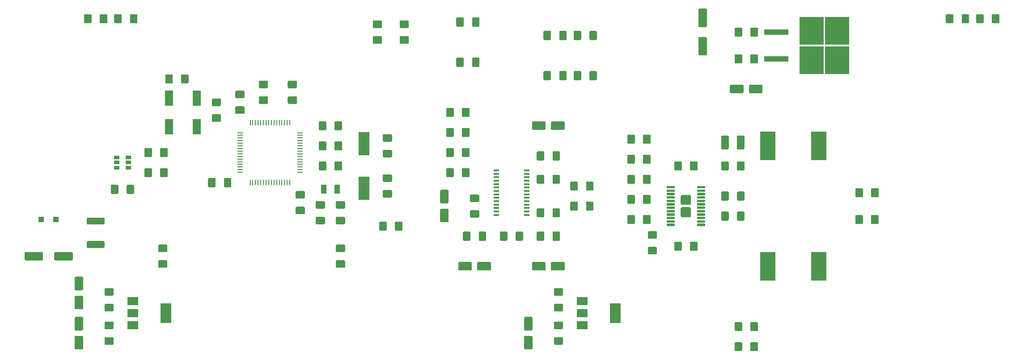
<source format=gbr>
G04 #@! TF.GenerationSoftware,KiCad,Pcbnew,5.0.2+dfsg1-1*
G04 #@! TF.CreationDate,2021-12-02T09:07:36+03:00*
G04 #@! TF.ProjectId,sound-20d01mb,736f756e-642d-4323-9064-30316d622e6b,0*
G04 #@! TF.SameCoordinates,Original*
G04 #@! TF.FileFunction,Paste,Top*
G04 #@! TF.FilePolarity,Positive*
%FSLAX46Y46*%
G04 Gerber Fmt 4.6, Leading zero omitted, Abs format (unit mm)*
G04 Created by KiCad (PCBNEW 5.0.2+dfsg1-1) date Thu 02 Dec 2021 09:07:36 AM MSK*
%MOMM*%
%LPD*%
G01*
G04 APERTURE LIST*
%ADD10C,0.100000*%
%ADD11C,1.890000*%
%ADD12C,0.450000*%
%ADD13C,1.425000*%
%ADD14C,1.600000*%
%ADD15R,1.100000X1.100000*%
%ADD16C,1.300000*%
%ADD17R,2.900000X5.400000*%
%ADD18R,1.060000X0.650000*%
%ADD19R,1.000000X0.250000*%
%ADD20R,0.250000X1.000000*%
%ADD21R,1.100000X0.400000*%
%ADD22R,2.000000X3.800000*%
%ADD23R,2.000000X1.500000*%
%ADD24R,4.600000X1.100000*%
%ADD25R,4.550000X5.250000*%
%ADD26R,1.540000X3.000000*%
%ADD27R,1.000000X1.800000*%
%ADD28R,2.000000X4.500000*%
G04 APERTURE END LIST*
D10*
G04 #@! TO.C,U4*
G36*
X179809505Y-94406204D02*
X179833773Y-94409804D01*
X179857572Y-94415765D01*
X179880671Y-94424030D01*
X179902850Y-94434520D01*
X179923893Y-94447132D01*
X179943599Y-94461747D01*
X179961777Y-94478223D01*
X179978253Y-94496401D01*
X179992868Y-94516107D01*
X180005480Y-94537150D01*
X180015970Y-94559329D01*
X180024235Y-94582428D01*
X180030196Y-94606227D01*
X180033796Y-94630495D01*
X180035000Y-94654999D01*
X180035000Y-96045001D01*
X180033796Y-96069505D01*
X180030196Y-96093773D01*
X180024235Y-96117572D01*
X180015970Y-96140671D01*
X180005480Y-96162850D01*
X179992868Y-96183893D01*
X179978253Y-96203599D01*
X179961777Y-96221777D01*
X179943599Y-96238253D01*
X179923893Y-96252868D01*
X179902850Y-96265480D01*
X179880671Y-96275970D01*
X179857572Y-96284235D01*
X179833773Y-96290196D01*
X179809505Y-96293796D01*
X179785001Y-96295000D01*
X178354999Y-96295000D01*
X178330495Y-96293796D01*
X178306227Y-96290196D01*
X178282428Y-96284235D01*
X178259329Y-96275970D01*
X178237150Y-96265480D01*
X178216107Y-96252868D01*
X178196401Y-96238253D01*
X178178223Y-96221777D01*
X178161747Y-96203599D01*
X178147132Y-96183893D01*
X178134520Y-96162850D01*
X178124030Y-96140671D01*
X178115765Y-96117572D01*
X178109804Y-96093773D01*
X178106204Y-96069505D01*
X178105000Y-96045001D01*
X178105000Y-94654999D01*
X178106204Y-94630495D01*
X178109804Y-94606227D01*
X178115765Y-94582428D01*
X178124030Y-94559329D01*
X178134520Y-94537150D01*
X178147132Y-94516107D01*
X178161747Y-94496401D01*
X178178223Y-94478223D01*
X178196401Y-94461747D01*
X178216107Y-94447132D01*
X178237150Y-94434520D01*
X178259329Y-94424030D01*
X178282428Y-94415765D01*
X178306227Y-94409804D01*
X178330495Y-94406204D01*
X178354999Y-94405000D01*
X179785001Y-94405000D01*
X179809505Y-94406204D01*
X179809505Y-94406204D01*
G37*
D11*
X179070000Y-95350000D03*
D10*
G36*
X179809505Y-96746204D02*
X179833773Y-96749804D01*
X179857572Y-96755765D01*
X179880671Y-96764030D01*
X179902850Y-96774520D01*
X179923893Y-96787132D01*
X179943599Y-96801747D01*
X179961777Y-96818223D01*
X179978253Y-96836401D01*
X179992868Y-96856107D01*
X180005480Y-96877150D01*
X180015970Y-96899329D01*
X180024235Y-96922428D01*
X180030196Y-96946227D01*
X180033796Y-96970495D01*
X180035000Y-96994999D01*
X180035000Y-98385001D01*
X180033796Y-98409505D01*
X180030196Y-98433773D01*
X180024235Y-98457572D01*
X180015970Y-98480671D01*
X180005480Y-98502850D01*
X179992868Y-98523893D01*
X179978253Y-98543599D01*
X179961777Y-98561777D01*
X179943599Y-98578253D01*
X179923893Y-98592868D01*
X179902850Y-98605480D01*
X179880671Y-98615970D01*
X179857572Y-98624235D01*
X179833773Y-98630196D01*
X179809505Y-98633796D01*
X179785001Y-98635000D01*
X178354999Y-98635000D01*
X178330495Y-98633796D01*
X178306227Y-98630196D01*
X178282428Y-98624235D01*
X178259329Y-98615970D01*
X178237150Y-98605480D01*
X178216107Y-98592868D01*
X178196401Y-98578253D01*
X178178223Y-98561777D01*
X178161747Y-98543599D01*
X178147132Y-98523893D01*
X178134520Y-98502850D01*
X178124030Y-98480671D01*
X178115765Y-98457572D01*
X178109804Y-98433773D01*
X178106204Y-98409505D01*
X178105000Y-98385001D01*
X178105000Y-96994999D01*
X178106204Y-96970495D01*
X178109804Y-96946227D01*
X178115765Y-96922428D01*
X178124030Y-96899329D01*
X178134520Y-96877150D01*
X178147132Y-96856107D01*
X178161747Y-96836401D01*
X178178223Y-96818223D01*
X178196401Y-96801747D01*
X178216107Y-96787132D01*
X178237150Y-96774520D01*
X178259329Y-96764030D01*
X178282428Y-96755765D01*
X178306227Y-96749804D01*
X178330495Y-96746204D01*
X178354999Y-96745000D01*
X179785001Y-96745000D01*
X179809505Y-96746204D01*
X179809505Y-96746204D01*
G37*
D11*
X179070000Y-97690000D03*
D10*
G36*
X176856027Y-92720542D02*
X176866948Y-92722162D01*
X176877657Y-92724844D01*
X176888052Y-92728564D01*
X176898032Y-92733284D01*
X176907502Y-92738960D01*
X176916369Y-92745536D01*
X176924550Y-92752950D01*
X176931964Y-92761131D01*
X176938540Y-92769998D01*
X176944216Y-92779468D01*
X176948936Y-92789448D01*
X176952656Y-92799843D01*
X176955338Y-92810552D01*
X176956958Y-92821473D01*
X176957500Y-92832500D01*
X176957500Y-93057500D01*
X176956958Y-93068527D01*
X176955338Y-93079448D01*
X176952656Y-93090157D01*
X176948936Y-93100552D01*
X176944216Y-93110532D01*
X176938540Y-93120002D01*
X176931964Y-93128869D01*
X176924550Y-93137050D01*
X176916369Y-93144464D01*
X176907502Y-93151040D01*
X176898032Y-93156716D01*
X176888052Y-93161436D01*
X176877657Y-93165156D01*
X176866948Y-93167838D01*
X176856027Y-93169458D01*
X176845000Y-93170000D01*
X175570000Y-93170000D01*
X175558973Y-93169458D01*
X175548052Y-93167838D01*
X175537343Y-93165156D01*
X175526948Y-93161436D01*
X175516968Y-93156716D01*
X175507498Y-93151040D01*
X175498631Y-93144464D01*
X175490450Y-93137050D01*
X175483036Y-93128869D01*
X175476460Y-93120002D01*
X175470784Y-93110532D01*
X175466064Y-93100552D01*
X175462344Y-93090157D01*
X175459662Y-93079448D01*
X175458042Y-93068527D01*
X175457500Y-93057500D01*
X175457500Y-92832500D01*
X175458042Y-92821473D01*
X175459662Y-92810552D01*
X175462344Y-92799843D01*
X175466064Y-92789448D01*
X175470784Y-92779468D01*
X175476460Y-92769998D01*
X175483036Y-92761131D01*
X175490450Y-92752950D01*
X175498631Y-92745536D01*
X175507498Y-92738960D01*
X175516968Y-92733284D01*
X175526948Y-92728564D01*
X175537343Y-92724844D01*
X175548052Y-92722162D01*
X175558973Y-92720542D01*
X175570000Y-92720000D01*
X176845000Y-92720000D01*
X176856027Y-92720542D01*
X176856027Y-92720542D01*
G37*
D12*
X176207500Y-92945000D03*
D10*
G36*
X176856027Y-93370542D02*
X176866948Y-93372162D01*
X176877657Y-93374844D01*
X176888052Y-93378564D01*
X176898032Y-93383284D01*
X176907502Y-93388960D01*
X176916369Y-93395536D01*
X176924550Y-93402950D01*
X176931964Y-93411131D01*
X176938540Y-93419998D01*
X176944216Y-93429468D01*
X176948936Y-93439448D01*
X176952656Y-93449843D01*
X176955338Y-93460552D01*
X176956958Y-93471473D01*
X176957500Y-93482500D01*
X176957500Y-93707500D01*
X176956958Y-93718527D01*
X176955338Y-93729448D01*
X176952656Y-93740157D01*
X176948936Y-93750552D01*
X176944216Y-93760532D01*
X176938540Y-93770002D01*
X176931964Y-93778869D01*
X176924550Y-93787050D01*
X176916369Y-93794464D01*
X176907502Y-93801040D01*
X176898032Y-93806716D01*
X176888052Y-93811436D01*
X176877657Y-93815156D01*
X176866948Y-93817838D01*
X176856027Y-93819458D01*
X176845000Y-93820000D01*
X175570000Y-93820000D01*
X175558973Y-93819458D01*
X175548052Y-93817838D01*
X175537343Y-93815156D01*
X175526948Y-93811436D01*
X175516968Y-93806716D01*
X175507498Y-93801040D01*
X175498631Y-93794464D01*
X175490450Y-93787050D01*
X175483036Y-93778869D01*
X175476460Y-93770002D01*
X175470784Y-93760532D01*
X175466064Y-93750552D01*
X175462344Y-93740157D01*
X175459662Y-93729448D01*
X175458042Y-93718527D01*
X175457500Y-93707500D01*
X175457500Y-93482500D01*
X175458042Y-93471473D01*
X175459662Y-93460552D01*
X175462344Y-93449843D01*
X175466064Y-93439448D01*
X175470784Y-93429468D01*
X175476460Y-93419998D01*
X175483036Y-93411131D01*
X175490450Y-93402950D01*
X175498631Y-93395536D01*
X175507498Y-93388960D01*
X175516968Y-93383284D01*
X175526948Y-93378564D01*
X175537343Y-93374844D01*
X175548052Y-93372162D01*
X175558973Y-93370542D01*
X175570000Y-93370000D01*
X176845000Y-93370000D01*
X176856027Y-93370542D01*
X176856027Y-93370542D01*
G37*
D12*
X176207500Y-93595000D03*
D10*
G36*
X176856027Y-94020542D02*
X176866948Y-94022162D01*
X176877657Y-94024844D01*
X176888052Y-94028564D01*
X176898032Y-94033284D01*
X176907502Y-94038960D01*
X176916369Y-94045536D01*
X176924550Y-94052950D01*
X176931964Y-94061131D01*
X176938540Y-94069998D01*
X176944216Y-94079468D01*
X176948936Y-94089448D01*
X176952656Y-94099843D01*
X176955338Y-94110552D01*
X176956958Y-94121473D01*
X176957500Y-94132500D01*
X176957500Y-94357500D01*
X176956958Y-94368527D01*
X176955338Y-94379448D01*
X176952656Y-94390157D01*
X176948936Y-94400552D01*
X176944216Y-94410532D01*
X176938540Y-94420002D01*
X176931964Y-94428869D01*
X176924550Y-94437050D01*
X176916369Y-94444464D01*
X176907502Y-94451040D01*
X176898032Y-94456716D01*
X176888052Y-94461436D01*
X176877657Y-94465156D01*
X176866948Y-94467838D01*
X176856027Y-94469458D01*
X176845000Y-94470000D01*
X175570000Y-94470000D01*
X175558973Y-94469458D01*
X175548052Y-94467838D01*
X175537343Y-94465156D01*
X175526948Y-94461436D01*
X175516968Y-94456716D01*
X175507498Y-94451040D01*
X175498631Y-94444464D01*
X175490450Y-94437050D01*
X175483036Y-94428869D01*
X175476460Y-94420002D01*
X175470784Y-94410532D01*
X175466064Y-94400552D01*
X175462344Y-94390157D01*
X175459662Y-94379448D01*
X175458042Y-94368527D01*
X175457500Y-94357500D01*
X175457500Y-94132500D01*
X175458042Y-94121473D01*
X175459662Y-94110552D01*
X175462344Y-94099843D01*
X175466064Y-94089448D01*
X175470784Y-94079468D01*
X175476460Y-94069998D01*
X175483036Y-94061131D01*
X175490450Y-94052950D01*
X175498631Y-94045536D01*
X175507498Y-94038960D01*
X175516968Y-94033284D01*
X175526948Y-94028564D01*
X175537343Y-94024844D01*
X175548052Y-94022162D01*
X175558973Y-94020542D01*
X175570000Y-94020000D01*
X176845000Y-94020000D01*
X176856027Y-94020542D01*
X176856027Y-94020542D01*
G37*
D12*
X176207500Y-94245000D03*
D10*
G36*
X176856027Y-94670542D02*
X176866948Y-94672162D01*
X176877657Y-94674844D01*
X176888052Y-94678564D01*
X176898032Y-94683284D01*
X176907502Y-94688960D01*
X176916369Y-94695536D01*
X176924550Y-94702950D01*
X176931964Y-94711131D01*
X176938540Y-94719998D01*
X176944216Y-94729468D01*
X176948936Y-94739448D01*
X176952656Y-94749843D01*
X176955338Y-94760552D01*
X176956958Y-94771473D01*
X176957500Y-94782500D01*
X176957500Y-95007500D01*
X176956958Y-95018527D01*
X176955338Y-95029448D01*
X176952656Y-95040157D01*
X176948936Y-95050552D01*
X176944216Y-95060532D01*
X176938540Y-95070002D01*
X176931964Y-95078869D01*
X176924550Y-95087050D01*
X176916369Y-95094464D01*
X176907502Y-95101040D01*
X176898032Y-95106716D01*
X176888052Y-95111436D01*
X176877657Y-95115156D01*
X176866948Y-95117838D01*
X176856027Y-95119458D01*
X176845000Y-95120000D01*
X175570000Y-95120000D01*
X175558973Y-95119458D01*
X175548052Y-95117838D01*
X175537343Y-95115156D01*
X175526948Y-95111436D01*
X175516968Y-95106716D01*
X175507498Y-95101040D01*
X175498631Y-95094464D01*
X175490450Y-95087050D01*
X175483036Y-95078869D01*
X175476460Y-95070002D01*
X175470784Y-95060532D01*
X175466064Y-95050552D01*
X175462344Y-95040157D01*
X175459662Y-95029448D01*
X175458042Y-95018527D01*
X175457500Y-95007500D01*
X175457500Y-94782500D01*
X175458042Y-94771473D01*
X175459662Y-94760552D01*
X175462344Y-94749843D01*
X175466064Y-94739448D01*
X175470784Y-94729468D01*
X175476460Y-94719998D01*
X175483036Y-94711131D01*
X175490450Y-94702950D01*
X175498631Y-94695536D01*
X175507498Y-94688960D01*
X175516968Y-94683284D01*
X175526948Y-94678564D01*
X175537343Y-94674844D01*
X175548052Y-94672162D01*
X175558973Y-94670542D01*
X175570000Y-94670000D01*
X176845000Y-94670000D01*
X176856027Y-94670542D01*
X176856027Y-94670542D01*
G37*
D12*
X176207500Y-94895000D03*
D10*
G36*
X176856027Y-95320542D02*
X176866948Y-95322162D01*
X176877657Y-95324844D01*
X176888052Y-95328564D01*
X176898032Y-95333284D01*
X176907502Y-95338960D01*
X176916369Y-95345536D01*
X176924550Y-95352950D01*
X176931964Y-95361131D01*
X176938540Y-95369998D01*
X176944216Y-95379468D01*
X176948936Y-95389448D01*
X176952656Y-95399843D01*
X176955338Y-95410552D01*
X176956958Y-95421473D01*
X176957500Y-95432500D01*
X176957500Y-95657500D01*
X176956958Y-95668527D01*
X176955338Y-95679448D01*
X176952656Y-95690157D01*
X176948936Y-95700552D01*
X176944216Y-95710532D01*
X176938540Y-95720002D01*
X176931964Y-95728869D01*
X176924550Y-95737050D01*
X176916369Y-95744464D01*
X176907502Y-95751040D01*
X176898032Y-95756716D01*
X176888052Y-95761436D01*
X176877657Y-95765156D01*
X176866948Y-95767838D01*
X176856027Y-95769458D01*
X176845000Y-95770000D01*
X175570000Y-95770000D01*
X175558973Y-95769458D01*
X175548052Y-95767838D01*
X175537343Y-95765156D01*
X175526948Y-95761436D01*
X175516968Y-95756716D01*
X175507498Y-95751040D01*
X175498631Y-95744464D01*
X175490450Y-95737050D01*
X175483036Y-95728869D01*
X175476460Y-95720002D01*
X175470784Y-95710532D01*
X175466064Y-95700552D01*
X175462344Y-95690157D01*
X175459662Y-95679448D01*
X175458042Y-95668527D01*
X175457500Y-95657500D01*
X175457500Y-95432500D01*
X175458042Y-95421473D01*
X175459662Y-95410552D01*
X175462344Y-95399843D01*
X175466064Y-95389448D01*
X175470784Y-95379468D01*
X175476460Y-95369998D01*
X175483036Y-95361131D01*
X175490450Y-95352950D01*
X175498631Y-95345536D01*
X175507498Y-95338960D01*
X175516968Y-95333284D01*
X175526948Y-95328564D01*
X175537343Y-95324844D01*
X175548052Y-95322162D01*
X175558973Y-95320542D01*
X175570000Y-95320000D01*
X176845000Y-95320000D01*
X176856027Y-95320542D01*
X176856027Y-95320542D01*
G37*
D12*
X176207500Y-95545000D03*
D10*
G36*
X176856027Y-95970542D02*
X176866948Y-95972162D01*
X176877657Y-95974844D01*
X176888052Y-95978564D01*
X176898032Y-95983284D01*
X176907502Y-95988960D01*
X176916369Y-95995536D01*
X176924550Y-96002950D01*
X176931964Y-96011131D01*
X176938540Y-96019998D01*
X176944216Y-96029468D01*
X176948936Y-96039448D01*
X176952656Y-96049843D01*
X176955338Y-96060552D01*
X176956958Y-96071473D01*
X176957500Y-96082500D01*
X176957500Y-96307500D01*
X176956958Y-96318527D01*
X176955338Y-96329448D01*
X176952656Y-96340157D01*
X176948936Y-96350552D01*
X176944216Y-96360532D01*
X176938540Y-96370002D01*
X176931964Y-96378869D01*
X176924550Y-96387050D01*
X176916369Y-96394464D01*
X176907502Y-96401040D01*
X176898032Y-96406716D01*
X176888052Y-96411436D01*
X176877657Y-96415156D01*
X176866948Y-96417838D01*
X176856027Y-96419458D01*
X176845000Y-96420000D01*
X175570000Y-96420000D01*
X175558973Y-96419458D01*
X175548052Y-96417838D01*
X175537343Y-96415156D01*
X175526948Y-96411436D01*
X175516968Y-96406716D01*
X175507498Y-96401040D01*
X175498631Y-96394464D01*
X175490450Y-96387050D01*
X175483036Y-96378869D01*
X175476460Y-96370002D01*
X175470784Y-96360532D01*
X175466064Y-96350552D01*
X175462344Y-96340157D01*
X175459662Y-96329448D01*
X175458042Y-96318527D01*
X175457500Y-96307500D01*
X175457500Y-96082500D01*
X175458042Y-96071473D01*
X175459662Y-96060552D01*
X175462344Y-96049843D01*
X175466064Y-96039448D01*
X175470784Y-96029468D01*
X175476460Y-96019998D01*
X175483036Y-96011131D01*
X175490450Y-96002950D01*
X175498631Y-95995536D01*
X175507498Y-95988960D01*
X175516968Y-95983284D01*
X175526948Y-95978564D01*
X175537343Y-95974844D01*
X175548052Y-95972162D01*
X175558973Y-95970542D01*
X175570000Y-95970000D01*
X176845000Y-95970000D01*
X176856027Y-95970542D01*
X176856027Y-95970542D01*
G37*
D12*
X176207500Y-96195000D03*
D10*
G36*
X176856027Y-96620542D02*
X176866948Y-96622162D01*
X176877657Y-96624844D01*
X176888052Y-96628564D01*
X176898032Y-96633284D01*
X176907502Y-96638960D01*
X176916369Y-96645536D01*
X176924550Y-96652950D01*
X176931964Y-96661131D01*
X176938540Y-96669998D01*
X176944216Y-96679468D01*
X176948936Y-96689448D01*
X176952656Y-96699843D01*
X176955338Y-96710552D01*
X176956958Y-96721473D01*
X176957500Y-96732500D01*
X176957500Y-96957500D01*
X176956958Y-96968527D01*
X176955338Y-96979448D01*
X176952656Y-96990157D01*
X176948936Y-97000552D01*
X176944216Y-97010532D01*
X176938540Y-97020002D01*
X176931964Y-97028869D01*
X176924550Y-97037050D01*
X176916369Y-97044464D01*
X176907502Y-97051040D01*
X176898032Y-97056716D01*
X176888052Y-97061436D01*
X176877657Y-97065156D01*
X176866948Y-97067838D01*
X176856027Y-97069458D01*
X176845000Y-97070000D01*
X175570000Y-97070000D01*
X175558973Y-97069458D01*
X175548052Y-97067838D01*
X175537343Y-97065156D01*
X175526948Y-97061436D01*
X175516968Y-97056716D01*
X175507498Y-97051040D01*
X175498631Y-97044464D01*
X175490450Y-97037050D01*
X175483036Y-97028869D01*
X175476460Y-97020002D01*
X175470784Y-97010532D01*
X175466064Y-97000552D01*
X175462344Y-96990157D01*
X175459662Y-96979448D01*
X175458042Y-96968527D01*
X175457500Y-96957500D01*
X175457500Y-96732500D01*
X175458042Y-96721473D01*
X175459662Y-96710552D01*
X175462344Y-96699843D01*
X175466064Y-96689448D01*
X175470784Y-96679468D01*
X175476460Y-96669998D01*
X175483036Y-96661131D01*
X175490450Y-96652950D01*
X175498631Y-96645536D01*
X175507498Y-96638960D01*
X175516968Y-96633284D01*
X175526948Y-96628564D01*
X175537343Y-96624844D01*
X175548052Y-96622162D01*
X175558973Y-96620542D01*
X175570000Y-96620000D01*
X176845000Y-96620000D01*
X176856027Y-96620542D01*
X176856027Y-96620542D01*
G37*
D12*
X176207500Y-96845000D03*
D10*
G36*
X176856027Y-97270542D02*
X176866948Y-97272162D01*
X176877657Y-97274844D01*
X176888052Y-97278564D01*
X176898032Y-97283284D01*
X176907502Y-97288960D01*
X176916369Y-97295536D01*
X176924550Y-97302950D01*
X176931964Y-97311131D01*
X176938540Y-97319998D01*
X176944216Y-97329468D01*
X176948936Y-97339448D01*
X176952656Y-97349843D01*
X176955338Y-97360552D01*
X176956958Y-97371473D01*
X176957500Y-97382500D01*
X176957500Y-97607500D01*
X176956958Y-97618527D01*
X176955338Y-97629448D01*
X176952656Y-97640157D01*
X176948936Y-97650552D01*
X176944216Y-97660532D01*
X176938540Y-97670002D01*
X176931964Y-97678869D01*
X176924550Y-97687050D01*
X176916369Y-97694464D01*
X176907502Y-97701040D01*
X176898032Y-97706716D01*
X176888052Y-97711436D01*
X176877657Y-97715156D01*
X176866948Y-97717838D01*
X176856027Y-97719458D01*
X176845000Y-97720000D01*
X175570000Y-97720000D01*
X175558973Y-97719458D01*
X175548052Y-97717838D01*
X175537343Y-97715156D01*
X175526948Y-97711436D01*
X175516968Y-97706716D01*
X175507498Y-97701040D01*
X175498631Y-97694464D01*
X175490450Y-97687050D01*
X175483036Y-97678869D01*
X175476460Y-97670002D01*
X175470784Y-97660532D01*
X175466064Y-97650552D01*
X175462344Y-97640157D01*
X175459662Y-97629448D01*
X175458042Y-97618527D01*
X175457500Y-97607500D01*
X175457500Y-97382500D01*
X175458042Y-97371473D01*
X175459662Y-97360552D01*
X175462344Y-97349843D01*
X175466064Y-97339448D01*
X175470784Y-97329468D01*
X175476460Y-97319998D01*
X175483036Y-97311131D01*
X175490450Y-97302950D01*
X175498631Y-97295536D01*
X175507498Y-97288960D01*
X175516968Y-97283284D01*
X175526948Y-97278564D01*
X175537343Y-97274844D01*
X175548052Y-97272162D01*
X175558973Y-97270542D01*
X175570000Y-97270000D01*
X176845000Y-97270000D01*
X176856027Y-97270542D01*
X176856027Y-97270542D01*
G37*
D12*
X176207500Y-97495000D03*
D10*
G36*
X176856027Y-97920542D02*
X176866948Y-97922162D01*
X176877657Y-97924844D01*
X176888052Y-97928564D01*
X176898032Y-97933284D01*
X176907502Y-97938960D01*
X176916369Y-97945536D01*
X176924550Y-97952950D01*
X176931964Y-97961131D01*
X176938540Y-97969998D01*
X176944216Y-97979468D01*
X176948936Y-97989448D01*
X176952656Y-97999843D01*
X176955338Y-98010552D01*
X176956958Y-98021473D01*
X176957500Y-98032500D01*
X176957500Y-98257500D01*
X176956958Y-98268527D01*
X176955338Y-98279448D01*
X176952656Y-98290157D01*
X176948936Y-98300552D01*
X176944216Y-98310532D01*
X176938540Y-98320002D01*
X176931964Y-98328869D01*
X176924550Y-98337050D01*
X176916369Y-98344464D01*
X176907502Y-98351040D01*
X176898032Y-98356716D01*
X176888052Y-98361436D01*
X176877657Y-98365156D01*
X176866948Y-98367838D01*
X176856027Y-98369458D01*
X176845000Y-98370000D01*
X175570000Y-98370000D01*
X175558973Y-98369458D01*
X175548052Y-98367838D01*
X175537343Y-98365156D01*
X175526948Y-98361436D01*
X175516968Y-98356716D01*
X175507498Y-98351040D01*
X175498631Y-98344464D01*
X175490450Y-98337050D01*
X175483036Y-98328869D01*
X175476460Y-98320002D01*
X175470784Y-98310532D01*
X175466064Y-98300552D01*
X175462344Y-98290157D01*
X175459662Y-98279448D01*
X175458042Y-98268527D01*
X175457500Y-98257500D01*
X175457500Y-98032500D01*
X175458042Y-98021473D01*
X175459662Y-98010552D01*
X175462344Y-97999843D01*
X175466064Y-97989448D01*
X175470784Y-97979468D01*
X175476460Y-97969998D01*
X175483036Y-97961131D01*
X175490450Y-97952950D01*
X175498631Y-97945536D01*
X175507498Y-97938960D01*
X175516968Y-97933284D01*
X175526948Y-97928564D01*
X175537343Y-97924844D01*
X175548052Y-97922162D01*
X175558973Y-97920542D01*
X175570000Y-97920000D01*
X176845000Y-97920000D01*
X176856027Y-97920542D01*
X176856027Y-97920542D01*
G37*
D12*
X176207500Y-98145000D03*
D10*
G36*
X176856027Y-98570542D02*
X176866948Y-98572162D01*
X176877657Y-98574844D01*
X176888052Y-98578564D01*
X176898032Y-98583284D01*
X176907502Y-98588960D01*
X176916369Y-98595536D01*
X176924550Y-98602950D01*
X176931964Y-98611131D01*
X176938540Y-98619998D01*
X176944216Y-98629468D01*
X176948936Y-98639448D01*
X176952656Y-98649843D01*
X176955338Y-98660552D01*
X176956958Y-98671473D01*
X176957500Y-98682500D01*
X176957500Y-98907500D01*
X176956958Y-98918527D01*
X176955338Y-98929448D01*
X176952656Y-98940157D01*
X176948936Y-98950552D01*
X176944216Y-98960532D01*
X176938540Y-98970002D01*
X176931964Y-98978869D01*
X176924550Y-98987050D01*
X176916369Y-98994464D01*
X176907502Y-99001040D01*
X176898032Y-99006716D01*
X176888052Y-99011436D01*
X176877657Y-99015156D01*
X176866948Y-99017838D01*
X176856027Y-99019458D01*
X176845000Y-99020000D01*
X175570000Y-99020000D01*
X175558973Y-99019458D01*
X175548052Y-99017838D01*
X175537343Y-99015156D01*
X175526948Y-99011436D01*
X175516968Y-99006716D01*
X175507498Y-99001040D01*
X175498631Y-98994464D01*
X175490450Y-98987050D01*
X175483036Y-98978869D01*
X175476460Y-98970002D01*
X175470784Y-98960532D01*
X175466064Y-98950552D01*
X175462344Y-98940157D01*
X175459662Y-98929448D01*
X175458042Y-98918527D01*
X175457500Y-98907500D01*
X175457500Y-98682500D01*
X175458042Y-98671473D01*
X175459662Y-98660552D01*
X175462344Y-98649843D01*
X175466064Y-98639448D01*
X175470784Y-98629468D01*
X175476460Y-98619998D01*
X175483036Y-98611131D01*
X175490450Y-98602950D01*
X175498631Y-98595536D01*
X175507498Y-98588960D01*
X175516968Y-98583284D01*
X175526948Y-98578564D01*
X175537343Y-98574844D01*
X175548052Y-98572162D01*
X175558973Y-98570542D01*
X175570000Y-98570000D01*
X176845000Y-98570000D01*
X176856027Y-98570542D01*
X176856027Y-98570542D01*
G37*
D12*
X176207500Y-98795000D03*
D10*
G36*
X176856027Y-99220542D02*
X176866948Y-99222162D01*
X176877657Y-99224844D01*
X176888052Y-99228564D01*
X176898032Y-99233284D01*
X176907502Y-99238960D01*
X176916369Y-99245536D01*
X176924550Y-99252950D01*
X176931964Y-99261131D01*
X176938540Y-99269998D01*
X176944216Y-99279468D01*
X176948936Y-99289448D01*
X176952656Y-99299843D01*
X176955338Y-99310552D01*
X176956958Y-99321473D01*
X176957500Y-99332500D01*
X176957500Y-99557500D01*
X176956958Y-99568527D01*
X176955338Y-99579448D01*
X176952656Y-99590157D01*
X176948936Y-99600552D01*
X176944216Y-99610532D01*
X176938540Y-99620002D01*
X176931964Y-99628869D01*
X176924550Y-99637050D01*
X176916369Y-99644464D01*
X176907502Y-99651040D01*
X176898032Y-99656716D01*
X176888052Y-99661436D01*
X176877657Y-99665156D01*
X176866948Y-99667838D01*
X176856027Y-99669458D01*
X176845000Y-99670000D01*
X175570000Y-99670000D01*
X175558973Y-99669458D01*
X175548052Y-99667838D01*
X175537343Y-99665156D01*
X175526948Y-99661436D01*
X175516968Y-99656716D01*
X175507498Y-99651040D01*
X175498631Y-99644464D01*
X175490450Y-99637050D01*
X175483036Y-99628869D01*
X175476460Y-99620002D01*
X175470784Y-99610532D01*
X175466064Y-99600552D01*
X175462344Y-99590157D01*
X175459662Y-99579448D01*
X175458042Y-99568527D01*
X175457500Y-99557500D01*
X175457500Y-99332500D01*
X175458042Y-99321473D01*
X175459662Y-99310552D01*
X175462344Y-99299843D01*
X175466064Y-99289448D01*
X175470784Y-99279468D01*
X175476460Y-99269998D01*
X175483036Y-99261131D01*
X175490450Y-99252950D01*
X175498631Y-99245536D01*
X175507498Y-99238960D01*
X175516968Y-99233284D01*
X175526948Y-99228564D01*
X175537343Y-99224844D01*
X175548052Y-99222162D01*
X175558973Y-99220542D01*
X175570000Y-99220000D01*
X176845000Y-99220000D01*
X176856027Y-99220542D01*
X176856027Y-99220542D01*
G37*
D12*
X176207500Y-99445000D03*
D10*
G36*
X176856027Y-99870542D02*
X176866948Y-99872162D01*
X176877657Y-99874844D01*
X176888052Y-99878564D01*
X176898032Y-99883284D01*
X176907502Y-99888960D01*
X176916369Y-99895536D01*
X176924550Y-99902950D01*
X176931964Y-99911131D01*
X176938540Y-99919998D01*
X176944216Y-99929468D01*
X176948936Y-99939448D01*
X176952656Y-99949843D01*
X176955338Y-99960552D01*
X176956958Y-99971473D01*
X176957500Y-99982500D01*
X176957500Y-100207500D01*
X176956958Y-100218527D01*
X176955338Y-100229448D01*
X176952656Y-100240157D01*
X176948936Y-100250552D01*
X176944216Y-100260532D01*
X176938540Y-100270002D01*
X176931964Y-100278869D01*
X176924550Y-100287050D01*
X176916369Y-100294464D01*
X176907502Y-100301040D01*
X176898032Y-100306716D01*
X176888052Y-100311436D01*
X176877657Y-100315156D01*
X176866948Y-100317838D01*
X176856027Y-100319458D01*
X176845000Y-100320000D01*
X175570000Y-100320000D01*
X175558973Y-100319458D01*
X175548052Y-100317838D01*
X175537343Y-100315156D01*
X175526948Y-100311436D01*
X175516968Y-100306716D01*
X175507498Y-100301040D01*
X175498631Y-100294464D01*
X175490450Y-100287050D01*
X175483036Y-100278869D01*
X175476460Y-100270002D01*
X175470784Y-100260532D01*
X175466064Y-100250552D01*
X175462344Y-100240157D01*
X175459662Y-100229448D01*
X175458042Y-100218527D01*
X175457500Y-100207500D01*
X175457500Y-99982500D01*
X175458042Y-99971473D01*
X175459662Y-99960552D01*
X175462344Y-99949843D01*
X175466064Y-99939448D01*
X175470784Y-99929468D01*
X175476460Y-99919998D01*
X175483036Y-99911131D01*
X175490450Y-99902950D01*
X175498631Y-99895536D01*
X175507498Y-99888960D01*
X175516968Y-99883284D01*
X175526948Y-99878564D01*
X175537343Y-99874844D01*
X175548052Y-99872162D01*
X175558973Y-99870542D01*
X175570000Y-99870000D01*
X176845000Y-99870000D01*
X176856027Y-99870542D01*
X176856027Y-99870542D01*
G37*
D12*
X176207500Y-100095000D03*
D10*
G36*
X182581027Y-99870542D02*
X182591948Y-99872162D01*
X182602657Y-99874844D01*
X182613052Y-99878564D01*
X182623032Y-99883284D01*
X182632502Y-99888960D01*
X182641369Y-99895536D01*
X182649550Y-99902950D01*
X182656964Y-99911131D01*
X182663540Y-99919998D01*
X182669216Y-99929468D01*
X182673936Y-99939448D01*
X182677656Y-99949843D01*
X182680338Y-99960552D01*
X182681958Y-99971473D01*
X182682500Y-99982500D01*
X182682500Y-100207500D01*
X182681958Y-100218527D01*
X182680338Y-100229448D01*
X182677656Y-100240157D01*
X182673936Y-100250552D01*
X182669216Y-100260532D01*
X182663540Y-100270002D01*
X182656964Y-100278869D01*
X182649550Y-100287050D01*
X182641369Y-100294464D01*
X182632502Y-100301040D01*
X182623032Y-100306716D01*
X182613052Y-100311436D01*
X182602657Y-100315156D01*
X182591948Y-100317838D01*
X182581027Y-100319458D01*
X182570000Y-100320000D01*
X181295000Y-100320000D01*
X181283973Y-100319458D01*
X181273052Y-100317838D01*
X181262343Y-100315156D01*
X181251948Y-100311436D01*
X181241968Y-100306716D01*
X181232498Y-100301040D01*
X181223631Y-100294464D01*
X181215450Y-100287050D01*
X181208036Y-100278869D01*
X181201460Y-100270002D01*
X181195784Y-100260532D01*
X181191064Y-100250552D01*
X181187344Y-100240157D01*
X181184662Y-100229448D01*
X181183042Y-100218527D01*
X181182500Y-100207500D01*
X181182500Y-99982500D01*
X181183042Y-99971473D01*
X181184662Y-99960552D01*
X181187344Y-99949843D01*
X181191064Y-99939448D01*
X181195784Y-99929468D01*
X181201460Y-99919998D01*
X181208036Y-99911131D01*
X181215450Y-99902950D01*
X181223631Y-99895536D01*
X181232498Y-99888960D01*
X181241968Y-99883284D01*
X181251948Y-99878564D01*
X181262343Y-99874844D01*
X181273052Y-99872162D01*
X181283973Y-99870542D01*
X181295000Y-99870000D01*
X182570000Y-99870000D01*
X182581027Y-99870542D01*
X182581027Y-99870542D01*
G37*
D12*
X181932500Y-100095000D03*
D10*
G36*
X182581027Y-99220542D02*
X182591948Y-99222162D01*
X182602657Y-99224844D01*
X182613052Y-99228564D01*
X182623032Y-99233284D01*
X182632502Y-99238960D01*
X182641369Y-99245536D01*
X182649550Y-99252950D01*
X182656964Y-99261131D01*
X182663540Y-99269998D01*
X182669216Y-99279468D01*
X182673936Y-99289448D01*
X182677656Y-99299843D01*
X182680338Y-99310552D01*
X182681958Y-99321473D01*
X182682500Y-99332500D01*
X182682500Y-99557500D01*
X182681958Y-99568527D01*
X182680338Y-99579448D01*
X182677656Y-99590157D01*
X182673936Y-99600552D01*
X182669216Y-99610532D01*
X182663540Y-99620002D01*
X182656964Y-99628869D01*
X182649550Y-99637050D01*
X182641369Y-99644464D01*
X182632502Y-99651040D01*
X182623032Y-99656716D01*
X182613052Y-99661436D01*
X182602657Y-99665156D01*
X182591948Y-99667838D01*
X182581027Y-99669458D01*
X182570000Y-99670000D01*
X181295000Y-99670000D01*
X181283973Y-99669458D01*
X181273052Y-99667838D01*
X181262343Y-99665156D01*
X181251948Y-99661436D01*
X181241968Y-99656716D01*
X181232498Y-99651040D01*
X181223631Y-99644464D01*
X181215450Y-99637050D01*
X181208036Y-99628869D01*
X181201460Y-99620002D01*
X181195784Y-99610532D01*
X181191064Y-99600552D01*
X181187344Y-99590157D01*
X181184662Y-99579448D01*
X181183042Y-99568527D01*
X181182500Y-99557500D01*
X181182500Y-99332500D01*
X181183042Y-99321473D01*
X181184662Y-99310552D01*
X181187344Y-99299843D01*
X181191064Y-99289448D01*
X181195784Y-99279468D01*
X181201460Y-99269998D01*
X181208036Y-99261131D01*
X181215450Y-99252950D01*
X181223631Y-99245536D01*
X181232498Y-99238960D01*
X181241968Y-99233284D01*
X181251948Y-99228564D01*
X181262343Y-99224844D01*
X181273052Y-99222162D01*
X181283973Y-99220542D01*
X181295000Y-99220000D01*
X182570000Y-99220000D01*
X182581027Y-99220542D01*
X182581027Y-99220542D01*
G37*
D12*
X181932500Y-99445000D03*
D10*
G36*
X182581027Y-98570542D02*
X182591948Y-98572162D01*
X182602657Y-98574844D01*
X182613052Y-98578564D01*
X182623032Y-98583284D01*
X182632502Y-98588960D01*
X182641369Y-98595536D01*
X182649550Y-98602950D01*
X182656964Y-98611131D01*
X182663540Y-98619998D01*
X182669216Y-98629468D01*
X182673936Y-98639448D01*
X182677656Y-98649843D01*
X182680338Y-98660552D01*
X182681958Y-98671473D01*
X182682500Y-98682500D01*
X182682500Y-98907500D01*
X182681958Y-98918527D01*
X182680338Y-98929448D01*
X182677656Y-98940157D01*
X182673936Y-98950552D01*
X182669216Y-98960532D01*
X182663540Y-98970002D01*
X182656964Y-98978869D01*
X182649550Y-98987050D01*
X182641369Y-98994464D01*
X182632502Y-99001040D01*
X182623032Y-99006716D01*
X182613052Y-99011436D01*
X182602657Y-99015156D01*
X182591948Y-99017838D01*
X182581027Y-99019458D01*
X182570000Y-99020000D01*
X181295000Y-99020000D01*
X181283973Y-99019458D01*
X181273052Y-99017838D01*
X181262343Y-99015156D01*
X181251948Y-99011436D01*
X181241968Y-99006716D01*
X181232498Y-99001040D01*
X181223631Y-98994464D01*
X181215450Y-98987050D01*
X181208036Y-98978869D01*
X181201460Y-98970002D01*
X181195784Y-98960532D01*
X181191064Y-98950552D01*
X181187344Y-98940157D01*
X181184662Y-98929448D01*
X181183042Y-98918527D01*
X181182500Y-98907500D01*
X181182500Y-98682500D01*
X181183042Y-98671473D01*
X181184662Y-98660552D01*
X181187344Y-98649843D01*
X181191064Y-98639448D01*
X181195784Y-98629468D01*
X181201460Y-98619998D01*
X181208036Y-98611131D01*
X181215450Y-98602950D01*
X181223631Y-98595536D01*
X181232498Y-98588960D01*
X181241968Y-98583284D01*
X181251948Y-98578564D01*
X181262343Y-98574844D01*
X181273052Y-98572162D01*
X181283973Y-98570542D01*
X181295000Y-98570000D01*
X182570000Y-98570000D01*
X182581027Y-98570542D01*
X182581027Y-98570542D01*
G37*
D12*
X181932500Y-98795000D03*
D10*
G36*
X182581027Y-97920542D02*
X182591948Y-97922162D01*
X182602657Y-97924844D01*
X182613052Y-97928564D01*
X182623032Y-97933284D01*
X182632502Y-97938960D01*
X182641369Y-97945536D01*
X182649550Y-97952950D01*
X182656964Y-97961131D01*
X182663540Y-97969998D01*
X182669216Y-97979468D01*
X182673936Y-97989448D01*
X182677656Y-97999843D01*
X182680338Y-98010552D01*
X182681958Y-98021473D01*
X182682500Y-98032500D01*
X182682500Y-98257500D01*
X182681958Y-98268527D01*
X182680338Y-98279448D01*
X182677656Y-98290157D01*
X182673936Y-98300552D01*
X182669216Y-98310532D01*
X182663540Y-98320002D01*
X182656964Y-98328869D01*
X182649550Y-98337050D01*
X182641369Y-98344464D01*
X182632502Y-98351040D01*
X182623032Y-98356716D01*
X182613052Y-98361436D01*
X182602657Y-98365156D01*
X182591948Y-98367838D01*
X182581027Y-98369458D01*
X182570000Y-98370000D01*
X181295000Y-98370000D01*
X181283973Y-98369458D01*
X181273052Y-98367838D01*
X181262343Y-98365156D01*
X181251948Y-98361436D01*
X181241968Y-98356716D01*
X181232498Y-98351040D01*
X181223631Y-98344464D01*
X181215450Y-98337050D01*
X181208036Y-98328869D01*
X181201460Y-98320002D01*
X181195784Y-98310532D01*
X181191064Y-98300552D01*
X181187344Y-98290157D01*
X181184662Y-98279448D01*
X181183042Y-98268527D01*
X181182500Y-98257500D01*
X181182500Y-98032500D01*
X181183042Y-98021473D01*
X181184662Y-98010552D01*
X181187344Y-97999843D01*
X181191064Y-97989448D01*
X181195784Y-97979468D01*
X181201460Y-97969998D01*
X181208036Y-97961131D01*
X181215450Y-97952950D01*
X181223631Y-97945536D01*
X181232498Y-97938960D01*
X181241968Y-97933284D01*
X181251948Y-97928564D01*
X181262343Y-97924844D01*
X181273052Y-97922162D01*
X181283973Y-97920542D01*
X181295000Y-97920000D01*
X182570000Y-97920000D01*
X182581027Y-97920542D01*
X182581027Y-97920542D01*
G37*
D12*
X181932500Y-98145000D03*
D10*
G36*
X182581027Y-97270542D02*
X182591948Y-97272162D01*
X182602657Y-97274844D01*
X182613052Y-97278564D01*
X182623032Y-97283284D01*
X182632502Y-97288960D01*
X182641369Y-97295536D01*
X182649550Y-97302950D01*
X182656964Y-97311131D01*
X182663540Y-97319998D01*
X182669216Y-97329468D01*
X182673936Y-97339448D01*
X182677656Y-97349843D01*
X182680338Y-97360552D01*
X182681958Y-97371473D01*
X182682500Y-97382500D01*
X182682500Y-97607500D01*
X182681958Y-97618527D01*
X182680338Y-97629448D01*
X182677656Y-97640157D01*
X182673936Y-97650552D01*
X182669216Y-97660532D01*
X182663540Y-97670002D01*
X182656964Y-97678869D01*
X182649550Y-97687050D01*
X182641369Y-97694464D01*
X182632502Y-97701040D01*
X182623032Y-97706716D01*
X182613052Y-97711436D01*
X182602657Y-97715156D01*
X182591948Y-97717838D01*
X182581027Y-97719458D01*
X182570000Y-97720000D01*
X181295000Y-97720000D01*
X181283973Y-97719458D01*
X181273052Y-97717838D01*
X181262343Y-97715156D01*
X181251948Y-97711436D01*
X181241968Y-97706716D01*
X181232498Y-97701040D01*
X181223631Y-97694464D01*
X181215450Y-97687050D01*
X181208036Y-97678869D01*
X181201460Y-97670002D01*
X181195784Y-97660532D01*
X181191064Y-97650552D01*
X181187344Y-97640157D01*
X181184662Y-97629448D01*
X181183042Y-97618527D01*
X181182500Y-97607500D01*
X181182500Y-97382500D01*
X181183042Y-97371473D01*
X181184662Y-97360552D01*
X181187344Y-97349843D01*
X181191064Y-97339448D01*
X181195784Y-97329468D01*
X181201460Y-97319998D01*
X181208036Y-97311131D01*
X181215450Y-97302950D01*
X181223631Y-97295536D01*
X181232498Y-97288960D01*
X181241968Y-97283284D01*
X181251948Y-97278564D01*
X181262343Y-97274844D01*
X181273052Y-97272162D01*
X181283973Y-97270542D01*
X181295000Y-97270000D01*
X182570000Y-97270000D01*
X182581027Y-97270542D01*
X182581027Y-97270542D01*
G37*
D12*
X181932500Y-97495000D03*
D10*
G36*
X182581027Y-96620542D02*
X182591948Y-96622162D01*
X182602657Y-96624844D01*
X182613052Y-96628564D01*
X182623032Y-96633284D01*
X182632502Y-96638960D01*
X182641369Y-96645536D01*
X182649550Y-96652950D01*
X182656964Y-96661131D01*
X182663540Y-96669998D01*
X182669216Y-96679468D01*
X182673936Y-96689448D01*
X182677656Y-96699843D01*
X182680338Y-96710552D01*
X182681958Y-96721473D01*
X182682500Y-96732500D01*
X182682500Y-96957500D01*
X182681958Y-96968527D01*
X182680338Y-96979448D01*
X182677656Y-96990157D01*
X182673936Y-97000552D01*
X182669216Y-97010532D01*
X182663540Y-97020002D01*
X182656964Y-97028869D01*
X182649550Y-97037050D01*
X182641369Y-97044464D01*
X182632502Y-97051040D01*
X182623032Y-97056716D01*
X182613052Y-97061436D01*
X182602657Y-97065156D01*
X182591948Y-97067838D01*
X182581027Y-97069458D01*
X182570000Y-97070000D01*
X181295000Y-97070000D01*
X181283973Y-97069458D01*
X181273052Y-97067838D01*
X181262343Y-97065156D01*
X181251948Y-97061436D01*
X181241968Y-97056716D01*
X181232498Y-97051040D01*
X181223631Y-97044464D01*
X181215450Y-97037050D01*
X181208036Y-97028869D01*
X181201460Y-97020002D01*
X181195784Y-97010532D01*
X181191064Y-97000552D01*
X181187344Y-96990157D01*
X181184662Y-96979448D01*
X181183042Y-96968527D01*
X181182500Y-96957500D01*
X181182500Y-96732500D01*
X181183042Y-96721473D01*
X181184662Y-96710552D01*
X181187344Y-96699843D01*
X181191064Y-96689448D01*
X181195784Y-96679468D01*
X181201460Y-96669998D01*
X181208036Y-96661131D01*
X181215450Y-96652950D01*
X181223631Y-96645536D01*
X181232498Y-96638960D01*
X181241968Y-96633284D01*
X181251948Y-96628564D01*
X181262343Y-96624844D01*
X181273052Y-96622162D01*
X181283973Y-96620542D01*
X181295000Y-96620000D01*
X182570000Y-96620000D01*
X182581027Y-96620542D01*
X182581027Y-96620542D01*
G37*
D12*
X181932500Y-96845000D03*
D10*
G36*
X182581027Y-95970542D02*
X182591948Y-95972162D01*
X182602657Y-95974844D01*
X182613052Y-95978564D01*
X182623032Y-95983284D01*
X182632502Y-95988960D01*
X182641369Y-95995536D01*
X182649550Y-96002950D01*
X182656964Y-96011131D01*
X182663540Y-96019998D01*
X182669216Y-96029468D01*
X182673936Y-96039448D01*
X182677656Y-96049843D01*
X182680338Y-96060552D01*
X182681958Y-96071473D01*
X182682500Y-96082500D01*
X182682500Y-96307500D01*
X182681958Y-96318527D01*
X182680338Y-96329448D01*
X182677656Y-96340157D01*
X182673936Y-96350552D01*
X182669216Y-96360532D01*
X182663540Y-96370002D01*
X182656964Y-96378869D01*
X182649550Y-96387050D01*
X182641369Y-96394464D01*
X182632502Y-96401040D01*
X182623032Y-96406716D01*
X182613052Y-96411436D01*
X182602657Y-96415156D01*
X182591948Y-96417838D01*
X182581027Y-96419458D01*
X182570000Y-96420000D01*
X181295000Y-96420000D01*
X181283973Y-96419458D01*
X181273052Y-96417838D01*
X181262343Y-96415156D01*
X181251948Y-96411436D01*
X181241968Y-96406716D01*
X181232498Y-96401040D01*
X181223631Y-96394464D01*
X181215450Y-96387050D01*
X181208036Y-96378869D01*
X181201460Y-96370002D01*
X181195784Y-96360532D01*
X181191064Y-96350552D01*
X181187344Y-96340157D01*
X181184662Y-96329448D01*
X181183042Y-96318527D01*
X181182500Y-96307500D01*
X181182500Y-96082500D01*
X181183042Y-96071473D01*
X181184662Y-96060552D01*
X181187344Y-96049843D01*
X181191064Y-96039448D01*
X181195784Y-96029468D01*
X181201460Y-96019998D01*
X181208036Y-96011131D01*
X181215450Y-96002950D01*
X181223631Y-95995536D01*
X181232498Y-95988960D01*
X181241968Y-95983284D01*
X181251948Y-95978564D01*
X181262343Y-95974844D01*
X181273052Y-95972162D01*
X181283973Y-95970542D01*
X181295000Y-95970000D01*
X182570000Y-95970000D01*
X182581027Y-95970542D01*
X182581027Y-95970542D01*
G37*
D12*
X181932500Y-96195000D03*
D10*
G36*
X182581027Y-95320542D02*
X182591948Y-95322162D01*
X182602657Y-95324844D01*
X182613052Y-95328564D01*
X182623032Y-95333284D01*
X182632502Y-95338960D01*
X182641369Y-95345536D01*
X182649550Y-95352950D01*
X182656964Y-95361131D01*
X182663540Y-95369998D01*
X182669216Y-95379468D01*
X182673936Y-95389448D01*
X182677656Y-95399843D01*
X182680338Y-95410552D01*
X182681958Y-95421473D01*
X182682500Y-95432500D01*
X182682500Y-95657500D01*
X182681958Y-95668527D01*
X182680338Y-95679448D01*
X182677656Y-95690157D01*
X182673936Y-95700552D01*
X182669216Y-95710532D01*
X182663540Y-95720002D01*
X182656964Y-95728869D01*
X182649550Y-95737050D01*
X182641369Y-95744464D01*
X182632502Y-95751040D01*
X182623032Y-95756716D01*
X182613052Y-95761436D01*
X182602657Y-95765156D01*
X182591948Y-95767838D01*
X182581027Y-95769458D01*
X182570000Y-95770000D01*
X181295000Y-95770000D01*
X181283973Y-95769458D01*
X181273052Y-95767838D01*
X181262343Y-95765156D01*
X181251948Y-95761436D01*
X181241968Y-95756716D01*
X181232498Y-95751040D01*
X181223631Y-95744464D01*
X181215450Y-95737050D01*
X181208036Y-95728869D01*
X181201460Y-95720002D01*
X181195784Y-95710532D01*
X181191064Y-95700552D01*
X181187344Y-95690157D01*
X181184662Y-95679448D01*
X181183042Y-95668527D01*
X181182500Y-95657500D01*
X181182500Y-95432500D01*
X181183042Y-95421473D01*
X181184662Y-95410552D01*
X181187344Y-95399843D01*
X181191064Y-95389448D01*
X181195784Y-95379468D01*
X181201460Y-95369998D01*
X181208036Y-95361131D01*
X181215450Y-95352950D01*
X181223631Y-95345536D01*
X181232498Y-95338960D01*
X181241968Y-95333284D01*
X181251948Y-95328564D01*
X181262343Y-95324844D01*
X181273052Y-95322162D01*
X181283973Y-95320542D01*
X181295000Y-95320000D01*
X182570000Y-95320000D01*
X182581027Y-95320542D01*
X182581027Y-95320542D01*
G37*
D12*
X181932500Y-95545000D03*
D10*
G36*
X182581027Y-94670542D02*
X182591948Y-94672162D01*
X182602657Y-94674844D01*
X182613052Y-94678564D01*
X182623032Y-94683284D01*
X182632502Y-94688960D01*
X182641369Y-94695536D01*
X182649550Y-94702950D01*
X182656964Y-94711131D01*
X182663540Y-94719998D01*
X182669216Y-94729468D01*
X182673936Y-94739448D01*
X182677656Y-94749843D01*
X182680338Y-94760552D01*
X182681958Y-94771473D01*
X182682500Y-94782500D01*
X182682500Y-95007500D01*
X182681958Y-95018527D01*
X182680338Y-95029448D01*
X182677656Y-95040157D01*
X182673936Y-95050552D01*
X182669216Y-95060532D01*
X182663540Y-95070002D01*
X182656964Y-95078869D01*
X182649550Y-95087050D01*
X182641369Y-95094464D01*
X182632502Y-95101040D01*
X182623032Y-95106716D01*
X182613052Y-95111436D01*
X182602657Y-95115156D01*
X182591948Y-95117838D01*
X182581027Y-95119458D01*
X182570000Y-95120000D01*
X181295000Y-95120000D01*
X181283973Y-95119458D01*
X181273052Y-95117838D01*
X181262343Y-95115156D01*
X181251948Y-95111436D01*
X181241968Y-95106716D01*
X181232498Y-95101040D01*
X181223631Y-95094464D01*
X181215450Y-95087050D01*
X181208036Y-95078869D01*
X181201460Y-95070002D01*
X181195784Y-95060532D01*
X181191064Y-95050552D01*
X181187344Y-95040157D01*
X181184662Y-95029448D01*
X181183042Y-95018527D01*
X181182500Y-95007500D01*
X181182500Y-94782500D01*
X181183042Y-94771473D01*
X181184662Y-94760552D01*
X181187344Y-94749843D01*
X181191064Y-94739448D01*
X181195784Y-94729468D01*
X181201460Y-94719998D01*
X181208036Y-94711131D01*
X181215450Y-94702950D01*
X181223631Y-94695536D01*
X181232498Y-94688960D01*
X181241968Y-94683284D01*
X181251948Y-94678564D01*
X181262343Y-94674844D01*
X181273052Y-94672162D01*
X181283973Y-94670542D01*
X181295000Y-94670000D01*
X182570000Y-94670000D01*
X182581027Y-94670542D01*
X182581027Y-94670542D01*
G37*
D12*
X181932500Y-94895000D03*
D10*
G36*
X182581027Y-94020542D02*
X182591948Y-94022162D01*
X182602657Y-94024844D01*
X182613052Y-94028564D01*
X182623032Y-94033284D01*
X182632502Y-94038960D01*
X182641369Y-94045536D01*
X182649550Y-94052950D01*
X182656964Y-94061131D01*
X182663540Y-94069998D01*
X182669216Y-94079468D01*
X182673936Y-94089448D01*
X182677656Y-94099843D01*
X182680338Y-94110552D01*
X182681958Y-94121473D01*
X182682500Y-94132500D01*
X182682500Y-94357500D01*
X182681958Y-94368527D01*
X182680338Y-94379448D01*
X182677656Y-94390157D01*
X182673936Y-94400552D01*
X182669216Y-94410532D01*
X182663540Y-94420002D01*
X182656964Y-94428869D01*
X182649550Y-94437050D01*
X182641369Y-94444464D01*
X182632502Y-94451040D01*
X182623032Y-94456716D01*
X182613052Y-94461436D01*
X182602657Y-94465156D01*
X182591948Y-94467838D01*
X182581027Y-94469458D01*
X182570000Y-94470000D01*
X181295000Y-94470000D01*
X181283973Y-94469458D01*
X181273052Y-94467838D01*
X181262343Y-94465156D01*
X181251948Y-94461436D01*
X181241968Y-94456716D01*
X181232498Y-94451040D01*
X181223631Y-94444464D01*
X181215450Y-94437050D01*
X181208036Y-94428869D01*
X181201460Y-94420002D01*
X181195784Y-94410532D01*
X181191064Y-94400552D01*
X181187344Y-94390157D01*
X181184662Y-94379448D01*
X181183042Y-94368527D01*
X181182500Y-94357500D01*
X181182500Y-94132500D01*
X181183042Y-94121473D01*
X181184662Y-94110552D01*
X181187344Y-94099843D01*
X181191064Y-94089448D01*
X181195784Y-94079468D01*
X181201460Y-94069998D01*
X181208036Y-94061131D01*
X181215450Y-94052950D01*
X181223631Y-94045536D01*
X181232498Y-94038960D01*
X181241968Y-94033284D01*
X181251948Y-94028564D01*
X181262343Y-94024844D01*
X181273052Y-94022162D01*
X181283973Y-94020542D01*
X181295000Y-94020000D01*
X182570000Y-94020000D01*
X182581027Y-94020542D01*
X182581027Y-94020542D01*
G37*
D12*
X181932500Y-94245000D03*
D10*
G36*
X182581027Y-93370542D02*
X182591948Y-93372162D01*
X182602657Y-93374844D01*
X182613052Y-93378564D01*
X182623032Y-93383284D01*
X182632502Y-93388960D01*
X182641369Y-93395536D01*
X182649550Y-93402950D01*
X182656964Y-93411131D01*
X182663540Y-93419998D01*
X182669216Y-93429468D01*
X182673936Y-93439448D01*
X182677656Y-93449843D01*
X182680338Y-93460552D01*
X182681958Y-93471473D01*
X182682500Y-93482500D01*
X182682500Y-93707500D01*
X182681958Y-93718527D01*
X182680338Y-93729448D01*
X182677656Y-93740157D01*
X182673936Y-93750552D01*
X182669216Y-93760532D01*
X182663540Y-93770002D01*
X182656964Y-93778869D01*
X182649550Y-93787050D01*
X182641369Y-93794464D01*
X182632502Y-93801040D01*
X182623032Y-93806716D01*
X182613052Y-93811436D01*
X182602657Y-93815156D01*
X182591948Y-93817838D01*
X182581027Y-93819458D01*
X182570000Y-93820000D01*
X181295000Y-93820000D01*
X181283973Y-93819458D01*
X181273052Y-93817838D01*
X181262343Y-93815156D01*
X181251948Y-93811436D01*
X181241968Y-93806716D01*
X181232498Y-93801040D01*
X181223631Y-93794464D01*
X181215450Y-93787050D01*
X181208036Y-93778869D01*
X181201460Y-93770002D01*
X181195784Y-93760532D01*
X181191064Y-93750552D01*
X181187344Y-93740157D01*
X181184662Y-93729448D01*
X181183042Y-93718527D01*
X181182500Y-93707500D01*
X181182500Y-93482500D01*
X181183042Y-93471473D01*
X181184662Y-93460552D01*
X181187344Y-93449843D01*
X181191064Y-93439448D01*
X181195784Y-93429468D01*
X181201460Y-93419998D01*
X181208036Y-93411131D01*
X181215450Y-93402950D01*
X181223631Y-93395536D01*
X181232498Y-93388960D01*
X181241968Y-93383284D01*
X181251948Y-93378564D01*
X181262343Y-93374844D01*
X181273052Y-93372162D01*
X181283973Y-93370542D01*
X181295000Y-93370000D01*
X182570000Y-93370000D01*
X182581027Y-93370542D01*
X182581027Y-93370542D01*
G37*
D12*
X181932500Y-93595000D03*
D10*
G36*
X182581027Y-92720542D02*
X182591948Y-92722162D01*
X182602657Y-92724844D01*
X182613052Y-92728564D01*
X182623032Y-92733284D01*
X182632502Y-92738960D01*
X182641369Y-92745536D01*
X182649550Y-92752950D01*
X182656964Y-92761131D01*
X182663540Y-92769998D01*
X182669216Y-92779468D01*
X182673936Y-92789448D01*
X182677656Y-92799843D01*
X182680338Y-92810552D01*
X182681958Y-92821473D01*
X182682500Y-92832500D01*
X182682500Y-93057500D01*
X182681958Y-93068527D01*
X182680338Y-93079448D01*
X182677656Y-93090157D01*
X182673936Y-93100552D01*
X182669216Y-93110532D01*
X182663540Y-93120002D01*
X182656964Y-93128869D01*
X182649550Y-93137050D01*
X182641369Y-93144464D01*
X182632502Y-93151040D01*
X182623032Y-93156716D01*
X182613052Y-93161436D01*
X182602657Y-93165156D01*
X182591948Y-93167838D01*
X182581027Y-93169458D01*
X182570000Y-93170000D01*
X181295000Y-93170000D01*
X181283973Y-93169458D01*
X181273052Y-93167838D01*
X181262343Y-93165156D01*
X181251948Y-93161436D01*
X181241968Y-93156716D01*
X181232498Y-93151040D01*
X181223631Y-93144464D01*
X181215450Y-93137050D01*
X181208036Y-93128869D01*
X181201460Y-93120002D01*
X181195784Y-93110532D01*
X181191064Y-93100552D01*
X181187344Y-93090157D01*
X181184662Y-93079448D01*
X181183042Y-93068527D01*
X181182500Y-93057500D01*
X181182500Y-92832500D01*
X181183042Y-92821473D01*
X181184662Y-92810552D01*
X181187344Y-92799843D01*
X181191064Y-92789448D01*
X181195784Y-92779468D01*
X181201460Y-92769998D01*
X181208036Y-92761131D01*
X181215450Y-92752950D01*
X181223631Y-92745536D01*
X181232498Y-92738960D01*
X181241968Y-92733284D01*
X181251948Y-92728564D01*
X181262343Y-92724844D01*
X181273052Y-92722162D01*
X181283973Y-92720542D01*
X181295000Y-92720000D01*
X182570000Y-92720000D01*
X182581027Y-92720542D01*
X182581027Y-92720542D01*
G37*
D12*
X181932500Y-92945000D03*
G04 #@! TD*
D10*
G04 #@! TO.C,C1*
G36*
X122189504Y-99456204D02*
X122213773Y-99459804D01*
X122237571Y-99465765D01*
X122260671Y-99474030D01*
X122282849Y-99484520D01*
X122303893Y-99497133D01*
X122323598Y-99511747D01*
X122341777Y-99528223D01*
X122358253Y-99546402D01*
X122372867Y-99566107D01*
X122385480Y-99587151D01*
X122395970Y-99609329D01*
X122404235Y-99632429D01*
X122410196Y-99656227D01*
X122413796Y-99680496D01*
X122415000Y-99705000D01*
X122415000Y-100955000D01*
X122413796Y-100979504D01*
X122410196Y-101003773D01*
X122404235Y-101027571D01*
X122395970Y-101050671D01*
X122385480Y-101072849D01*
X122372867Y-101093893D01*
X122358253Y-101113598D01*
X122341777Y-101131777D01*
X122323598Y-101148253D01*
X122303893Y-101162867D01*
X122282849Y-101175480D01*
X122260671Y-101185970D01*
X122237571Y-101194235D01*
X122213773Y-101200196D01*
X122189504Y-101203796D01*
X122165000Y-101205000D01*
X121240000Y-101205000D01*
X121215496Y-101203796D01*
X121191227Y-101200196D01*
X121167429Y-101194235D01*
X121144329Y-101185970D01*
X121122151Y-101175480D01*
X121101107Y-101162867D01*
X121081402Y-101148253D01*
X121063223Y-101131777D01*
X121046747Y-101113598D01*
X121032133Y-101093893D01*
X121019520Y-101072849D01*
X121009030Y-101050671D01*
X121000765Y-101027571D01*
X120994804Y-101003773D01*
X120991204Y-100979504D01*
X120990000Y-100955000D01*
X120990000Y-99705000D01*
X120991204Y-99680496D01*
X120994804Y-99656227D01*
X121000765Y-99632429D01*
X121009030Y-99609329D01*
X121019520Y-99587151D01*
X121032133Y-99566107D01*
X121046747Y-99546402D01*
X121063223Y-99528223D01*
X121081402Y-99511747D01*
X121101107Y-99497133D01*
X121122151Y-99484520D01*
X121144329Y-99474030D01*
X121167429Y-99465765D01*
X121191227Y-99459804D01*
X121215496Y-99456204D01*
X121240000Y-99455000D01*
X122165000Y-99455000D01*
X122189504Y-99456204D01*
X122189504Y-99456204D01*
G37*
D13*
X121702500Y-100330000D03*
D10*
G36*
X125164504Y-99456204D02*
X125188773Y-99459804D01*
X125212571Y-99465765D01*
X125235671Y-99474030D01*
X125257849Y-99484520D01*
X125278893Y-99497133D01*
X125298598Y-99511747D01*
X125316777Y-99528223D01*
X125333253Y-99546402D01*
X125347867Y-99566107D01*
X125360480Y-99587151D01*
X125370970Y-99609329D01*
X125379235Y-99632429D01*
X125385196Y-99656227D01*
X125388796Y-99680496D01*
X125390000Y-99705000D01*
X125390000Y-100955000D01*
X125388796Y-100979504D01*
X125385196Y-101003773D01*
X125379235Y-101027571D01*
X125370970Y-101050671D01*
X125360480Y-101072849D01*
X125347867Y-101093893D01*
X125333253Y-101113598D01*
X125316777Y-101131777D01*
X125298598Y-101148253D01*
X125278893Y-101162867D01*
X125257849Y-101175480D01*
X125235671Y-101185970D01*
X125212571Y-101194235D01*
X125188773Y-101200196D01*
X125164504Y-101203796D01*
X125140000Y-101205000D01*
X124215000Y-101205000D01*
X124190496Y-101203796D01*
X124166227Y-101200196D01*
X124142429Y-101194235D01*
X124119329Y-101185970D01*
X124097151Y-101175480D01*
X124076107Y-101162867D01*
X124056402Y-101148253D01*
X124038223Y-101131777D01*
X124021747Y-101113598D01*
X124007133Y-101093893D01*
X123994520Y-101072849D01*
X123984030Y-101050671D01*
X123975765Y-101027571D01*
X123969804Y-101003773D01*
X123966204Y-100979504D01*
X123965000Y-100955000D01*
X123965000Y-99705000D01*
X123966204Y-99680496D01*
X123969804Y-99656227D01*
X123975765Y-99632429D01*
X123984030Y-99609329D01*
X123994520Y-99587151D01*
X124007133Y-99566107D01*
X124021747Y-99546402D01*
X124038223Y-99528223D01*
X124056402Y-99511747D01*
X124076107Y-99497133D01*
X124097151Y-99484520D01*
X124119329Y-99474030D01*
X124142429Y-99465765D01*
X124166227Y-99459804D01*
X124190496Y-99456204D01*
X124215000Y-99455000D01*
X125140000Y-99455000D01*
X125164504Y-99456204D01*
X125164504Y-99456204D01*
G37*
D13*
X124677500Y-100330000D03*
G04 #@! TD*
D10*
G04 #@! TO.C,C2*
G36*
X106694504Y-96661204D02*
X106718773Y-96664804D01*
X106742571Y-96670765D01*
X106765671Y-96679030D01*
X106787849Y-96689520D01*
X106808893Y-96702133D01*
X106828598Y-96716747D01*
X106846777Y-96733223D01*
X106863253Y-96751402D01*
X106877867Y-96771107D01*
X106890480Y-96792151D01*
X106900970Y-96814329D01*
X106909235Y-96837429D01*
X106915196Y-96861227D01*
X106918796Y-96885496D01*
X106920000Y-96910000D01*
X106920000Y-97835000D01*
X106918796Y-97859504D01*
X106915196Y-97883773D01*
X106909235Y-97907571D01*
X106900970Y-97930671D01*
X106890480Y-97952849D01*
X106877867Y-97973893D01*
X106863253Y-97993598D01*
X106846777Y-98011777D01*
X106828598Y-98028253D01*
X106808893Y-98042867D01*
X106787849Y-98055480D01*
X106765671Y-98065970D01*
X106742571Y-98074235D01*
X106718773Y-98080196D01*
X106694504Y-98083796D01*
X106670000Y-98085000D01*
X105420000Y-98085000D01*
X105395496Y-98083796D01*
X105371227Y-98080196D01*
X105347429Y-98074235D01*
X105324329Y-98065970D01*
X105302151Y-98055480D01*
X105281107Y-98042867D01*
X105261402Y-98028253D01*
X105243223Y-98011777D01*
X105226747Y-97993598D01*
X105212133Y-97973893D01*
X105199520Y-97952849D01*
X105189030Y-97930671D01*
X105180765Y-97907571D01*
X105174804Y-97883773D01*
X105171204Y-97859504D01*
X105170000Y-97835000D01*
X105170000Y-96910000D01*
X105171204Y-96885496D01*
X105174804Y-96861227D01*
X105180765Y-96837429D01*
X105189030Y-96814329D01*
X105199520Y-96792151D01*
X105212133Y-96771107D01*
X105226747Y-96751402D01*
X105243223Y-96733223D01*
X105261402Y-96716747D01*
X105281107Y-96702133D01*
X105302151Y-96689520D01*
X105324329Y-96679030D01*
X105347429Y-96670765D01*
X105371227Y-96664804D01*
X105395496Y-96661204D01*
X105420000Y-96660000D01*
X106670000Y-96660000D01*
X106694504Y-96661204D01*
X106694504Y-96661204D01*
G37*
D13*
X106045000Y-97372500D03*
D10*
G36*
X106694504Y-93686204D02*
X106718773Y-93689804D01*
X106742571Y-93695765D01*
X106765671Y-93704030D01*
X106787849Y-93714520D01*
X106808893Y-93727133D01*
X106828598Y-93741747D01*
X106846777Y-93758223D01*
X106863253Y-93776402D01*
X106877867Y-93796107D01*
X106890480Y-93817151D01*
X106900970Y-93839329D01*
X106909235Y-93862429D01*
X106915196Y-93886227D01*
X106918796Y-93910496D01*
X106920000Y-93935000D01*
X106920000Y-94860000D01*
X106918796Y-94884504D01*
X106915196Y-94908773D01*
X106909235Y-94932571D01*
X106900970Y-94955671D01*
X106890480Y-94977849D01*
X106877867Y-94998893D01*
X106863253Y-95018598D01*
X106846777Y-95036777D01*
X106828598Y-95053253D01*
X106808893Y-95067867D01*
X106787849Y-95080480D01*
X106765671Y-95090970D01*
X106742571Y-95099235D01*
X106718773Y-95105196D01*
X106694504Y-95108796D01*
X106670000Y-95110000D01*
X105420000Y-95110000D01*
X105395496Y-95108796D01*
X105371227Y-95105196D01*
X105347429Y-95099235D01*
X105324329Y-95090970D01*
X105302151Y-95080480D01*
X105281107Y-95067867D01*
X105261402Y-95053253D01*
X105243223Y-95036777D01*
X105226747Y-95018598D01*
X105212133Y-94998893D01*
X105199520Y-94977849D01*
X105189030Y-94955671D01*
X105180765Y-94932571D01*
X105174804Y-94908773D01*
X105171204Y-94884504D01*
X105170000Y-94860000D01*
X105170000Y-93935000D01*
X105171204Y-93910496D01*
X105174804Y-93886227D01*
X105180765Y-93862429D01*
X105189030Y-93839329D01*
X105199520Y-93817151D01*
X105212133Y-93796107D01*
X105226747Y-93776402D01*
X105243223Y-93758223D01*
X105261402Y-93741747D01*
X105281107Y-93727133D01*
X105302151Y-93714520D01*
X105324329Y-93704030D01*
X105347429Y-93695765D01*
X105371227Y-93689804D01*
X105395496Y-93686204D01*
X105420000Y-93685000D01*
X106670000Y-93685000D01*
X106694504Y-93686204D01*
X106694504Y-93686204D01*
G37*
D13*
X106045000Y-94397500D03*
G04 #@! TD*
D10*
G04 #@! TO.C,C3*
G36*
X92779504Y-91201204D02*
X92803773Y-91204804D01*
X92827571Y-91210765D01*
X92850671Y-91219030D01*
X92872849Y-91229520D01*
X92893893Y-91242133D01*
X92913598Y-91256747D01*
X92931777Y-91273223D01*
X92948253Y-91291402D01*
X92962867Y-91311107D01*
X92975480Y-91332151D01*
X92985970Y-91354329D01*
X92994235Y-91377429D01*
X93000196Y-91401227D01*
X93003796Y-91425496D01*
X93005000Y-91450000D01*
X93005000Y-92700000D01*
X93003796Y-92724504D01*
X93000196Y-92748773D01*
X92994235Y-92772571D01*
X92985970Y-92795671D01*
X92975480Y-92817849D01*
X92962867Y-92838893D01*
X92948253Y-92858598D01*
X92931777Y-92876777D01*
X92913598Y-92893253D01*
X92893893Y-92907867D01*
X92872849Y-92920480D01*
X92850671Y-92930970D01*
X92827571Y-92939235D01*
X92803773Y-92945196D01*
X92779504Y-92948796D01*
X92755000Y-92950000D01*
X91830000Y-92950000D01*
X91805496Y-92948796D01*
X91781227Y-92945196D01*
X91757429Y-92939235D01*
X91734329Y-92930970D01*
X91712151Y-92920480D01*
X91691107Y-92907867D01*
X91671402Y-92893253D01*
X91653223Y-92876777D01*
X91636747Y-92858598D01*
X91622133Y-92838893D01*
X91609520Y-92817849D01*
X91599030Y-92795671D01*
X91590765Y-92772571D01*
X91584804Y-92748773D01*
X91581204Y-92724504D01*
X91580000Y-92700000D01*
X91580000Y-91450000D01*
X91581204Y-91425496D01*
X91584804Y-91401227D01*
X91590765Y-91377429D01*
X91599030Y-91354329D01*
X91609520Y-91332151D01*
X91622133Y-91311107D01*
X91636747Y-91291402D01*
X91653223Y-91273223D01*
X91671402Y-91256747D01*
X91691107Y-91242133D01*
X91712151Y-91229520D01*
X91734329Y-91219030D01*
X91757429Y-91210765D01*
X91781227Y-91204804D01*
X91805496Y-91201204D01*
X91830000Y-91200000D01*
X92755000Y-91200000D01*
X92779504Y-91201204D01*
X92779504Y-91201204D01*
G37*
D13*
X92292500Y-92075000D03*
D10*
G36*
X89804504Y-91201204D02*
X89828773Y-91204804D01*
X89852571Y-91210765D01*
X89875671Y-91219030D01*
X89897849Y-91229520D01*
X89918893Y-91242133D01*
X89938598Y-91256747D01*
X89956777Y-91273223D01*
X89973253Y-91291402D01*
X89987867Y-91311107D01*
X90000480Y-91332151D01*
X90010970Y-91354329D01*
X90019235Y-91377429D01*
X90025196Y-91401227D01*
X90028796Y-91425496D01*
X90030000Y-91450000D01*
X90030000Y-92700000D01*
X90028796Y-92724504D01*
X90025196Y-92748773D01*
X90019235Y-92772571D01*
X90010970Y-92795671D01*
X90000480Y-92817849D01*
X89987867Y-92838893D01*
X89973253Y-92858598D01*
X89956777Y-92876777D01*
X89938598Y-92893253D01*
X89918893Y-92907867D01*
X89897849Y-92920480D01*
X89875671Y-92930970D01*
X89852571Y-92939235D01*
X89828773Y-92945196D01*
X89804504Y-92948796D01*
X89780000Y-92950000D01*
X88855000Y-92950000D01*
X88830496Y-92948796D01*
X88806227Y-92945196D01*
X88782429Y-92939235D01*
X88759329Y-92930970D01*
X88737151Y-92920480D01*
X88716107Y-92907867D01*
X88696402Y-92893253D01*
X88678223Y-92876777D01*
X88661747Y-92858598D01*
X88647133Y-92838893D01*
X88634520Y-92817849D01*
X88624030Y-92795671D01*
X88615765Y-92772571D01*
X88609804Y-92748773D01*
X88606204Y-92724504D01*
X88605000Y-92700000D01*
X88605000Y-91450000D01*
X88606204Y-91425496D01*
X88609804Y-91401227D01*
X88615765Y-91377429D01*
X88624030Y-91354329D01*
X88634520Y-91332151D01*
X88647133Y-91311107D01*
X88661747Y-91291402D01*
X88678223Y-91273223D01*
X88696402Y-91256747D01*
X88716107Y-91242133D01*
X88737151Y-91229520D01*
X88759329Y-91219030D01*
X88782429Y-91210765D01*
X88806227Y-91204804D01*
X88830496Y-91201204D01*
X88855000Y-91200000D01*
X89780000Y-91200000D01*
X89804504Y-91201204D01*
X89804504Y-91201204D01*
G37*
D13*
X89317500Y-92075000D03*
G04 #@! TD*
D10*
G04 #@! TO.C,C4*
G36*
X74364504Y-92471204D02*
X74388773Y-92474804D01*
X74412571Y-92480765D01*
X74435671Y-92489030D01*
X74457849Y-92499520D01*
X74478893Y-92512133D01*
X74498598Y-92526747D01*
X74516777Y-92543223D01*
X74533253Y-92561402D01*
X74547867Y-92581107D01*
X74560480Y-92602151D01*
X74570970Y-92624329D01*
X74579235Y-92647429D01*
X74585196Y-92671227D01*
X74588796Y-92695496D01*
X74590000Y-92720000D01*
X74590000Y-93970000D01*
X74588796Y-93994504D01*
X74585196Y-94018773D01*
X74579235Y-94042571D01*
X74570970Y-94065671D01*
X74560480Y-94087849D01*
X74547867Y-94108893D01*
X74533253Y-94128598D01*
X74516777Y-94146777D01*
X74498598Y-94163253D01*
X74478893Y-94177867D01*
X74457849Y-94190480D01*
X74435671Y-94200970D01*
X74412571Y-94209235D01*
X74388773Y-94215196D01*
X74364504Y-94218796D01*
X74340000Y-94220000D01*
X73415000Y-94220000D01*
X73390496Y-94218796D01*
X73366227Y-94215196D01*
X73342429Y-94209235D01*
X73319329Y-94200970D01*
X73297151Y-94190480D01*
X73276107Y-94177867D01*
X73256402Y-94163253D01*
X73238223Y-94146777D01*
X73221747Y-94128598D01*
X73207133Y-94108893D01*
X73194520Y-94087849D01*
X73184030Y-94065671D01*
X73175765Y-94042571D01*
X73169804Y-94018773D01*
X73166204Y-93994504D01*
X73165000Y-93970000D01*
X73165000Y-92720000D01*
X73166204Y-92695496D01*
X73169804Y-92671227D01*
X73175765Y-92647429D01*
X73184030Y-92624329D01*
X73194520Y-92602151D01*
X73207133Y-92581107D01*
X73221747Y-92561402D01*
X73238223Y-92543223D01*
X73256402Y-92526747D01*
X73276107Y-92512133D01*
X73297151Y-92499520D01*
X73319329Y-92489030D01*
X73342429Y-92480765D01*
X73366227Y-92474804D01*
X73390496Y-92471204D01*
X73415000Y-92470000D01*
X74340000Y-92470000D01*
X74364504Y-92471204D01*
X74364504Y-92471204D01*
G37*
D13*
X73877500Y-93345000D03*
D10*
G36*
X71389504Y-92471204D02*
X71413773Y-92474804D01*
X71437571Y-92480765D01*
X71460671Y-92489030D01*
X71482849Y-92499520D01*
X71503893Y-92512133D01*
X71523598Y-92526747D01*
X71541777Y-92543223D01*
X71558253Y-92561402D01*
X71572867Y-92581107D01*
X71585480Y-92602151D01*
X71595970Y-92624329D01*
X71604235Y-92647429D01*
X71610196Y-92671227D01*
X71613796Y-92695496D01*
X71615000Y-92720000D01*
X71615000Y-93970000D01*
X71613796Y-93994504D01*
X71610196Y-94018773D01*
X71604235Y-94042571D01*
X71595970Y-94065671D01*
X71585480Y-94087849D01*
X71572867Y-94108893D01*
X71558253Y-94128598D01*
X71541777Y-94146777D01*
X71523598Y-94163253D01*
X71503893Y-94177867D01*
X71482849Y-94190480D01*
X71460671Y-94200970D01*
X71437571Y-94209235D01*
X71413773Y-94215196D01*
X71389504Y-94218796D01*
X71365000Y-94220000D01*
X70440000Y-94220000D01*
X70415496Y-94218796D01*
X70391227Y-94215196D01*
X70367429Y-94209235D01*
X70344329Y-94200970D01*
X70322151Y-94190480D01*
X70301107Y-94177867D01*
X70281402Y-94163253D01*
X70263223Y-94146777D01*
X70246747Y-94128598D01*
X70232133Y-94108893D01*
X70219520Y-94087849D01*
X70209030Y-94065671D01*
X70200765Y-94042571D01*
X70194804Y-94018773D01*
X70191204Y-93994504D01*
X70190000Y-93970000D01*
X70190000Y-92720000D01*
X70191204Y-92695496D01*
X70194804Y-92671227D01*
X70200765Y-92647429D01*
X70209030Y-92624329D01*
X70219520Y-92602151D01*
X70232133Y-92581107D01*
X70246747Y-92561402D01*
X70263223Y-92543223D01*
X70281402Y-92526747D01*
X70301107Y-92512133D01*
X70322151Y-92499520D01*
X70344329Y-92489030D01*
X70367429Y-92480765D01*
X70391227Y-92474804D01*
X70415496Y-92471204D01*
X70440000Y-92470000D01*
X71365000Y-92470000D01*
X71389504Y-92471204D01*
X71389504Y-92471204D01*
G37*
D13*
X70902500Y-93345000D03*
G04 #@! TD*
D10*
G04 #@! TO.C,C5*
G36*
X80659504Y-106821204D02*
X80683773Y-106824804D01*
X80707571Y-106830765D01*
X80730671Y-106839030D01*
X80752849Y-106849520D01*
X80773893Y-106862133D01*
X80793598Y-106876747D01*
X80811777Y-106893223D01*
X80828253Y-106911402D01*
X80842867Y-106931107D01*
X80855480Y-106952151D01*
X80865970Y-106974329D01*
X80874235Y-106997429D01*
X80880196Y-107021227D01*
X80883796Y-107045496D01*
X80885000Y-107070000D01*
X80885000Y-107995000D01*
X80883796Y-108019504D01*
X80880196Y-108043773D01*
X80874235Y-108067571D01*
X80865970Y-108090671D01*
X80855480Y-108112849D01*
X80842867Y-108133893D01*
X80828253Y-108153598D01*
X80811777Y-108171777D01*
X80793598Y-108188253D01*
X80773893Y-108202867D01*
X80752849Y-108215480D01*
X80730671Y-108225970D01*
X80707571Y-108234235D01*
X80683773Y-108240196D01*
X80659504Y-108243796D01*
X80635000Y-108245000D01*
X79385000Y-108245000D01*
X79360496Y-108243796D01*
X79336227Y-108240196D01*
X79312429Y-108234235D01*
X79289329Y-108225970D01*
X79267151Y-108215480D01*
X79246107Y-108202867D01*
X79226402Y-108188253D01*
X79208223Y-108171777D01*
X79191747Y-108153598D01*
X79177133Y-108133893D01*
X79164520Y-108112849D01*
X79154030Y-108090671D01*
X79145765Y-108067571D01*
X79139804Y-108043773D01*
X79136204Y-108019504D01*
X79135000Y-107995000D01*
X79135000Y-107070000D01*
X79136204Y-107045496D01*
X79139804Y-107021227D01*
X79145765Y-106997429D01*
X79154030Y-106974329D01*
X79164520Y-106952151D01*
X79177133Y-106931107D01*
X79191747Y-106911402D01*
X79208223Y-106893223D01*
X79226402Y-106876747D01*
X79246107Y-106862133D01*
X79267151Y-106849520D01*
X79289329Y-106839030D01*
X79312429Y-106830765D01*
X79336227Y-106824804D01*
X79360496Y-106821204D01*
X79385000Y-106820000D01*
X80635000Y-106820000D01*
X80659504Y-106821204D01*
X80659504Y-106821204D01*
G37*
D13*
X80010000Y-107532500D03*
D10*
G36*
X80659504Y-103846204D02*
X80683773Y-103849804D01*
X80707571Y-103855765D01*
X80730671Y-103864030D01*
X80752849Y-103874520D01*
X80773893Y-103887133D01*
X80793598Y-103901747D01*
X80811777Y-103918223D01*
X80828253Y-103936402D01*
X80842867Y-103956107D01*
X80855480Y-103977151D01*
X80865970Y-103999329D01*
X80874235Y-104022429D01*
X80880196Y-104046227D01*
X80883796Y-104070496D01*
X80885000Y-104095000D01*
X80885000Y-105020000D01*
X80883796Y-105044504D01*
X80880196Y-105068773D01*
X80874235Y-105092571D01*
X80865970Y-105115671D01*
X80855480Y-105137849D01*
X80842867Y-105158893D01*
X80828253Y-105178598D01*
X80811777Y-105196777D01*
X80793598Y-105213253D01*
X80773893Y-105227867D01*
X80752849Y-105240480D01*
X80730671Y-105250970D01*
X80707571Y-105259235D01*
X80683773Y-105265196D01*
X80659504Y-105268796D01*
X80635000Y-105270000D01*
X79385000Y-105270000D01*
X79360496Y-105268796D01*
X79336227Y-105265196D01*
X79312429Y-105259235D01*
X79289329Y-105250970D01*
X79267151Y-105240480D01*
X79246107Y-105227867D01*
X79226402Y-105213253D01*
X79208223Y-105196777D01*
X79191747Y-105178598D01*
X79177133Y-105158893D01*
X79164520Y-105137849D01*
X79154030Y-105115671D01*
X79145765Y-105092571D01*
X79139804Y-105068773D01*
X79136204Y-105044504D01*
X79135000Y-105020000D01*
X79135000Y-104095000D01*
X79136204Y-104070496D01*
X79139804Y-104046227D01*
X79145765Y-104022429D01*
X79154030Y-103999329D01*
X79164520Y-103977151D01*
X79177133Y-103956107D01*
X79191747Y-103936402D01*
X79208223Y-103918223D01*
X79226402Y-103901747D01*
X79246107Y-103887133D01*
X79267151Y-103874520D01*
X79289329Y-103864030D01*
X79312429Y-103855765D01*
X79336227Y-103849804D01*
X79360496Y-103846204D01*
X79385000Y-103845000D01*
X80635000Y-103845000D01*
X80659504Y-103846204D01*
X80659504Y-103846204D01*
G37*
D13*
X80010000Y-104557500D03*
G04 #@! TD*
D10*
G04 #@! TO.C,C6*
G36*
X110504504Y-95591204D02*
X110528773Y-95594804D01*
X110552571Y-95600765D01*
X110575671Y-95609030D01*
X110597849Y-95619520D01*
X110618893Y-95632133D01*
X110638598Y-95646747D01*
X110656777Y-95663223D01*
X110673253Y-95681402D01*
X110687867Y-95701107D01*
X110700480Y-95722151D01*
X110710970Y-95744329D01*
X110719235Y-95767429D01*
X110725196Y-95791227D01*
X110728796Y-95815496D01*
X110730000Y-95840000D01*
X110730000Y-96765000D01*
X110728796Y-96789504D01*
X110725196Y-96813773D01*
X110719235Y-96837571D01*
X110710970Y-96860671D01*
X110700480Y-96882849D01*
X110687867Y-96903893D01*
X110673253Y-96923598D01*
X110656777Y-96941777D01*
X110638598Y-96958253D01*
X110618893Y-96972867D01*
X110597849Y-96985480D01*
X110575671Y-96995970D01*
X110552571Y-97004235D01*
X110528773Y-97010196D01*
X110504504Y-97013796D01*
X110480000Y-97015000D01*
X109230000Y-97015000D01*
X109205496Y-97013796D01*
X109181227Y-97010196D01*
X109157429Y-97004235D01*
X109134329Y-96995970D01*
X109112151Y-96985480D01*
X109091107Y-96972867D01*
X109071402Y-96958253D01*
X109053223Y-96941777D01*
X109036747Y-96923598D01*
X109022133Y-96903893D01*
X109009520Y-96882849D01*
X108999030Y-96860671D01*
X108990765Y-96837571D01*
X108984804Y-96813773D01*
X108981204Y-96789504D01*
X108980000Y-96765000D01*
X108980000Y-95840000D01*
X108981204Y-95815496D01*
X108984804Y-95791227D01*
X108990765Y-95767429D01*
X108999030Y-95744329D01*
X109009520Y-95722151D01*
X109022133Y-95701107D01*
X109036747Y-95681402D01*
X109053223Y-95663223D01*
X109071402Y-95646747D01*
X109091107Y-95632133D01*
X109112151Y-95619520D01*
X109134329Y-95609030D01*
X109157429Y-95600765D01*
X109181227Y-95594804D01*
X109205496Y-95591204D01*
X109230000Y-95590000D01*
X110480000Y-95590000D01*
X110504504Y-95591204D01*
X110504504Y-95591204D01*
G37*
D13*
X109855000Y-96302500D03*
D10*
G36*
X110504504Y-98566204D02*
X110528773Y-98569804D01*
X110552571Y-98575765D01*
X110575671Y-98584030D01*
X110597849Y-98594520D01*
X110618893Y-98607133D01*
X110638598Y-98621747D01*
X110656777Y-98638223D01*
X110673253Y-98656402D01*
X110687867Y-98676107D01*
X110700480Y-98697151D01*
X110710970Y-98719329D01*
X110719235Y-98742429D01*
X110725196Y-98766227D01*
X110728796Y-98790496D01*
X110730000Y-98815000D01*
X110730000Y-99740000D01*
X110728796Y-99764504D01*
X110725196Y-99788773D01*
X110719235Y-99812571D01*
X110710970Y-99835671D01*
X110700480Y-99857849D01*
X110687867Y-99878893D01*
X110673253Y-99898598D01*
X110656777Y-99916777D01*
X110638598Y-99933253D01*
X110618893Y-99947867D01*
X110597849Y-99960480D01*
X110575671Y-99970970D01*
X110552571Y-99979235D01*
X110528773Y-99985196D01*
X110504504Y-99988796D01*
X110480000Y-99990000D01*
X109230000Y-99990000D01*
X109205496Y-99988796D01*
X109181227Y-99985196D01*
X109157429Y-99979235D01*
X109134329Y-99970970D01*
X109112151Y-99960480D01*
X109091107Y-99947867D01*
X109071402Y-99933253D01*
X109053223Y-99916777D01*
X109036747Y-99898598D01*
X109022133Y-99878893D01*
X109009520Y-99857849D01*
X108999030Y-99835671D01*
X108990765Y-99812571D01*
X108984804Y-99788773D01*
X108981204Y-99764504D01*
X108980000Y-99740000D01*
X108980000Y-98815000D01*
X108981204Y-98790496D01*
X108984804Y-98766227D01*
X108990765Y-98742429D01*
X108999030Y-98719329D01*
X109009520Y-98697151D01*
X109022133Y-98676107D01*
X109036747Y-98656402D01*
X109053223Y-98638223D01*
X109071402Y-98621747D01*
X109091107Y-98607133D01*
X109112151Y-98594520D01*
X109134329Y-98584030D01*
X109157429Y-98575765D01*
X109181227Y-98569804D01*
X109205496Y-98566204D01*
X109230000Y-98565000D01*
X110480000Y-98565000D01*
X110504504Y-98566204D01*
X110504504Y-98566204D01*
G37*
D13*
X109855000Y-99277500D03*
G04 #@! TD*
D10*
G04 #@! TO.C,C7*
G36*
X114314504Y-98566204D02*
X114338773Y-98569804D01*
X114362571Y-98575765D01*
X114385671Y-98584030D01*
X114407849Y-98594520D01*
X114428893Y-98607133D01*
X114448598Y-98621747D01*
X114466777Y-98638223D01*
X114483253Y-98656402D01*
X114497867Y-98676107D01*
X114510480Y-98697151D01*
X114520970Y-98719329D01*
X114529235Y-98742429D01*
X114535196Y-98766227D01*
X114538796Y-98790496D01*
X114540000Y-98815000D01*
X114540000Y-99740000D01*
X114538796Y-99764504D01*
X114535196Y-99788773D01*
X114529235Y-99812571D01*
X114520970Y-99835671D01*
X114510480Y-99857849D01*
X114497867Y-99878893D01*
X114483253Y-99898598D01*
X114466777Y-99916777D01*
X114448598Y-99933253D01*
X114428893Y-99947867D01*
X114407849Y-99960480D01*
X114385671Y-99970970D01*
X114362571Y-99979235D01*
X114338773Y-99985196D01*
X114314504Y-99988796D01*
X114290000Y-99990000D01*
X113040000Y-99990000D01*
X113015496Y-99988796D01*
X112991227Y-99985196D01*
X112967429Y-99979235D01*
X112944329Y-99970970D01*
X112922151Y-99960480D01*
X112901107Y-99947867D01*
X112881402Y-99933253D01*
X112863223Y-99916777D01*
X112846747Y-99898598D01*
X112832133Y-99878893D01*
X112819520Y-99857849D01*
X112809030Y-99835671D01*
X112800765Y-99812571D01*
X112794804Y-99788773D01*
X112791204Y-99764504D01*
X112790000Y-99740000D01*
X112790000Y-98815000D01*
X112791204Y-98790496D01*
X112794804Y-98766227D01*
X112800765Y-98742429D01*
X112809030Y-98719329D01*
X112819520Y-98697151D01*
X112832133Y-98676107D01*
X112846747Y-98656402D01*
X112863223Y-98638223D01*
X112881402Y-98621747D01*
X112901107Y-98607133D01*
X112922151Y-98594520D01*
X112944329Y-98584030D01*
X112967429Y-98575765D01*
X112991227Y-98569804D01*
X113015496Y-98566204D01*
X113040000Y-98565000D01*
X114290000Y-98565000D01*
X114314504Y-98566204D01*
X114314504Y-98566204D01*
G37*
D13*
X113665000Y-99277500D03*
D10*
G36*
X114314504Y-95591204D02*
X114338773Y-95594804D01*
X114362571Y-95600765D01*
X114385671Y-95609030D01*
X114407849Y-95619520D01*
X114428893Y-95632133D01*
X114448598Y-95646747D01*
X114466777Y-95663223D01*
X114483253Y-95681402D01*
X114497867Y-95701107D01*
X114510480Y-95722151D01*
X114520970Y-95744329D01*
X114529235Y-95767429D01*
X114535196Y-95791227D01*
X114538796Y-95815496D01*
X114540000Y-95840000D01*
X114540000Y-96765000D01*
X114538796Y-96789504D01*
X114535196Y-96813773D01*
X114529235Y-96837571D01*
X114520970Y-96860671D01*
X114510480Y-96882849D01*
X114497867Y-96903893D01*
X114483253Y-96923598D01*
X114466777Y-96941777D01*
X114448598Y-96958253D01*
X114428893Y-96972867D01*
X114407849Y-96985480D01*
X114385671Y-96995970D01*
X114362571Y-97004235D01*
X114338773Y-97010196D01*
X114314504Y-97013796D01*
X114290000Y-97015000D01*
X113040000Y-97015000D01*
X113015496Y-97013796D01*
X112991227Y-97010196D01*
X112967429Y-97004235D01*
X112944329Y-96995970D01*
X112922151Y-96985480D01*
X112901107Y-96972867D01*
X112881402Y-96958253D01*
X112863223Y-96941777D01*
X112846747Y-96923598D01*
X112832133Y-96903893D01*
X112819520Y-96882849D01*
X112809030Y-96860671D01*
X112800765Y-96837571D01*
X112794804Y-96813773D01*
X112791204Y-96789504D01*
X112790000Y-96765000D01*
X112790000Y-95840000D01*
X112791204Y-95815496D01*
X112794804Y-95791227D01*
X112800765Y-95767429D01*
X112809030Y-95744329D01*
X112819520Y-95722151D01*
X112832133Y-95701107D01*
X112846747Y-95681402D01*
X112863223Y-95663223D01*
X112881402Y-95646747D01*
X112901107Y-95632133D01*
X112922151Y-95619520D01*
X112944329Y-95609030D01*
X112967429Y-95600765D01*
X112991227Y-95594804D01*
X113015496Y-95591204D01*
X113040000Y-95590000D01*
X114290000Y-95590000D01*
X114314504Y-95591204D01*
X114314504Y-95591204D01*
G37*
D13*
X113665000Y-96302500D03*
G04 #@! TD*
D10*
G04 #@! TO.C,C8*
G36*
X123204504Y-93486204D02*
X123228773Y-93489804D01*
X123252571Y-93495765D01*
X123275671Y-93504030D01*
X123297849Y-93514520D01*
X123318893Y-93527133D01*
X123338598Y-93541747D01*
X123356777Y-93558223D01*
X123373253Y-93576402D01*
X123387867Y-93596107D01*
X123400480Y-93617151D01*
X123410970Y-93639329D01*
X123419235Y-93662429D01*
X123425196Y-93686227D01*
X123428796Y-93710496D01*
X123430000Y-93735000D01*
X123430000Y-94660000D01*
X123428796Y-94684504D01*
X123425196Y-94708773D01*
X123419235Y-94732571D01*
X123410970Y-94755671D01*
X123400480Y-94777849D01*
X123387867Y-94798893D01*
X123373253Y-94818598D01*
X123356777Y-94836777D01*
X123338598Y-94853253D01*
X123318893Y-94867867D01*
X123297849Y-94880480D01*
X123275671Y-94890970D01*
X123252571Y-94899235D01*
X123228773Y-94905196D01*
X123204504Y-94908796D01*
X123180000Y-94910000D01*
X121930000Y-94910000D01*
X121905496Y-94908796D01*
X121881227Y-94905196D01*
X121857429Y-94899235D01*
X121834329Y-94890970D01*
X121812151Y-94880480D01*
X121791107Y-94867867D01*
X121771402Y-94853253D01*
X121753223Y-94836777D01*
X121736747Y-94818598D01*
X121722133Y-94798893D01*
X121709520Y-94777849D01*
X121699030Y-94755671D01*
X121690765Y-94732571D01*
X121684804Y-94708773D01*
X121681204Y-94684504D01*
X121680000Y-94660000D01*
X121680000Y-93735000D01*
X121681204Y-93710496D01*
X121684804Y-93686227D01*
X121690765Y-93662429D01*
X121699030Y-93639329D01*
X121709520Y-93617151D01*
X121722133Y-93596107D01*
X121736747Y-93576402D01*
X121753223Y-93558223D01*
X121771402Y-93541747D01*
X121791107Y-93527133D01*
X121812151Y-93514520D01*
X121834329Y-93504030D01*
X121857429Y-93495765D01*
X121881227Y-93489804D01*
X121905496Y-93486204D01*
X121930000Y-93485000D01*
X123180000Y-93485000D01*
X123204504Y-93486204D01*
X123204504Y-93486204D01*
G37*
D13*
X122555000Y-94197500D03*
D10*
G36*
X123204504Y-90511204D02*
X123228773Y-90514804D01*
X123252571Y-90520765D01*
X123275671Y-90529030D01*
X123297849Y-90539520D01*
X123318893Y-90552133D01*
X123338598Y-90566747D01*
X123356777Y-90583223D01*
X123373253Y-90601402D01*
X123387867Y-90621107D01*
X123400480Y-90642151D01*
X123410970Y-90664329D01*
X123419235Y-90687429D01*
X123425196Y-90711227D01*
X123428796Y-90735496D01*
X123430000Y-90760000D01*
X123430000Y-91685000D01*
X123428796Y-91709504D01*
X123425196Y-91733773D01*
X123419235Y-91757571D01*
X123410970Y-91780671D01*
X123400480Y-91802849D01*
X123387867Y-91823893D01*
X123373253Y-91843598D01*
X123356777Y-91861777D01*
X123338598Y-91878253D01*
X123318893Y-91892867D01*
X123297849Y-91905480D01*
X123275671Y-91915970D01*
X123252571Y-91924235D01*
X123228773Y-91930196D01*
X123204504Y-91933796D01*
X123180000Y-91935000D01*
X121930000Y-91935000D01*
X121905496Y-91933796D01*
X121881227Y-91930196D01*
X121857429Y-91924235D01*
X121834329Y-91915970D01*
X121812151Y-91905480D01*
X121791107Y-91892867D01*
X121771402Y-91878253D01*
X121753223Y-91861777D01*
X121736747Y-91843598D01*
X121722133Y-91823893D01*
X121709520Y-91802849D01*
X121699030Y-91780671D01*
X121690765Y-91757571D01*
X121684804Y-91733773D01*
X121681204Y-91709504D01*
X121680000Y-91685000D01*
X121680000Y-90760000D01*
X121681204Y-90735496D01*
X121684804Y-90711227D01*
X121690765Y-90687429D01*
X121699030Y-90664329D01*
X121709520Y-90642151D01*
X121722133Y-90621107D01*
X121736747Y-90601402D01*
X121753223Y-90583223D01*
X121771402Y-90566747D01*
X121791107Y-90552133D01*
X121812151Y-90539520D01*
X121834329Y-90529030D01*
X121857429Y-90520765D01*
X121881227Y-90514804D01*
X121905496Y-90511204D01*
X121930000Y-90510000D01*
X123180000Y-90510000D01*
X123204504Y-90511204D01*
X123204504Y-90511204D01*
G37*
D13*
X122555000Y-91222500D03*
G04 #@! TD*
D10*
G04 #@! TO.C,C9*
G36*
X123204504Y-85866204D02*
X123228773Y-85869804D01*
X123252571Y-85875765D01*
X123275671Y-85884030D01*
X123297849Y-85894520D01*
X123318893Y-85907133D01*
X123338598Y-85921747D01*
X123356777Y-85938223D01*
X123373253Y-85956402D01*
X123387867Y-85976107D01*
X123400480Y-85997151D01*
X123410970Y-86019329D01*
X123419235Y-86042429D01*
X123425196Y-86066227D01*
X123428796Y-86090496D01*
X123430000Y-86115000D01*
X123430000Y-87040000D01*
X123428796Y-87064504D01*
X123425196Y-87088773D01*
X123419235Y-87112571D01*
X123410970Y-87135671D01*
X123400480Y-87157849D01*
X123387867Y-87178893D01*
X123373253Y-87198598D01*
X123356777Y-87216777D01*
X123338598Y-87233253D01*
X123318893Y-87247867D01*
X123297849Y-87260480D01*
X123275671Y-87270970D01*
X123252571Y-87279235D01*
X123228773Y-87285196D01*
X123204504Y-87288796D01*
X123180000Y-87290000D01*
X121930000Y-87290000D01*
X121905496Y-87288796D01*
X121881227Y-87285196D01*
X121857429Y-87279235D01*
X121834329Y-87270970D01*
X121812151Y-87260480D01*
X121791107Y-87247867D01*
X121771402Y-87233253D01*
X121753223Y-87216777D01*
X121736747Y-87198598D01*
X121722133Y-87178893D01*
X121709520Y-87157849D01*
X121699030Y-87135671D01*
X121690765Y-87112571D01*
X121684804Y-87088773D01*
X121681204Y-87064504D01*
X121680000Y-87040000D01*
X121680000Y-86115000D01*
X121681204Y-86090496D01*
X121684804Y-86066227D01*
X121690765Y-86042429D01*
X121699030Y-86019329D01*
X121709520Y-85997151D01*
X121722133Y-85976107D01*
X121736747Y-85956402D01*
X121753223Y-85938223D01*
X121771402Y-85921747D01*
X121791107Y-85907133D01*
X121812151Y-85894520D01*
X121834329Y-85884030D01*
X121857429Y-85875765D01*
X121881227Y-85869804D01*
X121905496Y-85866204D01*
X121930000Y-85865000D01*
X123180000Y-85865000D01*
X123204504Y-85866204D01*
X123204504Y-85866204D01*
G37*
D13*
X122555000Y-86577500D03*
D10*
G36*
X123204504Y-82891204D02*
X123228773Y-82894804D01*
X123252571Y-82900765D01*
X123275671Y-82909030D01*
X123297849Y-82919520D01*
X123318893Y-82932133D01*
X123338598Y-82946747D01*
X123356777Y-82963223D01*
X123373253Y-82981402D01*
X123387867Y-83001107D01*
X123400480Y-83022151D01*
X123410970Y-83044329D01*
X123419235Y-83067429D01*
X123425196Y-83091227D01*
X123428796Y-83115496D01*
X123430000Y-83140000D01*
X123430000Y-84065000D01*
X123428796Y-84089504D01*
X123425196Y-84113773D01*
X123419235Y-84137571D01*
X123410970Y-84160671D01*
X123400480Y-84182849D01*
X123387867Y-84203893D01*
X123373253Y-84223598D01*
X123356777Y-84241777D01*
X123338598Y-84258253D01*
X123318893Y-84272867D01*
X123297849Y-84285480D01*
X123275671Y-84295970D01*
X123252571Y-84304235D01*
X123228773Y-84310196D01*
X123204504Y-84313796D01*
X123180000Y-84315000D01*
X121930000Y-84315000D01*
X121905496Y-84313796D01*
X121881227Y-84310196D01*
X121857429Y-84304235D01*
X121834329Y-84295970D01*
X121812151Y-84285480D01*
X121791107Y-84272867D01*
X121771402Y-84258253D01*
X121753223Y-84241777D01*
X121736747Y-84223598D01*
X121722133Y-84203893D01*
X121709520Y-84182849D01*
X121699030Y-84160671D01*
X121690765Y-84137571D01*
X121684804Y-84113773D01*
X121681204Y-84089504D01*
X121680000Y-84065000D01*
X121680000Y-83140000D01*
X121681204Y-83115496D01*
X121684804Y-83091227D01*
X121690765Y-83067429D01*
X121699030Y-83044329D01*
X121709520Y-83022151D01*
X121722133Y-83001107D01*
X121736747Y-82981402D01*
X121753223Y-82963223D01*
X121771402Y-82946747D01*
X121791107Y-82932133D01*
X121812151Y-82919520D01*
X121834329Y-82909030D01*
X121857429Y-82900765D01*
X121881227Y-82894804D01*
X121905496Y-82891204D01*
X121930000Y-82890000D01*
X123180000Y-82890000D01*
X123204504Y-82891204D01*
X123204504Y-82891204D01*
G37*
D13*
X122555000Y-83602500D03*
G04 #@! TD*
D10*
G04 #@! TO.C,C10*
G36*
X84672004Y-71516204D02*
X84696273Y-71519804D01*
X84720071Y-71525765D01*
X84743171Y-71534030D01*
X84765349Y-71544520D01*
X84786393Y-71557133D01*
X84806098Y-71571747D01*
X84824277Y-71588223D01*
X84840753Y-71606402D01*
X84855367Y-71626107D01*
X84867980Y-71647151D01*
X84878470Y-71669329D01*
X84886735Y-71692429D01*
X84892696Y-71716227D01*
X84896296Y-71740496D01*
X84897500Y-71765000D01*
X84897500Y-73015000D01*
X84896296Y-73039504D01*
X84892696Y-73063773D01*
X84886735Y-73087571D01*
X84878470Y-73110671D01*
X84867980Y-73132849D01*
X84855367Y-73153893D01*
X84840753Y-73173598D01*
X84824277Y-73191777D01*
X84806098Y-73208253D01*
X84786393Y-73222867D01*
X84765349Y-73235480D01*
X84743171Y-73245970D01*
X84720071Y-73254235D01*
X84696273Y-73260196D01*
X84672004Y-73263796D01*
X84647500Y-73265000D01*
X83722500Y-73265000D01*
X83697996Y-73263796D01*
X83673727Y-73260196D01*
X83649929Y-73254235D01*
X83626829Y-73245970D01*
X83604651Y-73235480D01*
X83583607Y-73222867D01*
X83563902Y-73208253D01*
X83545723Y-73191777D01*
X83529247Y-73173598D01*
X83514633Y-73153893D01*
X83502020Y-73132849D01*
X83491530Y-73110671D01*
X83483265Y-73087571D01*
X83477304Y-73063773D01*
X83473704Y-73039504D01*
X83472500Y-73015000D01*
X83472500Y-71765000D01*
X83473704Y-71740496D01*
X83477304Y-71716227D01*
X83483265Y-71692429D01*
X83491530Y-71669329D01*
X83502020Y-71647151D01*
X83514633Y-71626107D01*
X83529247Y-71606402D01*
X83545723Y-71588223D01*
X83563902Y-71571747D01*
X83583607Y-71557133D01*
X83604651Y-71544520D01*
X83626829Y-71534030D01*
X83649929Y-71525765D01*
X83673727Y-71519804D01*
X83697996Y-71516204D01*
X83722500Y-71515000D01*
X84647500Y-71515000D01*
X84672004Y-71516204D01*
X84672004Y-71516204D01*
G37*
D13*
X84185000Y-72390000D03*
D10*
G36*
X81697004Y-71516204D02*
X81721273Y-71519804D01*
X81745071Y-71525765D01*
X81768171Y-71534030D01*
X81790349Y-71544520D01*
X81811393Y-71557133D01*
X81831098Y-71571747D01*
X81849277Y-71588223D01*
X81865753Y-71606402D01*
X81880367Y-71626107D01*
X81892980Y-71647151D01*
X81903470Y-71669329D01*
X81911735Y-71692429D01*
X81917696Y-71716227D01*
X81921296Y-71740496D01*
X81922500Y-71765000D01*
X81922500Y-73015000D01*
X81921296Y-73039504D01*
X81917696Y-73063773D01*
X81911735Y-73087571D01*
X81903470Y-73110671D01*
X81892980Y-73132849D01*
X81880367Y-73153893D01*
X81865753Y-73173598D01*
X81849277Y-73191777D01*
X81831098Y-73208253D01*
X81811393Y-73222867D01*
X81790349Y-73235480D01*
X81768171Y-73245970D01*
X81745071Y-73254235D01*
X81721273Y-73260196D01*
X81697004Y-73263796D01*
X81672500Y-73265000D01*
X80747500Y-73265000D01*
X80722996Y-73263796D01*
X80698727Y-73260196D01*
X80674929Y-73254235D01*
X80651829Y-73245970D01*
X80629651Y-73235480D01*
X80608607Y-73222867D01*
X80588902Y-73208253D01*
X80570723Y-73191777D01*
X80554247Y-73173598D01*
X80539633Y-73153893D01*
X80527020Y-73132849D01*
X80516530Y-73110671D01*
X80508265Y-73087571D01*
X80502304Y-73063773D01*
X80498704Y-73039504D01*
X80497500Y-73015000D01*
X80497500Y-71765000D01*
X80498704Y-71740496D01*
X80502304Y-71716227D01*
X80508265Y-71692429D01*
X80516530Y-71669329D01*
X80527020Y-71647151D01*
X80539633Y-71626107D01*
X80554247Y-71606402D01*
X80570723Y-71588223D01*
X80588902Y-71571747D01*
X80608607Y-71557133D01*
X80629651Y-71544520D01*
X80651829Y-71534030D01*
X80674929Y-71525765D01*
X80698727Y-71519804D01*
X80722996Y-71516204D01*
X80747500Y-71515000D01*
X81672500Y-71515000D01*
X81697004Y-71516204D01*
X81697004Y-71516204D01*
G37*
D13*
X81210000Y-72390000D03*
G04 #@! TD*
D10*
G04 #@! TO.C,C11*
G36*
X110759504Y-80406204D02*
X110783773Y-80409804D01*
X110807571Y-80415765D01*
X110830671Y-80424030D01*
X110852849Y-80434520D01*
X110873893Y-80447133D01*
X110893598Y-80461747D01*
X110911777Y-80478223D01*
X110928253Y-80496402D01*
X110942867Y-80516107D01*
X110955480Y-80537151D01*
X110965970Y-80559329D01*
X110974235Y-80582429D01*
X110980196Y-80606227D01*
X110983796Y-80630496D01*
X110985000Y-80655000D01*
X110985000Y-81905000D01*
X110983796Y-81929504D01*
X110980196Y-81953773D01*
X110974235Y-81977571D01*
X110965970Y-82000671D01*
X110955480Y-82022849D01*
X110942867Y-82043893D01*
X110928253Y-82063598D01*
X110911777Y-82081777D01*
X110893598Y-82098253D01*
X110873893Y-82112867D01*
X110852849Y-82125480D01*
X110830671Y-82135970D01*
X110807571Y-82144235D01*
X110783773Y-82150196D01*
X110759504Y-82153796D01*
X110735000Y-82155000D01*
X109810000Y-82155000D01*
X109785496Y-82153796D01*
X109761227Y-82150196D01*
X109737429Y-82144235D01*
X109714329Y-82135970D01*
X109692151Y-82125480D01*
X109671107Y-82112867D01*
X109651402Y-82098253D01*
X109633223Y-82081777D01*
X109616747Y-82063598D01*
X109602133Y-82043893D01*
X109589520Y-82022849D01*
X109579030Y-82000671D01*
X109570765Y-81977571D01*
X109564804Y-81953773D01*
X109561204Y-81929504D01*
X109560000Y-81905000D01*
X109560000Y-80655000D01*
X109561204Y-80630496D01*
X109564804Y-80606227D01*
X109570765Y-80582429D01*
X109579030Y-80559329D01*
X109589520Y-80537151D01*
X109602133Y-80516107D01*
X109616747Y-80496402D01*
X109633223Y-80478223D01*
X109651402Y-80461747D01*
X109671107Y-80447133D01*
X109692151Y-80434520D01*
X109714329Y-80424030D01*
X109737429Y-80415765D01*
X109761227Y-80409804D01*
X109785496Y-80406204D01*
X109810000Y-80405000D01*
X110735000Y-80405000D01*
X110759504Y-80406204D01*
X110759504Y-80406204D01*
G37*
D13*
X110272500Y-81280000D03*
D10*
G36*
X113734504Y-80406204D02*
X113758773Y-80409804D01*
X113782571Y-80415765D01*
X113805671Y-80424030D01*
X113827849Y-80434520D01*
X113848893Y-80447133D01*
X113868598Y-80461747D01*
X113886777Y-80478223D01*
X113903253Y-80496402D01*
X113917867Y-80516107D01*
X113930480Y-80537151D01*
X113940970Y-80559329D01*
X113949235Y-80582429D01*
X113955196Y-80606227D01*
X113958796Y-80630496D01*
X113960000Y-80655000D01*
X113960000Y-81905000D01*
X113958796Y-81929504D01*
X113955196Y-81953773D01*
X113949235Y-81977571D01*
X113940970Y-82000671D01*
X113930480Y-82022849D01*
X113917867Y-82043893D01*
X113903253Y-82063598D01*
X113886777Y-82081777D01*
X113868598Y-82098253D01*
X113848893Y-82112867D01*
X113827849Y-82125480D01*
X113805671Y-82135970D01*
X113782571Y-82144235D01*
X113758773Y-82150196D01*
X113734504Y-82153796D01*
X113710000Y-82155000D01*
X112785000Y-82155000D01*
X112760496Y-82153796D01*
X112736227Y-82150196D01*
X112712429Y-82144235D01*
X112689329Y-82135970D01*
X112667151Y-82125480D01*
X112646107Y-82112867D01*
X112626402Y-82098253D01*
X112608223Y-82081777D01*
X112591747Y-82063598D01*
X112577133Y-82043893D01*
X112564520Y-82022849D01*
X112554030Y-82000671D01*
X112545765Y-81977571D01*
X112539804Y-81953773D01*
X112536204Y-81929504D01*
X112535000Y-81905000D01*
X112535000Y-80655000D01*
X112536204Y-80630496D01*
X112539804Y-80606227D01*
X112545765Y-80582429D01*
X112554030Y-80559329D01*
X112564520Y-80537151D01*
X112577133Y-80516107D01*
X112591747Y-80496402D01*
X112608223Y-80478223D01*
X112626402Y-80461747D01*
X112646107Y-80447133D01*
X112667151Y-80434520D01*
X112689329Y-80424030D01*
X112712429Y-80415765D01*
X112736227Y-80409804D01*
X112760496Y-80406204D01*
X112785000Y-80405000D01*
X113710000Y-80405000D01*
X113734504Y-80406204D01*
X113734504Y-80406204D01*
G37*
D13*
X113247500Y-81280000D03*
G04 #@! TD*
D10*
G04 #@! TO.C,C12*
G36*
X110759504Y-84216204D02*
X110783773Y-84219804D01*
X110807571Y-84225765D01*
X110830671Y-84234030D01*
X110852849Y-84244520D01*
X110873893Y-84257133D01*
X110893598Y-84271747D01*
X110911777Y-84288223D01*
X110928253Y-84306402D01*
X110942867Y-84326107D01*
X110955480Y-84347151D01*
X110965970Y-84369329D01*
X110974235Y-84392429D01*
X110980196Y-84416227D01*
X110983796Y-84440496D01*
X110985000Y-84465000D01*
X110985000Y-85715000D01*
X110983796Y-85739504D01*
X110980196Y-85763773D01*
X110974235Y-85787571D01*
X110965970Y-85810671D01*
X110955480Y-85832849D01*
X110942867Y-85853893D01*
X110928253Y-85873598D01*
X110911777Y-85891777D01*
X110893598Y-85908253D01*
X110873893Y-85922867D01*
X110852849Y-85935480D01*
X110830671Y-85945970D01*
X110807571Y-85954235D01*
X110783773Y-85960196D01*
X110759504Y-85963796D01*
X110735000Y-85965000D01*
X109810000Y-85965000D01*
X109785496Y-85963796D01*
X109761227Y-85960196D01*
X109737429Y-85954235D01*
X109714329Y-85945970D01*
X109692151Y-85935480D01*
X109671107Y-85922867D01*
X109651402Y-85908253D01*
X109633223Y-85891777D01*
X109616747Y-85873598D01*
X109602133Y-85853893D01*
X109589520Y-85832849D01*
X109579030Y-85810671D01*
X109570765Y-85787571D01*
X109564804Y-85763773D01*
X109561204Y-85739504D01*
X109560000Y-85715000D01*
X109560000Y-84465000D01*
X109561204Y-84440496D01*
X109564804Y-84416227D01*
X109570765Y-84392429D01*
X109579030Y-84369329D01*
X109589520Y-84347151D01*
X109602133Y-84326107D01*
X109616747Y-84306402D01*
X109633223Y-84288223D01*
X109651402Y-84271747D01*
X109671107Y-84257133D01*
X109692151Y-84244520D01*
X109714329Y-84234030D01*
X109737429Y-84225765D01*
X109761227Y-84219804D01*
X109785496Y-84216204D01*
X109810000Y-84215000D01*
X110735000Y-84215000D01*
X110759504Y-84216204D01*
X110759504Y-84216204D01*
G37*
D13*
X110272500Y-85090000D03*
D10*
G36*
X113734504Y-84216204D02*
X113758773Y-84219804D01*
X113782571Y-84225765D01*
X113805671Y-84234030D01*
X113827849Y-84244520D01*
X113848893Y-84257133D01*
X113868598Y-84271747D01*
X113886777Y-84288223D01*
X113903253Y-84306402D01*
X113917867Y-84326107D01*
X113930480Y-84347151D01*
X113940970Y-84369329D01*
X113949235Y-84392429D01*
X113955196Y-84416227D01*
X113958796Y-84440496D01*
X113960000Y-84465000D01*
X113960000Y-85715000D01*
X113958796Y-85739504D01*
X113955196Y-85763773D01*
X113949235Y-85787571D01*
X113940970Y-85810671D01*
X113930480Y-85832849D01*
X113917867Y-85853893D01*
X113903253Y-85873598D01*
X113886777Y-85891777D01*
X113868598Y-85908253D01*
X113848893Y-85922867D01*
X113827849Y-85935480D01*
X113805671Y-85945970D01*
X113782571Y-85954235D01*
X113758773Y-85960196D01*
X113734504Y-85963796D01*
X113710000Y-85965000D01*
X112785000Y-85965000D01*
X112760496Y-85963796D01*
X112736227Y-85960196D01*
X112712429Y-85954235D01*
X112689329Y-85945970D01*
X112667151Y-85935480D01*
X112646107Y-85922867D01*
X112626402Y-85908253D01*
X112608223Y-85891777D01*
X112591747Y-85873598D01*
X112577133Y-85853893D01*
X112564520Y-85832849D01*
X112554030Y-85810671D01*
X112545765Y-85787571D01*
X112539804Y-85763773D01*
X112536204Y-85739504D01*
X112535000Y-85715000D01*
X112535000Y-84465000D01*
X112536204Y-84440496D01*
X112539804Y-84416227D01*
X112545765Y-84392429D01*
X112554030Y-84369329D01*
X112564520Y-84347151D01*
X112577133Y-84326107D01*
X112591747Y-84306402D01*
X112608223Y-84288223D01*
X112626402Y-84271747D01*
X112646107Y-84257133D01*
X112667151Y-84244520D01*
X112689329Y-84234030D01*
X112712429Y-84225765D01*
X112736227Y-84219804D01*
X112760496Y-84216204D01*
X112785000Y-84215000D01*
X113710000Y-84215000D01*
X113734504Y-84216204D01*
X113734504Y-84216204D01*
G37*
D13*
X113247500Y-85090000D03*
G04 #@! TD*
D10*
G04 #@! TO.C,C13*
G36*
X105209504Y-72731204D02*
X105233773Y-72734804D01*
X105257571Y-72740765D01*
X105280671Y-72749030D01*
X105302849Y-72759520D01*
X105323893Y-72772133D01*
X105343598Y-72786747D01*
X105361777Y-72803223D01*
X105378253Y-72821402D01*
X105392867Y-72841107D01*
X105405480Y-72862151D01*
X105415970Y-72884329D01*
X105424235Y-72907429D01*
X105430196Y-72931227D01*
X105433796Y-72955496D01*
X105435000Y-72980000D01*
X105435000Y-73905000D01*
X105433796Y-73929504D01*
X105430196Y-73953773D01*
X105424235Y-73977571D01*
X105415970Y-74000671D01*
X105405480Y-74022849D01*
X105392867Y-74043893D01*
X105378253Y-74063598D01*
X105361777Y-74081777D01*
X105343598Y-74098253D01*
X105323893Y-74112867D01*
X105302849Y-74125480D01*
X105280671Y-74135970D01*
X105257571Y-74144235D01*
X105233773Y-74150196D01*
X105209504Y-74153796D01*
X105185000Y-74155000D01*
X103935000Y-74155000D01*
X103910496Y-74153796D01*
X103886227Y-74150196D01*
X103862429Y-74144235D01*
X103839329Y-74135970D01*
X103817151Y-74125480D01*
X103796107Y-74112867D01*
X103776402Y-74098253D01*
X103758223Y-74081777D01*
X103741747Y-74063598D01*
X103727133Y-74043893D01*
X103714520Y-74022849D01*
X103704030Y-74000671D01*
X103695765Y-73977571D01*
X103689804Y-73953773D01*
X103686204Y-73929504D01*
X103685000Y-73905000D01*
X103685000Y-72980000D01*
X103686204Y-72955496D01*
X103689804Y-72931227D01*
X103695765Y-72907429D01*
X103704030Y-72884329D01*
X103714520Y-72862151D01*
X103727133Y-72841107D01*
X103741747Y-72821402D01*
X103758223Y-72803223D01*
X103776402Y-72786747D01*
X103796107Y-72772133D01*
X103817151Y-72759520D01*
X103839329Y-72749030D01*
X103862429Y-72740765D01*
X103886227Y-72734804D01*
X103910496Y-72731204D01*
X103935000Y-72730000D01*
X105185000Y-72730000D01*
X105209504Y-72731204D01*
X105209504Y-72731204D01*
G37*
D13*
X104560000Y-73442500D03*
D10*
G36*
X105209504Y-75706204D02*
X105233773Y-75709804D01*
X105257571Y-75715765D01*
X105280671Y-75724030D01*
X105302849Y-75734520D01*
X105323893Y-75747133D01*
X105343598Y-75761747D01*
X105361777Y-75778223D01*
X105378253Y-75796402D01*
X105392867Y-75816107D01*
X105405480Y-75837151D01*
X105415970Y-75859329D01*
X105424235Y-75882429D01*
X105430196Y-75906227D01*
X105433796Y-75930496D01*
X105435000Y-75955000D01*
X105435000Y-76880000D01*
X105433796Y-76904504D01*
X105430196Y-76928773D01*
X105424235Y-76952571D01*
X105415970Y-76975671D01*
X105405480Y-76997849D01*
X105392867Y-77018893D01*
X105378253Y-77038598D01*
X105361777Y-77056777D01*
X105343598Y-77073253D01*
X105323893Y-77087867D01*
X105302849Y-77100480D01*
X105280671Y-77110970D01*
X105257571Y-77119235D01*
X105233773Y-77125196D01*
X105209504Y-77128796D01*
X105185000Y-77130000D01*
X103935000Y-77130000D01*
X103910496Y-77128796D01*
X103886227Y-77125196D01*
X103862429Y-77119235D01*
X103839329Y-77110970D01*
X103817151Y-77100480D01*
X103796107Y-77087867D01*
X103776402Y-77073253D01*
X103758223Y-77056777D01*
X103741747Y-77038598D01*
X103727133Y-77018893D01*
X103714520Y-76997849D01*
X103704030Y-76975671D01*
X103695765Y-76952571D01*
X103689804Y-76928773D01*
X103686204Y-76904504D01*
X103685000Y-76880000D01*
X103685000Y-75955000D01*
X103686204Y-75930496D01*
X103689804Y-75906227D01*
X103695765Y-75882429D01*
X103704030Y-75859329D01*
X103714520Y-75837151D01*
X103727133Y-75816107D01*
X103741747Y-75796402D01*
X103758223Y-75778223D01*
X103776402Y-75761747D01*
X103796107Y-75747133D01*
X103817151Y-75734520D01*
X103839329Y-75724030D01*
X103862429Y-75715765D01*
X103886227Y-75709804D01*
X103910496Y-75706204D01*
X103935000Y-75705000D01*
X105185000Y-75705000D01*
X105209504Y-75706204D01*
X105209504Y-75706204D01*
G37*
D13*
X104560000Y-76417500D03*
G04 #@! TD*
D10*
G04 #@! TO.C,C14*
G36*
X95264504Y-74636204D02*
X95288773Y-74639804D01*
X95312571Y-74645765D01*
X95335671Y-74654030D01*
X95357849Y-74664520D01*
X95378893Y-74677133D01*
X95398598Y-74691747D01*
X95416777Y-74708223D01*
X95433253Y-74726402D01*
X95447867Y-74746107D01*
X95460480Y-74767151D01*
X95470970Y-74789329D01*
X95479235Y-74812429D01*
X95485196Y-74836227D01*
X95488796Y-74860496D01*
X95490000Y-74885000D01*
X95490000Y-75810000D01*
X95488796Y-75834504D01*
X95485196Y-75858773D01*
X95479235Y-75882571D01*
X95470970Y-75905671D01*
X95460480Y-75927849D01*
X95447867Y-75948893D01*
X95433253Y-75968598D01*
X95416777Y-75986777D01*
X95398598Y-76003253D01*
X95378893Y-76017867D01*
X95357849Y-76030480D01*
X95335671Y-76040970D01*
X95312571Y-76049235D01*
X95288773Y-76055196D01*
X95264504Y-76058796D01*
X95240000Y-76060000D01*
X93990000Y-76060000D01*
X93965496Y-76058796D01*
X93941227Y-76055196D01*
X93917429Y-76049235D01*
X93894329Y-76040970D01*
X93872151Y-76030480D01*
X93851107Y-76017867D01*
X93831402Y-76003253D01*
X93813223Y-75986777D01*
X93796747Y-75968598D01*
X93782133Y-75948893D01*
X93769520Y-75927849D01*
X93759030Y-75905671D01*
X93750765Y-75882571D01*
X93744804Y-75858773D01*
X93741204Y-75834504D01*
X93740000Y-75810000D01*
X93740000Y-74885000D01*
X93741204Y-74860496D01*
X93744804Y-74836227D01*
X93750765Y-74812429D01*
X93759030Y-74789329D01*
X93769520Y-74767151D01*
X93782133Y-74746107D01*
X93796747Y-74726402D01*
X93813223Y-74708223D01*
X93831402Y-74691747D01*
X93851107Y-74677133D01*
X93872151Y-74664520D01*
X93894329Y-74654030D01*
X93917429Y-74645765D01*
X93941227Y-74639804D01*
X93965496Y-74636204D01*
X93990000Y-74635000D01*
X95240000Y-74635000D01*
X95264504Y-74636204D01*
X95264504Y-74636204D01*
G37*
D13*
X94615000Y-75347500D03*
D10*
G36*
X95264504Y-77611204D02*
X95288773Y-77614804D01*
X95312571Y-77620765D01*
X95335671Y-77629030D01*
X95357849Y-77639520D01*
X95378893Y-77652133D01*
X95398598Y-77666747D01*
X95416777Y-77683223D01*
X95433253Y-77701402D01*
X95447867Y-77721107D01*
X95460480Y-77742151D01*
X95470970Y-77764329D01*
X95479235Y-77787429D01*
X95485196Y-77811227D01*
X95488796Y-77835496D01*
X95490000Y-77860000D01*
X95490000Y-78785000D01*
X95488796Y-78809504D01*
X95485196Y-78833773D01*
X95479235Y-78857571D01*
X95470970Y-78880671D01*
X95460480Y-78902849D01*
X95447867Y-78923893D01*
X95433253Y-78943598D01*
X95416777Y-78961777D01*
X95398598Y-78978253D01*
X95378893Y-78992867D01*
X95357849Y-79005480D01*
X95335671Y-79015970D01*
X95312571Y-79024235D01*
X95288773Y-79030196D01*
X95264504Y-79033796D01*
X95240000Y-79035000D01*
X93990000Y-79035000D01*
X93965496Y-79033796D01*
X93941227Y-79030196D01*
X93917429Y-79024235D01*
X93894329Y-79015970D01*
X93872151Y-79005480D01*
X93851107Y-78992867D01*
X93831402Y-78978253D01*
X93813223Y-78961777D01*
X93796747Y-78943598D01*
X93782133Y-78923893D01*
X93769520Y-78902849D01*
X93759030Y-78880671D01*
X93750765Y-78857571D01*
X93744804Y-78833773D01*
X93741204Y-78809504D01*
X93740000Y-78785000D01*
X93740000Y-77860000D01*
X93741204Y-77835496D01*
X93744804Y-77811227D01*
X93750765Y-77787429D01*
X93759030Y-77764329D01*
X93769520Y-77742151D01*
X93782133Y-77721107D01*
X93796747Y-77701402D01*
X93813223Y-77683223D01*
X93831402Y-77666747D01*
X93851107Y-77652133D01*
X93872151Y-77639520D01*
X93894329Y-77629030D01*
X93917429Y-77620765D01*
X93941227Y-77614804D01*
X93965496Y-77611204D01*
X93990000Y-77610000D01*
X95240000Y-77610000D01*
X95264504Y-77611204D01*
X95264504Y-77611204D01*
G37*
D13*
X94615000Y-78322500D03*
G04 #@! TD*
D10*
G04 #@! TO.C,C15*
G36*
X99709504Y-72731204D02*
X99733773Y-72734804D01*
X99757571Y-72740765D01*
X99780671Y-72749030D01*
X99802849Y-72759520D01*
X99823893Y-72772133D01*
X99843598Y-72786747D01*
X99861777Y-72803223D01*
X99878253Y-72821402D01*
X99892867Y-72841107D01*
X99905480Y-72862151D01*
X99915970Y-72884329D01*
X99924235Y-72907429D01*
X99930196Y-72931227D01*
X99933796Y-72955496D01*
X99935000Y-72980000D01*
X99935000Y-73905000D01*
X99933796Y-73929504D01*
X99930196Y-73953773D01*
X99924235Y-73977571D01*
X99915970Y-74000671D01*
X99905480Y-74022849D01*
X99892867Y-74043893D01*
X99878253Y-74063598D01*
X99861777Y-74081777D01*
X99843598Y-74098253D01*
X99823893Y-74112867D01*
X99802849Y-74125480D01*
X99780671Y-74135970D01*
X99757571Y-74144235D01*
X99733773Y-74150196D01*
X99709504Y-74153796D01*
X99685000Y-74155000D01*
X98435000Y-74155000D01*
X98410496Y-74153796D01*
X98386227Y-74150196D01*
X98362429Y-74144235D01*
X98339329Y-74135970D01*
X98317151Y-74125480D01*
X98296107Y-74112867D01*
X98276402Y-74098253D01*
X98258223Y-74081777D01*
X98241747Y-74063598D01*
X98227133Y-74043893D01*
X98214520Y-74022849D01*
X98204030Y-74000671D01*
X98195765Y-73977571D01*
X98189804Y-73953773D01*
X98186204Y-73929504D01*
X98185000Y-73905000D01*
X98185000Y-72980000D01*
X98186204Y-72955496D01*
X98189804Y-72931227D01*
X98195765Y-72907429D01*
X98204030Y-72884329D01*
X98214520Y-72862151D01*
X98227133Y-72841107D01*
X98241747Y-72821402D01*
X98258223Y-72803223D01*
X98276402Y-72786747D01*
X98296107Y-72772133D01*
X98317151Y-72759520D01*
X98339329Y-72749030D01*
X98362429Y-72740765D01*
X98386227Y-72734804D01*
X98410496Y-72731204D01*
X98435000Y-72730000D01*
X99685000Y-72730000D01*
X99709504Y-72731204D01*
X99709504Y-72731204D01*
G37*
D13*
X99060000Y-73442500D03*
D10*
G36*
X99709504Y-75706204D02*
X99733773Y-75709804D01*
X99757571Y-75715765D01*
X99780671Y-75724030D01*
X99802849Y-75734520D01*
X99823893Y-75747133D01*
X99843598Y-75761747D01*
X99861777Y-75778223D01*
X99878253Y-75796402D01*
X99892867Y-75816107D01*
X99905480Y-75837151D01*
X99915970Y-75859329D01*
X99924235Y-75882429D01*
X99930196Y-75906227D01*
X99933796Y-75930496D01*
X99935000Y-75955000D01*
X99935000Y-76880000D01*
X99933796Y-76904504D01*
X99930196Y-76928773D01*
X99924235Y-76952571D01*
X99915970Y-76975671D01*
X99905480Y-76997849D01*
X99892867Y-77018893D01*
X99878253Y-77038598D01*
X99861777Y-77056777D01*
X99843598Y-77073253D01*
X99823893Y-77087867D01*
X99802849Y-77100480D01*
X99780671Y-77110970D01*
X99757571Y-77119235D01*
X99733773Y-77125196D01*
X99709504Y-77128796D01*
X99685000Y-77130000D01*
X98435000Y-77130000D01*
X98410496Y-77128796D01*
X98386227Y-77125196D01*
X98362429Y-77119235D01*
X98339329Y-77110970D01*
X98317151Y-77100480D01*
X98296107Y-77087867D01*
X98276402Y-77073253D01*
X98258223Y-77056777D01*
X98241747Y-77038598D01*
X98227133Y-77018893D01*
X98214520Y-76997849D01*
X98204030Y-76975671D01*
X98195765Y-76952571D01*
X98189804Y-76928773D01*
X98186204Y-76904504D01*
X98185000Y-76880000D01*
X98185000Y-75955000D01*
X98186204Y-75930496D01*
X98189804Y-75906227D01*
X98195765Y-75882429D01*
X98204030Y-75859329D01*
X98214520Y-75837151D01*
X98227133Y-75816107D01*
X98241747Y-75796402D01*
X98258223Y-75778223D01*
X98276402Y-75761747D01*
X98296107Y-75747133D01*
X98317151Y-75734520D01*
X98339329Y-75724030D01*
X98362429Y-75715765D01*
X98386227Y-75709804D01*
X98410496Y-75706204D01*
X98435000Y-75705000D01*
X99685000Y-75705000D01*
X99709504Y-75706204D01*
X99709504Y-75706204D01*
G37*
D13*
X99060000Y-76417500D03*
G04 #@! TD*
D10*
G04 #@! TO.C,C16*
G36*
X152034504Y-90566204D02*
X152058773Y-90569804D01*
X152082571Y-90575765D01*
X152105671Y-90584030D01*
X152127849Y-90594520D01*
X152148893Y-90607133D01*
X152168598Y-90621747D01*
X152186777Y-90638223D01*
X152203253Y-90656402D01*
X152217867Y-90676107D01*
X152230480Y-90697151D01*
X152240970Y-90719329D01*
X152249235Y-90742429D01*
X152255196Y-90766227D01*
X152258796Y-90790496D01*
X152260000Y-90815000D01*
X152260000Y-92065000D01*
X152258796Y-92089504D01*
X152255196Y-92113773D01*
X152249235Y-92137571D01*
X152240970Y-92160671D01*
X152230480Y-92182849D01*
X152217867Y-92203893D01*
X152203253Y-92223598D01*
X152186777Y-92241777D01*
X152168598Y-92258253D01*
X152148893Y-92272867D01*
X152127849Y-92285480D01*
X152105671Y-92295970D01*
X152082571Y-92304235D01*
X152058773Y-92310196D01*
X152034504Y-92313796D01*
X152010000Y-92315000D01*
X151085000Y-92315000D01*
X151060496Y-92313796D01*
X151036227Y-92310196D01*
X151012429Y-92304235D01*
X150989329Y-92295970D01*
X150967151Y-92285480D01*
X150946107Y-92272867D01*
X150926402Y-92258253D01*
X150908223Y-92241777D01*
X150891747Y-92223598D01*
X150877133Y-92203893D01*
X150864520Y-92182849D01*
X150854030Y-92160671D01*
X150845765Y-92137571D01*
X150839804Y-92113773D01*
X150836204Y-92089504D01*
X150835000Y-92065000D01*
X150835000Y-90815000D01*
X150836204Y-90790496D01*
X150839804Y-90766227D01*
X150845765Y-90742429D01*
X150854030Y-90719329D01*
X150864520Y-90697151D01*
X150877133Y-90676107D01*
X150891747Y-90656402D01*
X150908223Y-90638223D01*
X150926402Y-90621747D01*
X150946107Y-90607133D01*
X150967151Y-90594520D01*
X150989329Y-90584030D01*
X151012429Y-90575765D01*
X151036227Y-90569804D01*
X151060496Y-90566204D01*
X151085000Y-90565000D01*
X152010000Y-90565000D01*
X152034504Y-90566204D01*
X152034504Y-90566204D01*
G37*
D13*
X151547500Y-91440000D03*
D10*
G36*
X155009504Y-90566204D02*
X155033773Y-90569804D01*
X155057571Y-90575765D01*
X155080671Y-90584030D01*
X155102849Y-90594520D01*
X155123893Y-90607133D01*
X155143598Y-90621747D01*
X155161777Y-90638223D01*
X155178253Y-90656402D01*
X155192867Y-90676107D01*
X155205480Y-90697151D01*
X155215970Y-90719329D01*
X155224235Y-90742429D01*
X155230196Y-90766227D01*
X155233796Y-90790496D01*
X155235000Y-90815000D01*
X155235000Y-92065000D01*
X155233796Y-92089504D01*
X155230196Y-92113773D01*
X155224235Y-92137571D01*
X155215970Y-92160671D01*
X155205480Y-92182849D01*
X155192867Y-92203893D01*
X155178253Y-92223598D01*
X155161777Y-92241777D01*
X155143598Y-92258253D01*
X155123893Y-92272867D01*
X155102849Y-92285480D01*
X155080671Y-92295970D01*
X155057571Y-92304235D01*
X155033773Y-92310196D01*
X155009504Y-92313796D01*
X154985000Y-92315000D01*
X154060000Y-92315000D01*
X154035496Y-92313796D01*
X154011227Y-92310196D01*
X153987429Y-92304235D01*
X153964329Y-92295970D01*
X153942151Y-92285480D01*
X153921107Y-92272867D01*
X153901402Y-92258253D01*
X153883223Y-92241777D01*
X153866747Y-92223598D01*
X153852133Y-92203893D01*
X153839520Y-92182849D01*
X153829030Y-92160671D01*
X153820765Y-92137571D01*
X153814804Y-92113773D01*
X153811204Y-92089504D01*
X153810000Y-92065000D01*
X153810000Y-90815000D01*
X153811204Y-90790496D01*
X153814804Y-90766227D01*
X153820765Y-90742429D01*
X153829030Y-90719329D01*
X153839520Y-90697151D01*
X153852133Y-90676107D01*
X153866747Y-90656402D01*
X153883223Y-90638223D01*
X153901402Y-90621747D01*
X153921107Y-90607133D01*
X153942151Y-90594520D01*
X153964329Y-90584030D01*
X153987429Y-90575765D01*
X154011227Y-90569804D01*
X154035496Y-90566204D01*
X154060000Y-90565000D01*
X154985000Y-90565000D01*
X155009504Y-90566204D01*
X155009504Y-90566204D01*
G37*
D13*
X154522500Y-91440000D03*
G04 #@! TD*
D10*
G04 #@! TO.C,C19*
G36*
X145049504Y-101361204D02*
X145073773Y-101364804D01*
X145097571Y-101370765D01*
X145120671Y-101379030D01*
X145142849Y-101389520D01*
X145163893Y-101402133D01*
X145183598Y-101416747D01*
X145201777Y-101433223D01*
X145218253Y-101451402D01*
X145232867Y-101471107D01*
X145245480Y-101492151D01*
X145255970Y-101514329D01*
X145264235Y-101537429D01*
X145270196Y-101561227D01*
X145273796Y-101585496D01*
X145275000Y-101610000D01*
X145275000Y-102860000D01*
X145273796Y-102884504D01*
X145270196Y-102908773D01*
X145264235Y-102932571D01*
X145255970Y-102955671D01*
X145245480Y-102977849D01*
X145232867Y-102998893D01*
X145218253Y-103018598D01*
X145201777Y-103036777D01*
X145183598Y-103053253D01*
X145163893Y-103067867D01*
X145142849Y-103080480D01*
X145120671Y-103090970D01*
X145097571Y-103099235D01*
X145073773Y-103105196D01*
X145049504Y-103108796D01*
X145025000Y-103110000D01*
X144100000Y-103110000D01*
X144075496Y-103108796D01*
X144051227Y-103105196D01*
X144027429Y-103099235D01*
X144004329Y-103090970D01*
X143982151Y-103080480D01*
X143961107Y-103067867D01*
X143941402Y-103053253D01*
X143923223Y-103036777D01*
X143906747Y-103018598D01*
X143892133Y-102998893D01*
X143879520Y-102977849D01*
X143869030Y-102955671D01*
X143860765Y-102932571D01*
X143854804Y-102908773D01*
X143851204Y-102884504D01*
X143850000Y-102860000D01*
X143850000Y-101610000D01*
X143851204Y-101585496D01*
X143854804Y-101561227D01*
X143860765Y-101537429D01*
X143869030Y-101514329D01*
X143879520Y-101492151D01*
X143892133Y-101471107D01*
X143906747Y-101451402D01*
X143923223Y-101433223D01*
X143941402Y-101416747D01*
X143961107Y-101402133D01*
X143982151Y-101389520D01*
X144004329Y-101379030D01*
X144027429Y-101370765D01*
X144051227Y-101364804D01*
X144075496Y-101361204D01*
X144100000Y-101360000D01*
X145025000Y-101360000D01*
X145049504Y-101361204D01*
X145049504Y-101361204D01*
G37*
D13*
X144562500Y-102235000D03*
D10*
G36*
X148024504Y-101361204D02*
X148048773Y-101364804D01*
X148072571Y-101370765D01*
X148095671Y-101379030D01*
X148117849Y-101389520D01*
X148138893Y-101402133D01*
X148158598Y-101416747D01*
X148176777Y-101433223D01*
X148193253Y-101451402D01*
X148207867Y-101471107D01*
X148220480Y-101492151D01*
X148230970Y-101514329D01*
X148239235Y-101537429D01*
X148245196Y-101561227D01*
X148248796Y-101585496D01*
X148250000Y-101610000D01*
X148250000Y-102860000D01*
X148248796Y-102884504D01*
X148245196Y-102908773D01*
X148239235Y-102932571D01*
X148230970Y-102955671D01*
X148220480Y-102977849D01*
X148207867Y-102998893D01*
X148193253Y-103018598D01*
X148176777Y-103036777D01*
X148158598Y-103053253D01*
X148138893Y-103067867D01*
X148117849Y-103080480D01*
X148095671Y-103090970D01*
X148072571Y-103099235D01*
X148048773Y-103105196D01*
X148024504Y-103108796D01*
X148000000Y-103110000D01*
X147075000Y-103110000D01*
X147050496Y-103108796D01*
X147026227Y-103105196D01*
X147002429Y-103099235D01*
X146979329Y-103090970D01*
X146957151Y-103080480D01*
X146936107Y-103067867D01*
X146916402Y-103053253D01*
X146898223Y-103036777D01*
X146881747Y-103018598D01*
X146867133Y-102998893D01*
X146854520Y-102977849D01*
X146844030Y-102955671D01*
X146835765Y-102932571D01*
X146829804Y-102908773D01*
X146826204Y-102884504D01*
X146825000Y-102860000D01*
X146825000Y-101610000D01*
X146826204Y-101585496D01*
X146829804Y-101561227D01*
X146835765Y-101537429D01*
X146844030Y-101514329D01*
X146854520Y-101492151D01*
X146867133Y-101471107D01*
X146881747Y-101451402D01*
X146898223Y-101433223D01*
X146916402Y-101416747D01*
X146936107Y-101402133D01*
X146957151Y-101389520D01*
X146979329Y-101379030D01*
X147002429Y-101370765D01*
X147026227Y-101364804D01*
X147050496Y-101361204D01*
X147075000Y-101360000D01*
X148000000Y-101360000D01*
X148024504Y-101361204D01*
X148024504Y-101361204D01*
G37*
D13*
X147537500Y-102235000D03*
G04 #@! TD*
D10*
G04 #@! TO.C,C20*
G36*
X155009504Y-96916204D02*
X155033773Y-96919804D01*
X155057571Y-96925765D01*
X155080671Y-96934030D01*
X155102849Y-96944520D01*
X155123893Y-96957133D01*
X155143598Y-96971747D01*
X155161777Y-96988223D01*
X155178253Y-97006402D01*
X155192867Y-97026107D01*
X155205480Y-97047151D01*
X155215970Y-97069329D01*
X155224235Y-97092429D01*
X155230196Y-97116227D01*
X155233796Y-97140496D01*
X155235000Y-97165000D01*
X155235000Y-98415000D01*
X155233796Y-98439504D01*
X155230196Y-98463773D01*
X155224235Y-98487571D01*
X155215970Y-98510671D01*
X155205480Y-98532849D01*
X155192867Y-98553893D01*
X155178253Y-98573598D01*
X155161777Y-98591777D01*
X155143598Y-98608253D01*
X155123893Y-98622867D01*
X155102849Y-98635480D01*
X155080671Y-98645970D01*
X155057571Y-98654235D01*
X155033773Y-98660196D01*
X155009504Y-98663796D01*
X154985000Y-98665000D01*
X154060000Y-98665000D01*
X154035496Y-98663796D01*
X154011227Y-98660196D01*
X153987429Y-98654235D01*
X153964329Y-98645970D01*
X153942151Y-98635480D01*
X153921107Y-98622867D01*
X153901402Y-98608253D01*
X153883223Y-98591777D01*
X153866747Y-98573598D01*
X153852133Y-98553893D01*
X153839520Y-98532849D01*
X153829030Y-98510671D01*
X153820765Y-98487571D01*
X153814804Y-98463773D01*
X153811204Y-98439504D01*
X153810000Y-98415000D01*
X153810000Y-97165000D01*
X153811204Y-97140496D01*
X153814804Y-97116227D01*
X153820765Y-97092429D01*
X153829030Y-97069329D01*
X153839520Y-97047151D01*
X153852133Y-97026107D01*
X153866747Y-97006402D01*
X153883223Y-96988223D01*
X153901402Y-96971747D01*
X153921107Y-96957133D01*
X153942151Y-96944520D01*
X153964329Y-96934030D01*
X153987429Y-96925765D01*
X154011227Y-96919804D01*
X154035496Y-96916204D01*
X154060000Y-96915000D01*
X154985000Y-96915000D01*
X155009504Y-96916204D01*
X155009504Y-96916204D01*
G37*
D13*
X154522500Y-97790000D03*
D10*
G36*
X152034504Y-96916204D02*
X152058773Y-96919804D01*
X152082571Y-96925765D01*
X152105671Y-96934030D01*
X152127849Y-96944520D01*
X152148893Y-96957133D01*
X152168598Y-96971747D01*
X152186777Y-96988223D01*
X152203253Y-97006402D01*
X152217867Y-97026107D01*
X152230480Y-97047151D01*
X152240970Y-97069329D01*
X152249235Y-97092429D01*
X152255196Y-97116227D01*
X152258796Y-97140496D01*
X152260000Y-97165000D01*
X152260000Y-98415000D01*
X152258796Y-98439504D01*
X152255196Y-98463773D01*
X152249235Y-98487571D01*
X152240970Y-98510671D01*
X152230480Y-98532849D01*
X152217867Y-98553893D01*
X152203253Y-98573598D01*
X152186777Y-98591777D01*
X152168598Y-98608253D01*
X152148893Y-98622867D01*
X152127849Y-98635480D01*
X152105671Y-98645970D01*
X152082571Y-98654235D01*
X152058773Y-98660196D01*
X152034504Y-98663796D01*
X152010000Y-98665000D01*
X151085000Y-98665000D01*
X151060496Y-98663796D01*
X151036227Y-98660196D01*
X151012429Y-98654235D01*
X150989329Y-98645970D01*
X150967151Y-98635480D01*
X150946107Y-98622867D01*
X150926402Y-98608253D01*
X150908223Y-98591777D01*
X150891747Y-98573598D01*
X150877133Y-98553893D01*
X150864520Y-98532849D01*
X150854030Y-98510671D01*
X150845765Y-98487571D01*
X150839804Y-98463773D01*
X150836204Y-98439504D01*
X150835000Y-98415000D01*
X150835000Y-97165000D01*
X150836204Y-97140496D01*
X150839804Y-97116227D01*
X150845765Y-97092429D01*
X150854030Y-97069329D01*
X150864520Y-97047151D01*
X150877133Y-97026107D01*
X150891747Y-97006402D01*
X150908223Y-96988223D01*
X150926402Y-96971747D01*
X150946107Y-96957133D01*
X150967151Y-96944520D01*
X150989329Y-96934030D01*
X151012429Y-96925765D01*
X151036227Y-96919804D01*
X151060496Y-96916204D01*
X151085000Y-96915000D01*
X152010000Y-96915000D01*
X152034504Y-96916204D01*
X152034504Y-96916204D01*
G37*
D13*
X151547500Y-97790000D03*
G04 #@! TD*
D10*
G04 #@! TO.C,C21*
G36*
X133924504Y-93421204D02*
X133948773Y-93424804D01*
X133972571Y-93430765D01*
X133995671Y-93439030D01*
X134017849Y-93449520D01*
X134038893Y-93462133D01*
X134058598Y-93476747D01*
X134076777Y-93493223D01*
X134093253Y-93511402D01*
X134107867Y-93531107D01*
X134120480Y-93552151D01*
X134130970Y-93574329D01*
X134139235Y-93597429D01*
X134145196Y-93621227D01*
X134148796Y-93645496D01*
X134150000Y-93670000D01*
X134150000Y-95770000D01*
X134148796Y-95794504D01*
X134145196Y-95818773D01*
X134139235Y-95842571D01*
X134130970Y-95865671D01*
X134120480Y-95887849D01*
X134107867Y-95908893D01*
X134093253Y-95928598D01*
X134076777Y-95946777D01*
X134058598Y-95963253D01*
X134038893Y-95977867D01*
X134017849Y-95990480D01*
X133995671Y-96000970D01*
X133972571Y-96009235D01*
X133948773Y-96015196D01*
X133924504Y-96018796D01*
X133900000Y-96020000D01*
X132800000Y-96020000D01*
X132775496Y-96018796D01*
X132751227Y-96015196D01*
X132727429Y-96009235D01*
X132704329Y-96000970D01*
X132682151Y-95990480D01*
X132661107Y-95977867D01*
X132641402Y-95963253D01*
X132623223Y-95946777D01*
X132606747Y-95928598D01*
X132592133Y-95908893D01*
X132579520Y-95887849D01*
X132569030Y-95865671D01*
X132560765Y-95842571D01*
X132554804Y-95818773D01*
X132551204Y-95794504D01*
X132550000Y-95770000D01*
X132550000Y-93670000D01*
X132551204Y-93645496D01*
X132554804Y-93621227D01*
X132560765Y-93597429D01*
X132569030Y-93574329D01*
X132579520Y-93552151D01*
X132592133Y-93531107D01*
X132606747Y-93511402D01*
X132623223Y-93493223D01*
X132641402Y-93476747D01*
X132661107Y-93462133D01*
X132682151Y-93449520D01*
X132704329Y-93439030D01*
X132727429Y-93430765D01*
X132751227Y-93424804D01*
X132775496Y-93421204D01*
X132800000Y-93420000D01*
X133900000Y-93420000D01*
X133924504Y-93421204D01*
X133924504Y-93421204D01*
G37*
D14*
X133350000Y-94720000D03*
D10*
G36*
X133924504Y-97021204D02*
X133948773Y-97024804D01*
X133972571Y-97030765D01*
X133995671Y-97039030D01*
X134017849Y-97049520D01*
X134038893Y-97062133D01*
X134058598Y-97076747D01*
X134076777Y-97093223D01*
X134093253Y-97111402D01*
X134107867Y-97131107D01*
X134120480Y-97152151D01*
X134130970Y-97174329D01*
X134139235Y-97197429D01*
X134145196Y-97221227D01*
X134148796Y-97245496D01*
X134150000Y-97270000D01*
X134150000Y-99370000D01*
X134148796Y-99394504D01*
X134145196Y-99418773D01*
X134139235Y-99442571D01*
X134130970Y-99465671D01*
X134120480Y-99487849D01*
X134107867Y-99508893D01*
X134093253Y-99528598D01*
X134076777Y-99546777D01*
X134058598Y-99563253D01*
X134038893Y-99577867D01*
X134017849Y-99590480D01*
X133995671Y-99600970D01*
X133972571Y-99609235D01*
X133948773Y-99615196D01*
X133924504Y-99618796D01*
X133900000Y-99620000D01*
X132800000Y-99620000D01*
X132775496Y-99618796D01*
X132751227Y-99615196D01*
X132727429Y-99609235D01*
X132704329Y-99600970D01*
X132682151Y-99590480D01*
X132661107Y-99577867D01*
X132641402Y-99563253D01*
X132623223Y-99546777D01*
X132606747Y-99528598D01*
X132592133Y-99508893D01*
X132579520Y-99487849D01*
X132569030Y-99465671D01*
X132560765Y-99442571D01*
X132554804Y-99418773D01*
X132551204Y-99394504D01*
X132550000Y-99370000D01*
X132550000Y-97270000D01*
X132551204Y-97245496D01*
X132554804Y-97221227D01*
X132560765Y-97197429D01*
X132569030Y-97174329D01*
X132579520Y-97152151D01*
X132592133Y-97131107D01*
X132606747Y-97111402D01*
X132623223Y-97093223D01*
X132641402Y-97076747D01*
X132661107Y-97062133D01*
X132682151Y-97049520D01*
X132704329Y-97039030D01*
X132727429Y-97030765D01*
X132751227Y-97024804D01*
X132775496Y-97021204D01*
X132800000Y-97020000D01*
X133900000Y-97020000D01*
X133924504Y-97021204D01*
X133924504Y-97021204D01*
G37*
D14*
X133350000Y-98320000D03*
G04 #@! TD*
D10*
G04 #@! TO.C,C22*
G36*
X139714504Y-97296204D02*
X139738773Y-97299804D01*
X139762571Y-97305765D01*
X139785671Y-97314030D01*
X139807849Y-97324520D01*
X139828893Y-97337133D01*
X139848598Y-97351747D01*
X139866777Y-97368223D01*
X139883253Y-97386402D01*
X139897867Y-97406107D01*
X139910480Y-97427151D01*
X139920970Y-97449329D01*
X139929235Y-97472429D01*
X139935196Y-97496227D01*
X139938796Y-97520496D01*
X139940000Y-97545000D01*
X139940000Y-98470000D01*
X139938796Y-98494504D01*
X139935196Y-98518773D01*
X139929235Y-98542571D01*
X139920970Y-98565671D01*
X139910480Y-98587849D01*
X139897867Y-98608893D01*
X139883253Y-98628598D01*
X139866777Y-98646777D01*
X139848598Y-98663253D01*
X139828893Y-98677867D01*
X139807849Y-98690480D01*
X139785671Y-98700970D01*
X139762571Y-98709235D01*
X139738773Y-98715196D01*
X139714504Y-98718796D01*
X139690000Y-98720000D01*
X138440000Y-98720000D01*
X138415496Y-98718796D01*
X138391227Y-98715196D01*
X138367429Y-98709235D01*
X138344329Y-98700970D01*
X138322151Y-98690480D01*
X138301107Y-98677867D01*
X138281402Y-98663253D01*
X138263223Y-98646777D01*
X138246747Y-98628598D01*
X138232133Y-98608893D01*
X138219520Y-98587849D01*
X138209030Y-98565671D01*
X138200765Y-98542571D01*
X138194804Y-98518773D01*
X138191204Y-98494504D01*
X138190000Y-98470000D01*
X138190000Y-97545000D01*
X138191204Y-97520496D01*
X138194804Y-97496227D01*
X138200765Y-97472429D01*
X138209030Y-97449329D01*
X138219520Y-97427151D01*
X138232133Y-97406107D01*
X138246747Y-97386402D01*
X138263223Y-97368223D01*
X138281402Y-97351747D01*
X138301107Y-97337133D01*
X138322151Y-97324520D01*
X138344329Y-97314030D01*
X138367429Y-97305765D01*
X138391227Y-97299804D01*
X138415496Y-97296204D01*
X138440000Y-97295000D01*
X139690000Y-97295000D01*
X139714504Y-97296204D01*
X139714504Y-97296204D01*
G37*
D13*
X139065000Y-98007500D03*
D10*
G36*
X139714504Y-94321204D02*
X139738773Y-94324804D01*
X139762571Y-94330765D01*
X139785671Y-94339030D01*
X139807849Y-94349520D01*
X139828893Y-94362133D01*
X139848598Y-94376747D01*
X139866777Y-94393223D01*
X139883253Y-94411402D01*
X139897867Y-94431107D01*
X139910480Y-94452151D01*
X139920970Y-94474329D01*
X139929235Y-94497429D01*
X139935196Y-94521227D01*
X139938796Y-94545496D01*
X139940000Y-94570000D01*
X139940000Y-95495000D01*
X139938796Y-95519504D01*
X139935196Y-95543773D01*
X139929235Y-95567571D01*
X139920970Y-95590671D01*
X139910480Y-95612849D01*
X139897867Y-95633893D01*
X139883253Y-95653598D01*
X139866777Y-95671777D01*
X139848598Y-95688253D01*
X139828893Y-95702867D01*
X139807849Y-95715480D01*
X139785671Y-95725970D01*
X139762571Y-95734235D01*
X139738773Y-95740196D01*
X139714504Y-95743796D01*
X139690000Y-95745000D01*
X138440000Y-95745000D01*
X138415496Y-95743796D01*
X138391227Y-95740196D01*
X138367429Y-95734235D01*
X138344329Y-95725970D01*
X138322151Y-95715480D01*
X138301107Y-95702867D01*
X138281402Y-95688253D01*
X138263223Y-95671777D01*
X138246747Y-95653598D01*
X138232133Y-95633893D01*
X138219520Y-95612849D01*
X138209030Y-95590671D01*
X138200765Y-95567571D01*
X138194804Y-95543773D01*
X138191204Y-95519504D01*
X138190000Y-95495000D01*
X138190000Y-94570000D01*
X138191204Y-94545496D01*
X138194804Y-94521227D01*
X138200765Y-94497429D01*
X138209030Y-94474329D01*
X138219520Y-94452151D01*
X138232133Y-94431107D01*
X138246747Y-94411402D01*
X138263223Y-94393223D01*
X138281402Y-94376747D01*
X138301107Y-94362133D01*
X138322151Y-94349520D01*
X138344329Y-94339030D01*
X138367429Y-94330765D01*
X138391227Y-94324804D01*
X138415496Y-94321204D01*
X138440000Y-94320000D01*
X139690000Y-94320000D01*
X139714504Y-94321204D01*
X139714504Y-94321204D01*
G37*
D13*
X139065000Y-95032500D03*
G04 #@! TD*
D10*
G04 #@! TO.C,C24*
G36*
X138339504Y-107151204D02*
X138363773Y-107154804D01*
X138387571Y-107160765D01*
X138410671Y-107169030D01*
X138432849Y-107179520D01*
X138453893Y-107192133D01*
X138473598Y-107206747D01*
X138491777Y-107223223D01*
X138508253Y-107241402D01*
X138522867Y-107261107D01*
X138535480Y-107282151D01*
X138545970Y-107304329D01*
X138554235Y-107327429D01*
X138560196Y-107351227D01*
X138563796Y-107375496D01*
X138565000Y-107400000D01*
X138565000Y-108500000D01*
X138563796Y-108524504D01*
X138560196Y-108548773D01*
X138554235Y-108572571D01*
X138545970Y-108595671D01*
X138535480Y-108617849D01*
X138522867Y-108638893D01*
X138508253Y-108658598D01*
X138491777Y-108676777D01*
X138473598Y-108693253D01*
X138453893Y-108707867D01*
X138432849Y-108720480D01*
X138410671Y-108730970D01*
X138387571Y-108739235D01*
X138363773Y-108745196D01*
X138339504Y-108748796D01*
X138315000Y-108750000D01*
X136215000Y-108750000D01*
X136190496Y-108748796D01*
X136166227Y-108745196D01*
X136142429Y-108739235D01*
X136119329Y-108730970D01*
X136097151Y-108720480D01*
X136076107Y-108707867D01*
X136056402Y-108693253D01*
X136038223Y-108676777D01*
X136021747Y-108658598D01*
X136007133Y-108638893D01*
X135994520Y-108617849D01*
X135984030Y-108595671D01*
X135975765Y-108572571D01*
X135969804Y-108548773D01*
X135966204Y-108524504D01*
X135965000Y-108500000D01*
X135965000Y-107400000D01*
X135966204Y-107375496D01*
X135969804Y-107351227D01*
X135975765Y-107327429D01*
X135984030Y-107304329D01*
X135994520Y-107282151D01*
X136007133Y-107261107D01*
X136021747Y-107241402D01*
X136038223Y-107223223D01*
X136056402Y-107206747D01*
X136076107Y-107192133D01*
X136097151Y-107179520D01*
X136119329Y-107169030D01*
X136142429Y-107160765D01*
X136166227Y-107154804D01*
X136190496Y-107151204D01*
X136215000Y-107150000D01*
X138315000Y-107150000D01*
X138339504Y-107151204D01*
X138339504Y-107151204D01*
G37*
D14*
X137265000Y-107950000D03*
D10*
G36*
X141939504Y-107151204D02*
X141963773Y-107154804D01*
X141987571Y-107160765D01*
X142010671Y-107169030D01*
X142032849Y-107179520D01*
X142053893Y-107192133D01*
X142073598Y-107206747D01*
X142091777Y-107223223D01*
X142108253Y-107241402D01*
X142122867Y-107261107D01*
X142135480Y-107282151D01*
X142145970Y-107304329D01*
X142154235Y-107327429D01*
X142160196Y-107351227D01*
X142163796Y-107375496D01*
X142165000Y-107400000D01*
X142165000Y-108500000D01*
X142163796Y-108524504D01*
X142160196Y-108548773D01*
X142154235Y-108572571D01*
X142145970Y-108595671D01*
X142135480Y-108617849D01*
X142122867Y-108638893D01*
X142108253Y-108658598D01*
X142091777Y-108676777D01*
X142073598Y-108693253D01*
X142053893Y-108707867D01*
X142032849Y-108720480D01*
X142010671Y-108730970D01*
X141987571Y-108739235D01*
X141963773Y-108745196D01*
X141939504Y-108748796D01*
X141915000Y-108750000D01*
X139815000Y-108750000D01*
X139790496Y-108748796D01*
X139766227Y-108745196D01*
X139742429Y-108739235D01*
X139719329Y-108730970D01*
X139697151Y-108720480D01*
X139676107Y-108707867D01*
X139656402Y-108693253D01*
X139638223Y-108676777D01*
X139621747Y-108658598D01*
X139607133Y-108638893D01*
X139594520Y-108617849D01*
X139584030Y-108595671D01*
X139575765Y-108572571D01*
X139569804Y-108548773D01*
X139566204Y-108524504D01*
X139565000Y-108500000D01*
X139565000Y-107400000D01*
X139566204Y-107375496D01*
X139569804Y-107351227D01*
X139575765Y-107327429D01*
X139584030Y-107304329D01*
X139594520Y-107282151D01*
X139607133Y-107261107D01*
X139621747Y-107241402D01*
X139638223Y-107223223D01*
X139656402Y-107206747D01*
X139676107Y-107192133D01*
X139697151Y-107179520D01*
X139719329Y-107169030D01*
X139742429Y-107160765D01*
X139766227Y-107154804D01*
X139790496Y-107151204D01*
X139815000Y-107150000D01*
X141915000Y-107150000D01*
X141939504Y-107151204D01*
X141939504Y-107151204D01*
G37*
D14*
X140865000Y-107950000D03*
G04 #@! TD*
D10*
G04 #@! TO.C,C25*
G36*
X141039504Y-101361204D02*
X141063773Y-101364804D01*
X141087571Y-101370765D01*
X141110671Y-101379030D01*
X141132849Y-101389520D01*
X141153893Y-101402133D01*
X141173598Y-101416747D01*
X141191777Y-101433223D01*
X141208253Y-101451402D01*
X141222867Y-101471107D01*
X141235480Y-101492151D01*
X141245970Y-101514329D01*
X141254235Y-101537429D01*
X141260196Y-101561227D01*
X141263796Y-101585496D01*
X141265000Y-101610000D01*
X141265000Y-102860000D01*
X141263796Y-102884504D01*
X141260196Y-102908773D01*
X141254235Y-102932571D01*
X141245970Y-102955671D01*
X141235480Y-102977849D01*
X141222867Y-102998893D01*
X141208253Y-103018598D01*
X141191777Y-103036777D01*
X141173598Y-103053253D01*
X141153893Y-103067867D01*
X141132849Y-103080480D01*
X141110671Y-103090970D01*
X141087571Y-103099235D01*
X141063773Y-103105196D01*
X141039504Y-103108796D01*
X141015000Y-103110000D01*
X140090000Y-103110000D01*
X140065496Y-103108796D01*
X140041227Y-103105196D01*
X140017429Y-103099235D01*
X139994329Y-103090970D01*
X139972151Y-103080480D01*
X139951107Y-103067867D01*
X139931402Y-103053253D01*
X139913223Y-103036777D01*
X139896747Y-103018598D01*
X139882133Y-102998893D01*
X139869520Y-102977849D01*
X139859030Y-102955671D01*
X139850765Y-102932571D01*
X139844804Y-102908773D01*
X139841204Y-102884504D01*
X139840000Y-102860000D01*
X139840000Y-101610000D01*
X139841204Y-101585496D01*
X139844804Y-101561227D01*
X139850765Y-101537429D01*
X139859030Y-101514329D01*
X139869520Y-101492151D01*
X139882133Y-101471107D01*
X139896747Y-101451402D01*
X139913223Y-101433223D01*
X139931402Y-101416747D01*
X139951107Y-101402133D01*
X139972151Y-101389520D01*
X139994329Y-101379030D01*
X140017429Y-101370765D01*
X140041227Y-101364804D01*
X140065496Y-101361204D01*
X140090000Y-101360000D01*
X141015000Y-101360000D01*
X141039504Y-101361204D01*
X141039504Y-101361204D01*
G37*
D13*
X140552500Y-102235000D03*
D10*
G36*
X138064504Y-101361204D02*
X138088773Y-101364804D01*
X138112571Y-101370765D01*
X138135671Y-101379030D01*
X138157849Y-101389520D01*
X138178893Y-101402133D01*
X138198598Y-101416747D01*
X138216777Y-101433223D01*
X138233253Y-101451402D01*
X138247867Y-101471107D01*
X138260480Y-101492151D01*
X138270970Y-101514329D01*
X138279235Y-101537429D01*
X138285196Y-101561227D01*
X138288796Y-101585496D01*
X138290000Y-101610000D01*
X138290000Y-102860000D01*
X138288796Y-102884504D01*
X138285196Y-102908773D01*
X138279235Y-102932571D01*
X138270970Y-102955671D01*
X138260480Y-102977849D01*
X138247867Y-102998893D01*
X138233253Y-103018598D01*
X138216777Y-103036777D01*
X138198598Y-103053253D01*
X138178893Y-103067867D01*
X138157849Y-103080480D01*
X138135671Y-103090970D01*
X138112571Y-103099235D01*
X138088773Y-103105196D01*
X138064504Y-103108796D01*
X138040000Y-103110000D01*
X137115000Y-103110000D01*
X137090496Y-103108796D01*
X137066227Y-103105196D01*
X137042429Y-103099235D01*
X137019329Y-103090970D01*
X136997151Y-103080480D01*
X136976107Y-103067867D01*
X136956402Y-103053253D01*
X136938223Y-103036777D01*
X136921747Y-103018598D01*
X136907133Y-102998893D01*
X136894520Y-102977849D01*
X136884030Y-102955671D01*
X136875765Y-102932571D01*
X136869804Y-102908773D01*
X136866204Y-102884504D01*
X136865000Y-102860000D01*
X136865000Y-101610000D01*
X136866204Y-101585496D01*
X136869804Y-101561227D01*
X136875765Y-101537429D01*
X136884030Y-101514329D01*
X136894520Y-101492151D01*
X136907133Y-101471107D01*
X136921747Y-101451402D01*
X136938223Y-101433223D01*
X136956402Y-101416747D01*
X136976107Y-101402133D01*
X136997151Y-101389520D01*
X137019329Y-101379030D01*
X137042429Y-101370765D01*
X137066227Y-101364804D01*
X137090496Y-101361204D01*
X137115000Y-101360000D01*
X138040000Y-101360000D01*
X138064504Y-101361204D01*
X138064504Y-101361204D01*
G37*
D13*
X137577500Y-102235000D03*
G04 #@! TD*
D10*
G04 #@! TO.C,C26*
G36*
X155009504Y-101361204D02*
X155033773Y-101364804D01*
X155057571Y-101370765D01*
X155080671Y-101379030D01*
X155102849Y-101389520D01*
X155123893Y-101402133D01*
X155143598Y-101416747D01*
X155161777Y-101433223D01*
X155178253Y-101451402D01*
X155192867Y-101471107D01*
X155205480Y-101492151D01*
X155215970Y-101514329D01*
X155224235Y-101537429D01*
X155230196Y-101561227D01*
X155233796Y-101585496D01*
X155235000Y-101610000D01*
X155235000Y-102860000D01*
X155233796Y-102884504D01*
X155230196Y-102908773D01*
X155224235Y-102932571D01*
X155215970Y-102955671D01*
X155205480Y-102977849D01*
X155192867Y-102998893D01*
X155178253Y-103018598D01*
X155161777Y-103036777D01*
X155143598Y-103053253D01*
X155123893Y-103067867D01*
X155102849Y-103080480D01*
X155080671Y-103090970D01*
X155057571Y-103099235D01*
X155033773Y-103105196D01*
X155009504Y-103108796D01*
X154985000Y-103110000D01*
X154060000Y-103110000D01*
X154035496Y-103108796D01*
X154011227Y-103105196D01*
X153987429Y-103099235D01*
X153964329Y-103090970D01*
X153942151Y-103080480D01*
X153921107Y-103067867D01*
X153901402Y-103053253D01*
X153883223Y-103036777D01*
X153866747Y-103018598D01*
X153852133Y-102998893D01*
X153839520Y-102977849D01*
X153829030Y-102955671D01*
X153820765Y-102932571D01*
X153814804Y-102908773D01*
X153811204Y-102884504D01*
X153810000Y-102860000D01*
X153810000Y-101610000D01*
X153811204Y-101585496D01*
X153814804Y-101561227D01*
X153820765Y-101537429D01*
X153829030Y-101514329D01*
X153839520Y-101492151D01*
X153852133Y-101471107D01*
X153866747Y-101451402D01*
X153883223Y-101433223D01*
X153901402Y-101416747D01*
X153921107Y-101402133D01*
X153942151Y-101389520D01*
X153964329Y-101379030D01*
X153987429Y-101370765D01*
X154011227Y-101364804D01*
X154035496Y-101361204D01*
X154060000Y-101360000D01*
X154985000Y-101360000D01*
X155009504Y-101361204D01*
X155009504Y-101361204D01*
G37*
D13*
X154522500Y-102235000D03*
D10*
G36*
X152034504Y-101361204D02*
X152058773Y-101364804D01*
X152082571Y-101370765D01*
X152105671Y-101379030D01*
X152127849Y-101389520D01*
X152148893Y-101402133D01*
X152168598Y-101416747D01*
X152186777Y-101433223D01*
X152203253Y-101451402D01*
X152217867Y-101471107D01*
X152230480Y-101492151D01*
X152240970Y-101514329D01*
X152249235Y-101537429D01*
X152255196Y-101561227D01*
X152258796Y-101585496D01*
X152260000Y-101610000D01*
X152260000Y-102860000D01*
X152258796Y-102884504D01*
X152255196Y-102908773D01*
X152249235Y-102932571D01*
X152240970Y-102955671D01*
X152230480Y-102977849D01*
X152217867Y-102998893D01*
X152203253Y-103018598D01*
X152186777Y-103036777D01*
X152168598Y-103053253D01*
X152148893Y-103067867D01*
X152127849Y-103080480D01*
X152105671Y-103090970D01*
X152082571Y-103099235D01*
X152058773Y-103105196D01*
X152034504Y-103108796D01*
X152010000Y-103110000D01*
X151085000Y-103110000D01*
X151060496Y-103108796D01*
X151036227Y-103105196D01*
X151012429Y-103099235D01*
X150989329Y-103090970D01*
X150967151Y-103080480D01*
X150946107Y-103067867D01*
X150926402Y-103053253D01*
X150908223Y-103036777D01*
X150891747Y-103018598D01*
X150877133Y-102998893D01*
X150864520Y-102977849D01*
X150854030Y-102955671D01*
X150845765Y-102932571D01*
X150839804Y-102908773D01*
X150836204Y-102884504D01*
X150835000Y-102860000D01*
X150835000Y-101610000D01*
X150836204Y-101585496D01*
X150839804Y-101561227D01*
X150845765Y-101537429D01*
X150854030Y-101514329D01*
X150864520Y-101492151D01*
X150877133Y-101471107D01*
X150891747Y-101451402D01*
X150908223Y-101433223D01*
X150926402Y-101416747D01*
X150946107Y-101402133D01*
X150967151Y-101389520D01*
X150989329Y-101379030D01*
X151012429Y-101370765D01*
X151036227Y-101364804D01*
X151060496Y-101361204D01*
X151085000Y-101360000D01*
X152010000Y-101360000D01*
X152034504Y-101361204D01*
X152034504Y-101361204D01*
G37*
D13*
X151547500Y-102235000D03*
G04 #@! TD*
D10*
G04 #@! TO.C,C28*
G36*
X181044504Y-88026204D02*
X181068773Y-88029804D01*
X181092571Y-88035765D01*
X181115671Y-88044030D01*
X181137849Y-88054520D01*
X181158893Y-88067133D01*
X181178598Y-88081747D01*
X181196777Y-88098223D01*
X181213253Y-88116402D01*
X181227867Y-88136107D01*
X181240480Y-88157151D01*
X181250970Y-88179329D01*
X181259235Y-88202429D01*
X181265196Y-88226227D01*
X181268796Y-88250496D01*
X181270000Y-88275000D01*
X181270000Y-89525000D01*
X181268796Y-89549504D01*
X181265196Y-89573773D01*
X181259235Y-89597571D01*
X181250970Y-89620671D01*
X181240480Y-89642849D01*
X181227867Y-89663893D01*
X181213253Y-89683598D01*
X181196777Y-89701777D01*
X181178598Y-89718253D01*
X181158893Y-89732867D01*
X181137849Y-89745480D01*
X181115671Y-89755970D01*
X181092571Y-89764235D01*
X181068773Y-89770196D01*
X181044504Y-89773796D01*
X181020000Y-89775000D01*
X180095000Y-89775000D01*
X180070496Y-89773796D01*
X180046227Y-89770196D01*
X180022429Y-89764235D01*
X179999329Y-89755970D01*
X179977151Y-89745480D01*
X179956107Y-89732867D01*
X179936402Y-89718253D01*
X179918223Y-89701777D01*
X179901747Y-89683598D01*
X179887133Y-89663893D01*
X179874520Y-89642849D01*
X179864030Y-89620671D01*
X179855765Y-89597571D01*
X179849804Y-89573773D01*
X179846204Y-89549504D01*
X179845000Y-89525000D01*
X179845000Y-88275000D01*
X179846204Y-88250496D01*
X179849804Y-88226227D01*
X179855765Y-88202429D01*
X179864030Y-88179329D01*
X179874520Y-88157151D01*
X179887133Y-88136107D01*
X179901747Y-88116402D01*
X179918223Y-88098223D01*
X179936402Y-88081747D01*
X179956107Y-88067133D01*
X179977151Y-88054520D01*
X179999329Y-88044030D01*
X180022429Y-88035765D01*
X180046227Y-88029804D01*
X180070496Y-88026204D01*
X180095000Y-88025000D01*
X181020000Y-88025000D01*
X181044504Y-88026204D01*
X181044504Y-88026204D01*
G37*
D13*
X180557500Y-88900000D03*
D10*
G36*
X178069504Y-88026204D02*
X178093773Y-88029804D01*
X178117571Y-88035765D01*
X178140671Y-88044030D01*
X178162849Y-88054520D01*
X178183893Y-88067133D01*
X178203598Y-88081747D01*
X178221777Y-88098223D01*
X178238253Y-88116402D01*
X178252867Y-88136107D01*
X178265480Y-88157151D01*
X178275970Y-88179329D01*
X178284235Y-88202429D01*
X178290196Y-88226227D01*
X178293796Y-88250496D01*
X178295000Y-88275000D01*
X178295000Y-89525000D01*
X178293796Y-89549504D01*
X178290196Y-89573773D01*
X178284235Y-89597571D01*
X178275970Y-89620671D01*
X178265480Y-89642849D01*
X178252867Y-89663893D01*
X178238253Y-89683598D01*
X178221777Y-89701777D01*
X178203598Y-89718253D01*
X178183893Y-89732867D01*
X178162849Y-89745480D01*
X178140671Y-89755970D01*
X178117571Y-89764235D01*
X178093773Y-89770196D01*
X178069504Y-89773796D01*
X178045000Y-89775000D01*
X177120000Y-89775000D01*
X177095496Y-89773796D01*
X177071227Y-89770196D01*
X177047429Y-89764235D01*
X177024329Y-89755970D01*
X177002151Y-89745480D01*
X176981107Y-89732867D01*
X176961402Y-89718253D01*
X176943223Y-89701777D01*
X176926747Y-89683598D01*
X176912133Y-89663893D01*
X176899520Y-89642849D01*
X176889030Y-89620671D01*
X176880765Y-89597571D01*
X176874804Y-89573773D01*
X176871204Y-89549504D01*
X176870000Y-89525000D01*
X176870000Y-88275000D01*
X176871204Y-88250496D01*
X176874804Y-88226227D01*
X176880765Y-88202429D01*
X176889030Y-88179329D01*
X176899520Y-88157151D01*
X176912133Y-88136107D01*
X176926747Y-88116402D01*
X176943223Y-88098223D01*
X176961402Y-88081747D01*
X176981107Y-88067133D01*
X177002151Y-88054520D01*
X177024329Y-88044030D01*
X177047429Y-88035765D01*
X177071227Y-88029804D01*
X177095496Y-88026204D01*
X177120000Y-88025000D01*
X178045000Y-88025000D01*
X178069504Y-88026204D01*
X178069504Y-88026204D01*
G37*
D13*
X177582500Y-88900000D03*
G04 #@! TD*
D10*
G04 #@! TO.C,C30*
G36*
X186959504Y-88026204D02*
X186983773Y-88029804D01*
X187007571Y-88035765D01*
X187030671Y-88044030D01*
X187052849Y-88054520D01*
X187073893Y-88067133D01*
X187093598Y-88081747D01*
X187111777Y-88098223D01*
X187128253Y-88116402D01*
X187142867Y-88136107D01*
X187155480Y-88157151D01*
X187165970Y-88179329D01*
X187174235Y-88202429D01*
X187180196Y-88226227D01*
X187183796Y-88250496D01*
X187185000Y-88275000D01*
X187185000Y-89525000D01*
X187183796Y-89549504D01*
X187180196Y-89573773D01*
X187174235Y-89597571D01*
X187165970Y-89620671D01*
X187155480Y-89642849D01*
X187142867Y-89663893D01*
X187128253Y-89683598D01*
X187111777Y-89701777D01*
X187093598Y-89718253D01*
X187073893Y-89732867D01*
X187052849Y-89745480D01*
X187030671Y-89755970D01*
X187007571Y-89764235D01*
X186983773Y-89770196D01*
X186959504Y-89773796D01*
X186935000Y-89775000D01*
X186010000Y-89775000D01*
X185985496Y-89773796D01*
X185961227Y-89770196D01*
X185937429Y-89764235D01*
X185914329Y-89755970D01*
X185892151Y-89745480D01*
X185871107Y-89732867D01*
X185851402Y-89718253D01*
X185833223Y-89701777D01*
X185816747Y-89683598D01*
X185802133Y-89663893D01*
X185789520Y-89642849D01*
X185779030Y-89620671D01*
X185770765Y-89597571D01*
X185764804Y-89573773D01*
X185761204Y-89549504D01*
X185760000Y-89525000D01*
X185760000Y-88275000D01*
X185761204Y-88250496D01*
X185764804Y-88226227D01*
X185770765Y-88202429D01*
X185779030Y-88179329D01*
X185789520Y-88157151D01*
X185802133Y-88136107D01*
X185816747Y-88116402D01*
X185833223Y-88098223D01*
X185851402Y-88081747D01*
X185871107Y-88067133D01*
X185892151Y-88054520D01*
X185914329Y-88044030D01*
X185937429Y-88035765D01*
X185961227Y-88029804D01*
X185985496Y-88026204D01*
X186010000Y-88025000D01*
X186935000Y-88025000D01*
X186959504Y-88026204D01*
X186959504Y-88026204D01*
G37*
D13*
X186472500Y-88900000D03*
D10*
G36*
X189934504Y-88026204D02*
X189958773Y-88029804D01*
X189982571Y-88035765D01*
X190005671Y-88044030D01*
X190027849Y-88054520D01*
X190048893Y-88067133D01*
X190068598Y-88081747D01*
X190086777Y-88098223D01*
X190103253Y-88116402D01*
X190117867Y-88136107D01*
X190130480Y-88157151D01*
X190140970Y-88179329D01*
X190149235Y-88202429D01*
X190155196Y-88226227D01*
X190158796Y-88250496D01*
X190160000Y-88275000D01*
X190160000Y-89525000D01*
X190158796Y-89549504D01*
X190155196Y-89573773D01*
X190149235Y-89597571D01*
X190140970Y-89620671D01*
X190130480Y-89642849D01*
X190117867Y-89663893D01*
X190103253Y-89683598D01*
X190086777Y-89701777D01*
X190068598Y-89718253D01*
X190048893Y-89732867D01*
X190027849Y-89745480D01*
X190005671Y-89755970D01*
X189982571Y-89764235D01*
X189958773Y-89770196D01*
X189934504Y-89773796D01*
X189910000Y-89775000D01*
X188985000Y-89775000D01*
X188960496Y-89773796D01*
X188936227Y-89770196D01*
X188912429Y-89764235D01*
X188889329Y-89755970D01*
X188867151Y-89745480D01*
X188846107Y-89732867D01*
X188826402Y-89718253D01*
X188808223Y-89701777D01*
X188791747Y-89683598D01*
X188777133Y-89663893D01*
X188764520Y-89642849D01*
X188754030Y-89620671D01*
X188745765Y-89597571D01*
X188739804Y-89573773D01*
X188736204Y-89549504D01*
X188735000Y-89525000D01*
X188735000Y-88275000D01*
X188736204Y-88250496D01*
X188739804Y-88226227D01*
X188745765Y-88202429D01*
X188754030Y-88179329D01*
X188764520Y-88157151D01*
X188777133Y-88136107D01*
X188791747Y-88116402D01*
X188808223Y-88098223D01*
X188826402Y-88081747D01*
X188846107Y-88067133D01*
X188867151Y-88054520D01*
X188889329Y-88044030D01*
X188912429Y-88035765D01*
X188936227Y-88029804D01*
X188960496Y-88026204D01*
X188985000Y-88025000D01*
X189910000Y-88025000D01*
X189934504Y-88026204D01*
X189934504Y-88026204D01*
G37*
D13*
X189447500Y-88900000D03*
G04 #@! TD*
D10*
G04 #@! TO.C,C31*
G36*
X186959504Y-83131204D02*
X186983773Y-83134804D01*
X187007571Y-83140765D01*
X187030671Y-83149030D01*
X187052849Y-83159520D01*
X187073893Y-83172133D01*
X187093598Y-83186747D01*
X187111777Y-83203223D01*
X187128253Y-83221402D01*
X187142867Y-83241107D01*
X187155480Y-83262151D01*
X187165970Y-83284329D01*
X187174235Y-83307429D01*
X187180196Y-83331227D01*
X187183796Y-83355496D01*
X187185000Y-83380000D01*
X187185000Y-85530000D01*
X187183796Y-85554504D01*
X187180196Y-85578773D01*
X187174235Y-85602571D01*
X187165970Y-85625671D01*
X187155480Y-85647849D01*
X187142867Y-85668893D01*
X187128253Y-85688598D01*
X187111777Y-85706777D01*
X187093598Y-85723253D01*
X187073893Y-85737867D01*
X187052849Y-85750480D01*
X187030671Y-85760970D01*
X187007571Y-85769235D01*
X186983773Y-85775196D01*
X186959504Y-85778796D01*
X186935000Y-85780000D01*
X186010000Y-85780000D01*
X185985496Y-85778796D01*
X185961227Y-85775196D01*
X185937429Y-85769235D01*
X185914329Y-85760970D01*
X185892151Y-85750480D01*
X185871107Y-85737867D01*
X185851402Y-85723253D01*
X185833223Y-85706777D01*
X185816747Y-85688598D01*
X185802133Y-85668893D01*
X185789520Y-85647849D01*
X185779030Y-85625671D01*
X185770765Y-85602571D01*
X185764804Y-85578773D01*
X185761204Y-85554504D01*
X185760000Y-85530000D01*
X185760000Y-83380000D01*
X185761204Y-83355496D01*
X185764804Y-83331227D01*
X185770765Y-83307429D01*
X185779030Y-83284329D01*
X185789520Y-83262151D01*
X185802133Y-83241107D01*
X185816747Y-83221402D01*
X185833223Y-83203223D01*
X185851402Y-83186747D01*
X185871107Y-83172133D01*
X185892151Y-83159520D01*
X185914329Y-83149030D01*
X185937429Y-83140765D01*
X185961227Y-83134804D01*
X185985496Y-83131204D01*
X186010000Y-83130000D01*
X186935000Y-83130000D01*
X186959504Y-83131204D01*
X186959504Y-83131204D01*
G37*
D13*
X186472500Y-84455000D03*
D10*
G36*
X189934504Y-83131204D02*
X189958773Y-83134804D01*
X189982571Y-83140765D01*
X190005671Y-83149030D01*
X190027849Y-83159520D01*
X190048893Y-83172133D01*
X190068598Y-83186747D01*
X190086777Y-83203223D01*
X190103253Y-83221402D01*
X190117867Y-83241107D01*
X190130480Y-83262151D01*
X190140970Y-83284329D01*
X190149235Y-83307429D01*
X190155196Y-83331227D01*
X190158796Y-83355496D01*
X190160000Y-83380000D01*
X190160000Y-85530000D01*
X190158796Y-85554504D01*
X190155196Y-85578773D01*
X190149235Y-85602571D01*
X190140970Y-85625671D01*
X190130480Y-85647849D01*
X190117867Y-85668893D01*
X190103253Y-85688598D01*
X190086777Y-85706777D01*
X190068598Y-85723253D01*
X190048893Y-85737867D01*
X190027849Y-85750480D01*
X190005671Y-85760970D01*
X189982571Y-85769235D01*
X189958773Y-85775196D01*
X189934504Y-85778796D01*
X189910000Y-85780000D01*
X188985000Y-85780000D01*
X188960496Y-85778796D01*
X188936227Y-85775196D01*
X188912429Y-85769235D01*
X188889329Y-85760970D01*
X188867151Y-85750480D01*
X188846107Y-85737867D01*
X188826402Y-85723253D01*
X188808223Y-85706777D01*
X188791747Y-85688598D01*
X188777133Y-85668893D01*
X188764520Y-85647849D01*
X188754030Y-85625671D01*
X188745765Y-85602571D01*
X188739804Y-85578773D01*
X188736204Y-85554504D01*
X188735000Y-85530000D01*
X188735000Y-83380000D01*
X188736204Y-83355496D01*
X188739804Y-83331227D01*
X188745765Y-83307429D01*
X188754030Y-83284329D01*
X188764520Y-83262151D01*
X188777133Y-83241107D01*
X188791747Y-83221402D01*
X188808223Y-83203223D01*
X188826402Y-83186747D01*
X188846107Y-83172133D01*
X188867151Y-83159520D01*
X188889329Y-83149030D01*
X188912429Y-83140765D01*
X188936227Y-83134804D01*
X188960496Y-83131204D01*
X188985000Y-83130000D01*
X189910000Y-83130000D01*
X189934504Y-83131204D01*
X189934504Y-83131204D01*
G37*
D13*
X189447500Y-84455000D03*
G04 #@! TD*
D10*
G04 #@! TO.C,C33*
G36*
X172154504Y-90566204D02*
X172178773Y-90569804D01*
X172202571Y-90575765D01*
X172225671Y-90584030D01*
X172247849Y-90594520D01*
X172268893Y-90607133D01*
X172288598Y-90621747D01*
X172306777Y-90638223D01*
X172323253Y-90656402D01*
X172337867Y-90676107D01*
X172350480Y-90697151D01*
X172360970Y-90719329D01*
X172369235Y-90742429D01*
X172375196Y-90766227D01*
X172378796Y-90790496D01*
X172380000Y-90815000D01*
X172380000Y-92065000D01*
X172378796Y-92089504D01*
X172375196Y-92113773D01*
X172369235Y-92137571D01*
X172360970Y-92160671D01*
X172350480Y-92182849D01*
X172337867Y-92203893D01*
X172323253Y-92223598D01*
X172306777Y-92241777D01*
X172288598Y-92258253D01*
X172268893Y-92272867D01*
X172247849Y-92285480D01*
X172225671Y-92295970D01*
X172202571Y-92304235D01*
X172178773Y-92310196D01*
X172154504Y-92313796D01*
X172130000Y-92315000D01*
X171205000Y-92315000D01*
X171180496Y-92313796D01*
X171156227Y-92310196D01*
X171132429Y-92304235D01*
X171109329Y-92295970D01*
X171087151Y-92285480D01*
X171066107Y-92272867D01*
X171046402Y-92258253D01*
X171028223Y-92241777D01*
X171011747Y-92223598D01*
X170997133Y-92203893D01*
X170984520Y-92182849D01*
X170974030Y-92160671D01*
X170965765Y-92137571D01*
X170959804Y-92113773D01*
X170956204Y-92089504D01*
X170955000Y-92065000D01*
X170955000Y-90815000D01*
X170956204Y-90790496D01*
X170959804Y-90766227D01*
X170965765Y-90742429D01*
X170974030Y-90719329D01*
X170984520Y-90697151D01*
X170997133Y-90676107D01*
X171011747Y-90656402D01*
X171028223Y-90638223D01*
X171046402Y-90621747D01*
X171066107Y-90607133D01*
X171087151Y-90594520D01*
X171109329Y-90584030D01*
X171132429Y-90575765D01*
X171156227Y-90569804D01*
X171180496Y-90566204D01*
X171205000Y-90565000D01*
X172130000Y-90565000D01*
X172154504Y-90566204D01*
X172154504Y-90566204D01*
G37*
D13*
X171667500Y-91440000D03*
D10*
G36*
X169179504Y-90566204D02*
X169203773Y-90569804D01*
X169227571Y-90575765D01*
X169250671Y-90584030D01*
X169272849Y-90594520D01*
X169293893Y-90607133D01*
X169313598Y-90621747D01*
X169331777Y-90638223D01*
X169348253Y-90656402D01*
X169362867Y-90676107D01*
X169375480Y-90697151D01*
X169385970Y-90719329D01*
X169394235Y-90742429D01*
X169400196Y-90766227D01*
X169403796Y-90790496D01*
X169405000Y-90815000D01*
X169405000Y-92065000D01*
X169403796Y-92089504D01*
X169400196Y-92113773D01*
X169394235Y-92137571D01*
X169385970Y-92160671D01*
X169375480Y-92182849D01*
X169362867Y-92203893D01*
X169348253Y-92223598D01*
X169331777Y-92241777D01*
X169313598Y-92258253D01*
X169293893Y-92272867D01*
X169272849Y-92285480D01*
X169250671Y-92295970D01*
X169227571Y-92304235D01*
X169203773Y-92310196D01*
X169179504Y-92313796D01*
X169155000Y-92315000D01*
X168230000Y-92315000D01*
X168205496Y-92313796D01*
X168181227Y-92310196D01*
X168157429Y-92304235D01*
X168134329Y-92295970D01*
X168112151Y-92285480D01*
X168091107Y-92272867D01*
X168071402Y-92258253D01*
X168053223Y-92241777D01*
X168036747Y-92223598D01*
X168022133Y-92203893D01*
X168009520Y-92182849D01*
X167999030Y-92160671D01*
X167990765Y-92137571D01*
X167984804Y-92113773D01*
X167981204Y-92089504D01*
X167980000Y-92065000D01*
X167980000Y-90815000D01*
X167981204Y-90790496D01*
X167984804Y-90766227D01*
X167990765Y-90742429D01*
X167999030Y-90719329D01*
X168009520Y-90697151D01*
X168022133Y-90676107D01*
X168036747Y-90656402D01*
X168053223Y-90638223D01*
X168071402Y-90621747D01*
X168091107Y-90607133D01*
X168112151Y-90594520D01*
X168134329Y-90584030D01*
X168157429Y-90575765D01*
X168181227Y-90569804D01*
X168205496Y-90566204D01*
X168230000Y-90565000D01*
X169155000Y-90565000D01*
X169179504Y-90566204D01*
X169179504Y-90566204D01*
G37*
D13*
X168692500Y-91440000D03*
G04 #@! TD*
D10*
G04 #@! TO.C,C35*
G36*
X186959504Y-93741204D02*
X186983773Y-93744804D01*
X187007571Y-93750765D01*
X187030671Y-93759030D01*
X187052849Y-93769520D01*
X187073893Y-93782133D01*
X187093598Y-93796747D01*
X187111777Y-93813223D01*
X187128253Y-93831402D01*
X187142867Y-93851107D01*
X187155480Y-93872151D01*
X187165970Y-93894329D01*
X187174235Y-93917429D01*
X187180196Y-93941227D01*
X187183796Y-93965496D01*
X187185000Y-93990000D01*
X187185000Y-95240000D01*
X187183796Y-95264504D01*
X187180196Y-95288773D01*
X187174235Y-95312571D01*
X187165970Y-95335671D01*
X187155480Y-95357849D01*
X187142867Y-95378893D01*
X187128253Y-95398598D01*
X187111777Y-95416777D01*
X187093598Y-95433253D01*
X187073893Y-95447867D01*
X187052849Y-95460480D01*
X187030671Y-95470970D01*
X187007571Y-95479235D01*
X186983773Y-95485196D01*
X186959504Y-95488796D01*
X186935000Y-95490000D01*
X186010000Y-95490000D01*
X185985496Y-95488796D01*
X185961227Y-95485196D01*
X185937429Y-95479235D01*
X185914329Y-95470970D01*
X185892151Y-95460480D01*
X185871107Y-95447867D01*
X185851402Y-95433253D01*
X185833223Y-95416777D01*
X185816747Y-95398598D01*
X185802133Y-95378893D01*
X185789520Y-95357849D01*
X185779030Y-95335671D01*
X185770765Y-95312571D01*
X185764804Y-95288773D01*
X185761204Y-95264504D01*
X185760000Y-95240000D01*
X185760000Y-93990000D01*
X185761204Y-93965496D01*
X185764804Y-93941227D01*
X185770765Y-93917429D01*
X185779030Y-93894329D01*
X185789520Y-93872151D01*
X185802133Y-93851107D01*
X185816747Y-93831402D01*
X185833223Y-93813223D01*
X185851402Y-93796747D01*
X185871107Y-93782133D01*
X185892151Y-93769520D01*
X185914329Y-93759030D01*
X185937429Y-93750765D01*
X185961227Y-93744804D01*
X185985496Y-93741204D01*
X186010000Y-93740000D01*
X186935000Y-93740000D01*
X186959504Y-93741204D01*
X186959504Y-93741204D01*
G37*
D13*
X186472500Y-94615000D03*
D10*
G36*
X189934504Y-93741204D02*
X189958773Y-93744804D01*
X189982571Y-93750765D01*
X190005671Y-93759030D01*
X190027849Y-93769520D01*
X190048893Y-93782133D01*
X190068598Y-93796747D01*
X190086777Y-93813223D01*
X190103253Y-93831402D01*
X190117867Y-93851107D01*
X190130480Y-93872151D01*
X190140970Y-93894329D01*
X190149235Y-93917429D01*
X190155196Y-93941227D01*
X190158796Y-93965496D01*
X190160000Y-93990000D01*
X190160000Y-95240000D01*
X190158796Y-95264504D01*
X190155196Y-95288773D01*
X190149235Y-95312571D01*
X190140970Y-95335671D01*
X190130480Y-95357849D01*
X190117867Y-95378893D01*
X190103253Y-95398598D01*
X190086777Y-95416777D01*
X190068598Y-95433253D01*
X190048893Y-95447867D01*
X190027849Y-95460480D01*
X190005671Y-95470970D01*
X189982571Y-95479235D01*
X189958773Y-95485196D01*
X189934504Y-95488796D01*
X189910000Y-95490000D01*
X188985000Y-95490000D01*
X188960496Y-95488796D01*
X188936227Y-95485196D01*
X188912429Y-95479235D01*
X188889329Y-95470970D01*
X188867151Y-95460480D01*
X188846107Y-95447867D01*
X188826402Y-95433253D01*
X188808223Y-95416777D01*
X188791747Y-95398598D01*
X188777133Y-95378893D01*
X188764520Y-95357849D01*
X188754030Y-95335671D01*
X188745765Y-95312571D01*
X188739804Y-95288773D01*
X188736204Y-95264504D01*
X188735000Y-95240000D01*
X188735000Y-93990000D01*
X188736204Y-93965496D01*
X188739804Y-93941227D01*
X188745765Y-93917429D01*
X188754030Y-93894329D01*
X188764520Y-93872151D01*
X188777133Y-93851107D01*
X188791747Y-93831402D01*
X188808223Y-93813223D01*
X188826402Y-93796747D01*
X188846107Y-93782133D01*
X188867151Y-93769520D01*
X188889329Y-93759030D01*
X188912429Y-93750765D01*
X188936227Y-93744804D01*
X188960496Y-93741204D01*
X188985000Y-93740000D01*
X189910000Y-93740000D01*
X189934504Y-93741204D01*
X189934504Y-93741204D01*
G37*
D13*
X189447500Y-94615000D03*
G04 #@! TD*
D10*
G04 #@! TO.C,C36*
G36*
X189934504Y-97551204D02*
X189958773Y-97554804D01*
X189982571Y-97560765D01*
X190005671Y-97569030D01*
X190027849Y-97579520D01*
X190048893Y-97592133D01*
X190068598Y-97606747D01*
X190086777Y-97623223D01*
X190103253Y-97641402D01*
X190117867Y-97661107D01*
X190130480Y-97682151D01*
X190140970Y-97704329D01*
X190149235Y-97727429D01*
X190155196Y-97751227D01*
X190158796Y-97775496D01*
X190160000Y-97800000D01*
X190160000Y-99050000D01*
X190158796Y-99074504D01*
X190155196Y-99098773D01*
X190149235Y-99122571D01*
X190140970Y-99145671D01*
X190130480Y-99167849D01*
X190117867Y-99188893D01*
X190103253Y-99208598D01*
X190086777Y-99226777D01*
X190068598Y-99243253D01*
X190048893Y-99257867D01*
X190027849Y-99270480D01*
X190005671Y-99280970D01*
X189982571Y-99289235D01*
X189958773Y-99295196D01*
X189934504Y-99298796D01*
X189910000Y-99300000D01*
X188985000Y-99300000D01*
X188960496Y-99298796D01*
X188936227Y-99295196D01*
X188912429Y-99289235D01*
X188889329Y-99280970D01*
X188867151Y-99270480D01*
X188846107Y-99257867D01*
X188826402Y-99243253D01*
X188808223Y-99226777D01*
X188791747Y-99208598D01*
X188777133Y-99188893D01*
X188764520Y-99167849D01*
X188754030Y-99145671D01*
X188745765Y-99122571D01*
X188739804Y-99098773D01*
X188736204Y-99074504D01*
X188735000Y-99050000D01*
X188735000Y-97800000D01*
X188736204Y-97775496D01*
X188739804Y-97751227D01*
X188745765Y-97727429D01*
X188754030Y-97704329D01*
X188764520Y-97682151D01*
X188777133Y-97661107D01*
X188791747Y-97641402D01*
X188808223Y-97623223D01*
X188826402Y-97606747D01*
X188846107Y-97592133D01*
X188867151Y-97579520D01*
X188889329Y-97569030D01*
X188912429Y-97560765D01*
X188936227Y-97554804D01*
X188960496Y-97551204D01*
X188985000Y-97550000D01*
X189910000Y-97550000D01*
X189934504Y-97551204D01*
X189934504Y-97551204D01*
G37*
D13*
X189447500Y-98425000D03*
D10*
G36*
X186959504Y-97551204D02*
X186983773Y-97554804D01*
X187007571Y-97560765D01*
X187030671Y-97569030D01*
X187052849Y-97579520D01*
X187073893Y-97592133D01*
X187093598Y-97606747D01*
X187111777Y-97623223D01*
X187128253Y-97641402D01*
X187142867Y-97661107D01*
X187155480Y-97682151D01*
X187165970Y-97704329D01*
X187174235Y-97727429D01*
X187180196Y-97751227D01*
X187183796Y-97775496D01*
X187185000Y-97800000D01*
X187185000Y-99050000D01*
X187183796Y-99074504D01*
X187180196Y-99098773D01*
X187174235Y-99122571D01*
X187165970Y-99145671D01*
X187155480Y-99167849D01*
X187142867Y-99188893D01*
X187128253Y-99208598D01*
X187111777Y-99226777D01*
X187093598Y-99243253D01*
X187073893Y-99257867D01*
X187052849Y-99270480D01*
X187030671Y-99280970D01*
X187007571Y-99289235D01*
X186983773Y-99295196D01*
X186959504Y-99298796D01*
X186935000Y-99300000D01*
X186010000Y-99300000D01*
X185985496Y-99298796D01*
X185961227Y-99295196D01*
X185937429Y-99289235D01*
X185914329Y-99280970D01*
X185892151Y-99270480D01*
X185871107Y-99257867D01*
X185851402Y-99243253D01*
X185833223Y-99226777D01*
X185816747Y-99208598D01*
X185802133Y-99188893D01*
X185789520Y-99167849D01*
X185779030Y-99145671D01*
X185770765Y-99122571D01*
X185764804Y-99098773D01*
X185761204Y-99074504D01*
X185760000Y-99050000D01*
X185760000Y-97800000D01*
X185761204Y-97775496D01*
X185764804Y-97751227D01*
X185770765Y-97727429D01*
X185779030Y-97704329D01*
X185789520Y-97682151D01*
X185802133Y-97661107D01*
X185816747Y-97641402D01*
X185833223Y-97623223D01*
X185851402Y-97606747D01*
X185871107Y-97592133D01*
X185892151Y-97579520D01*
X185914329Y-97569030D01*
X185937429Y-97560765D01*
X185961227Y-97554804D01*
X185985496Y-97551204D01*
X186010000Y-97550000D01*
X186935000Y-97550000D01*
X186959504Y-97551204D01*
X186959504Y-97551204D01*
G37*
D13*
X186472500Y-98425000D03*
G04 #@! TD*
D10*
G04 #@! TO.C,C37*
G36*
X169179504Y-94376204D02*
X169203773Y-94379804D01*
X169227571Y-94385765D01*
X169250671Y-94394030D01*
X169272849Y-94404520D01*
X169293893Y-94417133D01*
X169313598Y-94431747D01*
X169331777Y-94448223D01*
X169348253Y-94466402D01*
X169362867Y-94486107D01*
X169375480Y-94507151D01*
X169385970Y-94529329D01*
X169394235Y-94552429D01*
X169400196Y-94576227D01*
X169403796Y-94600496D01*
X169405000Y-94625000D01*
X169405000Y-95875000D01*
X169403796Y-95899504D01*
X169400196Y-95923773D01*
X169394235Y-95947571D01*
X169385970Y-95970671D01*
X169375480Y-95992849D01*
X169362867Y-96013893D01*
X169348253Y-96033598D01*
X169331777Y-96051777D01*
X169313598Y-96068253D01*
X169293893Y-96082867D01*
X169272849Y-96095480D01*
X169250671Y-96105970D01*
X169227571Y-96114235D01*
X169203773Y-96120196D01*
X169179504Y-96123796D01*
X169155000Y-96125000D01*
X168230000Y-96125000D01*
X168205496Y-96123796D01*
X168181227Y-96120196D01*
X168157429Y-96114235D01*
X168134329Y-96105970D01*
X168112151Y-96095480D01*
X168091107Y-96082867D01*
X168071402Y-96068253D01*
X168053223Y-96051777D01*
X168036747Y-96033598D01*
X168022133Y-96013893D01*
X168009520Y-95992849D01*
X167999030Y-95970671D01*
X167990765Y-95947571D01*
X167984804Y-95923773D01*
X167981204Y-95899504D01*
X167980000Y-95875000D01*
X167980000Y-94625000D01*
X167981204Y-94600496D01*
X167984804Y-94576227D01*
X167990765Y-94552429D01*
X167999030Y-94529329D01*
X168009520Y-94507151D01*
X168022133Y-94486107D01*
X168036747Y-94466402D01*
X168053223Y-94448223D01*
X168071402Y-94431747D01*
X168091107Y-94417133D01*
X168112151Y-94404520D01*
X168134329Y-94394030D01*
X168157429Y-94385765D01*
X168181227Y-94379804D01*
X168205496Y-94376204D01*
X168230000Y-94375000D01*
X169155000Y-94375000D01*
X169179504Y-94376204D01*
X169179504Y-94376204D01*
G37*
D13*
X168692500Y-95250000D03*
D10*
G36*
X172154504Y-94376204D02*
X172178773Y-94379804D01*
X172202571Y-94385765D01*
X172225671Y-94394030D01*
X172247849Y-94404520D01*
X172268893Y-94417133D01*
X172288598Y-94431747D01*
X172306777Y-94448223D01*
X172323253Y-94466402D01*
X172337867Y-94486107D01*
X172350480Y-94507151D01*
X172360970Y-94529329D01*
X172369235Y-94552429D01*
X172375196Y-94576227D01*
X172378796Y-94600496D01*
X172380000Y-94625000D01*
X172380000Y-95875000D01*
X172378796Y-95899504D01*
X172375196Y-95923773D01*
X172369235Y-95947571D01*
X172360970Y-95970671D01*
X172350480Y-95992849D01*
X172337867Y-96013893D01*
X172323253Y-96033598D01*
X172306777Y-96051777D01*
X172288598Y-96068253D01*
X172268893Y-96082867D01*
X172247849Y-96095480D01*
X172225671Y-96105970D01*
X172202571Y-96114235D01*
X172178773Y-96120196D01*
X172154504Y-96123796D01*
X172130000Y-96125000D01*
X171205000Y-96125000D01*
X171180496Y-96123796D01*
X171156227Y-96120196D01*
X171132429Y-96114235D01*
X171109329Y-96105970D01*
X171087151Y-96095480D01*
X171066107Y-96082867D01*
X171046402Y-96068253D01*
X171028223Y-96051777D01*
X171011747Y-96033598D01*
X170997133Y-96013893D01*
X170984520Y-95992849D01*
X170974030Y-95970671D01*
X170965765Y-95947571D01*
X170959804Y-95923773D01*
X170956204Y-95899504D01*
X170955000Y-95875000D01*
X170955000Y-94625000D01*
X170956204Y-94600496D01*
X170959804Y-94576227D01*
X170965765Y-94552429D01*
X170974030Y-94529329D01*
X170984520Y-94507151D01*
X170997133Y-94486107D01*
X171011747Y-94466402D01*
X171028223Y-94448223D01*
X171046402Y-94431747D01*
X171066107Y-94417133D01*
X171087151Y-94404520D01*
X171109329Y-94394030D01*
X171132429Y-94385765D01*
X171156227Y-94379804D01*
X171180496Y-94376204D01*
X171205000Y-94375000D01*
X172130000Y-94375000D01*
X172154504Y-94376204D01*
X172154504Y-94376204D01*
G37*
D13*
X171667500Y-95250000D03*
G04 #@! TD*
D10*
G04 #@! TO.C,C40*
G36*
X169179504Y-98186204D02*
X169203773Y-98189804D01*
X169227571Y-98195765D01*
X169250671Y-98204030D01*
X169272849Y-98214520D01*
X169293893Y-98227133D01*
X169313598Y-98241747D01*
X169331777Y-98258223D01*
X169348253Y-98276402D01*
X169362867Y-98296107D01*
X169375480Y-98317151D01*
X169385970Y-98339329D01*
X169394235Y-98362429D01*
X169400196Y-98386227D01*
X169403796Y-98410496D01*
X169405000Y-98435000D01*
X169405000Y-99685000D01*
X169403796Y-99709504D01*
X169400196Y-99733773D01*
X169394235Y-99757571D01*
X169385970Y-99780671D01*
X169375480Y-99802849D01*
X169362867Y-99823893D01*
X169348253Y-99843598D01*
X169331777Y-99861777D01*
X169313598Y-99878253D01*
X169293893Y-99892867D01*
X169272849Y-99905480D01*
X169250671Y-99915970D01*
X169227571Y-99924235D01*
X169203773Y-99930196D01*
X169179504Y-99933796D01*
X169155000Y-99935000D01*
X168230000Y-99935000D01*
X168205496Y-99933796D01*
X168181227Y-99930196D01*
X168157429Y-99924235D01*
X168134329Y-99915970D01*
X168112151Y-99905480D01*
X168091107Y-99892867D01*
X168071402Y-99878253D01*
X168053223Y-99861777D01*
X168036747Y-99843598D01*
X168022133Y-99823893D01*
X168009520Y-99802849D01*
X167999030Y-99780671D01*
X167990765Y-99757571D01*
X167984804Y-99733773D01*
X167981204Y-99709504D01*
X167980000Y-99685000D01*
X167980000Y-98435000D01*
X167981204Y-98410496D01*
X167984804Y-98386227D01*
X167990765Y-98362429D01*
X167999030Y-98339329D01*
X168009520Y-98317151D01*
X168022133Y-98296107D01*
X168036747Y-98276402D01*
X168053223Y-98258223D01*
X168071402Y-98241747D01*
X168091107Y-98227133D01*
X168112151Y-98214520D01*
X168134329Y-98204030D01*
X168157429Y-98195765D01*
X168181227Y-98189804D01*
X168205496Y-98186204D01*
X168230000Y-98185000D01*
X169155000Y-98185000D01*
X169179504Y-98186204D01*
X169179504Y-98186204D01*
G37*
D13*
X168692500Y-99060000D03*
D10*
G36*
X172154504Y-98186204D02*
X172178773Y-98189804D01*
X172202571Y-98195765D01*
X172225671Y-98204030D01*
X172247849Y-98214520D01*
X172268893Y-98227133D01*
X172288598Y-98241747D01*
X172306777Y-98258223D01*
X172323253Y-98276402D01*
X172337867Y-98296107D01*
X172350480Y-98317151D01*
X172360970Y-98339329D01*
X172369235Y-98362429D01*
X172375196Y-98386227D01*
X172378796Y-98410496D01*
X172380000Y-98435000D01*
X172380000Y-99685000D01*
X172378796Y-99709504D01*
X172375196Y-99733773D01*
X172369235Y-99757571D01*
X172360970Y-99780671D01*
X172350480Y-99802849D01*
X172337867Y-99823893D01*
X172323253Y-99843598D01*
X172306777Y-99861777D01*
X172288598Y-99878253D01*
X172268893Y-99892867D01*
X172247849Y-99905480D01*
X172225671Y-99915970D01*
X172202571Y-99924235D01*
X172178773Y-99930196D01*
X172154504Y-99933796D01*
X172130000Y-99935000D01*
X171205000Y-99935000D01*
X171180496Y-99933796D01*
X171156227Y-99930196D01*
X171132429Y-99924235D01*
X171109329Y-99915970D01*
X171087151Y-99905480D01*
X171066107Y-99892867D01*
X171046402Y-99878253D01*
X171028223Y-99861777D01*
X171011747Y-99843598D01*
X170997133Y-99823893D01*
X170984520Y-99802849D01*
X170974030Y-99780671D01*
X170965765Y-99757571D01*
X170959804Y-99733773D01*
X170956204Y-99709504D01*
X170955000Y-99685000D01*
X170955000Y-98435000D01*
X170956204Y-98410496D01*
X170959804Y-98386227D01*
X170965765Y-98362429D01*
X170974030Y-98339329D01*
X170984520Y-98317151D01*
X170997133Y-98296107D01*
X171011747Y-98276402D01*
X171028223Y-98258223D01*
X171046402Y-98241747D01*
X171066107Y-98227133D01*
X171087151Y-98214520D01*
X171109329Y-98204030D01*
X171132429Y-98195765D01*
X171156227Y-98189804D01*
X171180496Y-98186204D01*
X171205000Y-98185000D01*
X172130000Y-98185000D01*
X172154504Y-98186204D01*
X172154504Y-98186204D01*
G37*
D13*
X171667500Y-99060000D03*
G04 #@! TD*
D10*
G04 #@! TO.C,C41*
G36*
X173369504Y-104281204D02*
X173393773Y-104284804D01*
X173417571Y-104290765D01*
X173440671Y-104299030D01*
X173462849Y-104309520D01*
X173483893Y-104322133D01*
X173503598Y-104336747D01*
X173521777Y-104353223D01*
X173538253Y-104371402D01*
X173552867Y-104391107D01*
X173565480Y-104412151D01*
X173575970Y-104434329D01*
X173584235Y-104457429D01*
X173590196Y-104481227D01*
X173593796Y-104505496D01*
X173595000Y-104530000D01*
X173595000Y-105455000D01*
X173593796Y-105479504D01*
X173590196Y-105503773D01*
X173584235Y-105527571D01*
X173575970Y-105550671D01*
X173565480Y-105572849D01*
X173552867Y-105593893D01*
X173538253Y-105613598D01*
X173521777Y-105631777D01*
X173503598Y-105648253D01*
X173483893Y-105662867D01*
X173462849Y-105675480D01*
X173440671Y-105685970D01*
X173417571Y-105694235D01*
X173393773Y-105700196D01*
X173369504Y-105703796D01*
X173345000Y-105705000D01*
X172095000Y-105705000D01*
X172070496Y-105703796D01*
X172046227Y-105700196D01*
X172022429Y-105694235D01*
X171999329Y-105685970D01*
X171977151Y-105675480D01*
X171956107Y-105662867D01*
X171936402Y-105648253D01*
X171918223Y-105631777D01*
X171901747Y-105613598D01*
X171887133Y-105593893D01*
X171874520Y-105572849D01*
X171864030Y-105550671D01*
X171855765Y-105527571D01*
X171849804Y-105503773D01*
X171846204Y-105479504D01*
X171845000Y-105455000D01*
X171845000Y-104530000D01*
X171846204Y-104505496D01*
X171849804Y-104481227D01*
X171855765Y-104457429D01*
X171864030Y-104434329D01*
X171874520Y-104412151D01*
X171887133Y-104391107D01*
X171901747Y-104371402D01*
X171918223Y-104353223D01*
X171936402Y-104336747D01*
X171956107Y-104322133D01*
X171977151Y-104309520D01*
X171999329Y-104299030D01*
X172022429Y-104290765D01*
X172046227Y-104284804D01*
X172070496Y-104281204D01*
X172095000Y-104280000D01*
X173345000Y-104280000D01*
X173369504Y-104281204D01*
X173369504Y-104281204D01*
G37*
D13*
X172720000Y-104992500D03*
D10*
G36*
X173369504Y-101306204D02*
X173393773Y-101309804D01*
X173417571Y-101315765D01*
X173440671Y-101324030D01*
X173462849Y-101334520D01*
X173483893Y-101347133D01*
X173503598Y-101361747D01*
X173521777Y-101378223D01*
X173538253Y-101396402D01*
X173552867Y-101416107D01*
X173565480Y-101437151D01*
X173575970Y-101459329D01*
X173584235Y-101482429D01*
X173590196Y-101506227D01*
X173593796Y-101530496D01*
X173595000Y-101555000D01*
X173595000Y-102480000D01*
X173593796Y-102504504D01*
X173590196Y-102528773D01*
X173584235Y-102552571D01*
X173575970Y-102575671D01*
X173565480Y-102597849D01*
X173552867Y-102618893D01*
X173538253Y-102638598D01*
X173521777Y-102656777D01*
X173503598Y-102673253D01*
X173483893Y-102687867D01*
X173462849Y-102700480D01*
X173440671Y-102710970D01*
X173417571Y-102719235D01*
X173393773Y-102725196D01*
X173369504Y-102728796D01*
X173345000Y-102730000D01*
X172095000Y-102730000D01*
X172070496Y-102728796D01*
X172046227Y-102725196D01*
X172022429Y-102719235D01*
X171999329Y-102710970D01*
X171977151Y-102700480D01*
X171956107Y-102687867D01*
X171936402Y-102673253D01*
X171918223Y-102656777D01*
X171901747Y-102638598D01*
X171887133Y-102618893D01*
X171874520Y-102597849D01*
X171864030Y-102575671D01*
X171855765Y-102552571D01*
X171849804Y-102528773D01*
X171846204Y-102504504D01*
X171845000Y-102480000D01*
X171845000Y-101555000D01*
X171846204Y-101530496D01*
X171849804Y-101506227D01*
X171855765Y-101482429D01*
X171864030Y-101459329D01*
X171874520Y-101437151D01*
X171887133Y-101416107D01*
X171901747Y-101396402D01*
X171918223Y-101378223D01*
X171936402Y-101361747D01*
X171956107Y-101347133D01*
X171977151Y-101334520D01*
X171999329Y-101324030D01*
X172022429Y-101315765D01*
X172046227Y-101309804D01*
X172070496Y-101306204D01*
X172095000Y-101305000D01*
X173345000Y-101305000D01*
X173369504Y-101306204D01*
X173369504Y-101306204D01*
G37*
D13*
X172720000Y-102017500D03*
G04 #@! TD*
D10*
G04 #@! TO.C,C42*
G36*
X178069504Y-103266204D02*
X178093773Y-103269804D01*
X178117571Y-103275765D01*
X178140671Y-103284030D01*
X178162849Y-103294520D01*
X178183893Y-103307133D01*
X178203598Y-103321747D01*
X178221777Y-103338223D01*
X178238253Y-103356402D01*
X178252867Y-103376107D01*
X178265480Y-103397151D01*
X178275970Y-103419329D01*
X178284235Y-103442429D01*
X178290196Y-103466227D01*
X178293796Y-103490496D01*
X178295000Y-103515000D01*
X178295000Y-104765000D01*
X178293796Y-104789504D01*
X178290196Y-104813773D01*
X178284235Y-104837571D01*
X178275970Y-104860671D01*
X178265480Y-104882849D01*
X178252867Y-104903893D01*
X178238253Y-104923598D01*
X178221777Y-104941777D01*
X178203598Y-104958253D01*
X178183893Y-104972867D01*
X178162849Y-104985480D01*
X178140671Y-104995970D01*
X178117571Y-105004235D01*
X178093773Y-105010196D01*
X178069504Y-105013796D01*
X178045000Y-105015000D01*
X177120000Y-105015000D01*
X177095496Y-105013796D01*
X177071227Y-105010196D01*
X177047429Y-105004235D01*
X177024329Y-104995970D01*
X177002151Y-104985480D01*
X176981107Y-104972867D01*
X176961402Y-104958253D01*
X176943223Y-104941777D01*
X176926747Y-104923598D01*
X176912133Y-104903893D01*
X176899520Y-104882849D01*
X176889030Y-104860671D01*
X176880765Y-104837571D01*
X176874804Y-104813773D01*
X176871204Y-104789504D01*
X176870000Y-104765000D01*
X176870000Y-103515000D01*
X176871204Y-103490496D01*
X176874804Y-103466227D01*
X176880765Y-103442429D01*
X176889030Y-103419329D01*
X176899520Y-103397151D01*
X176912133Y-103376107D01*
X176926747Y-103356402D01*
X176943223Y-103338223D01*
X176961402Y-103321747D01*
X176981107Y-103307133D01*
X177002151Y-103294520D01*
X177024329Y-103284030D01*
X177047429Y-103275765D01*
X177071227Y-103269804D01*
X177095496Y-103266204D01*
X177120000Y-103265000D01*
X178045000Y-103265000D01*
X178069504Y-103266204D01*
X178069504Y-103266204D01*
G37*
D13*
X177582500Y-104140000D03*
D10*
G36*
X181044504Y-103266204D02*
X181068773Y-103269804D01*
X181092571Y-103275765D01*
X181115671Y-103284030D01*
X181137849Y-103294520D01*
X181158893Y-103307133D01*
X181178598Y-103321747D01*
X181196777Y-103338223D01*
X181213253Y-103356402D01*
X181227867Y-103376107D01*
X181240480Y-103397151D01*
X181250970Y-103419329D01*
X181259235Y-103442429D01*
X181265196Y-103466227D01*
X181268796Y-103490496D01*
X181270000Y-103515000D01*
X181270000Y-104765000D01*
X181268796Y-104789504D01*
X181265196Y-104813773D01*
X181259235Y-104837571D01*
X181250970Y-104860671D01*
X181240480Y-104882849D01*
X181227867Y-104903893D01*
X181213253Y-104923598D01*
X181196777Y-104941777D01*
X181178598Y-104958253D01*
X181158893Y-104972867D01*
X181137849Y-104985480D01*
X181115671Y-104995970D01*
X181092571Y-105004235D01*
X181068773Y-105010196D01*
X181044504Y-105013796D01*
X181020000Y-105015000D01*
X180095000Y-105015000D01*
X180070496Y-105013796D01*
X180046227Y-105010196D01*
X180022429Y-105004235D01*
X179999329Y-104995970D01*
X179977151Y-104985480D01*
X179956107Y-104972867D01*
X179936402Y-104958253D01*
X179918223Y-104941777D01*
X179901747Y-104923598D01*
X179887133Y-104903893D01*
X179874520Y-104882849D01*
X179864030Y-104860671D01*
X179855765Y-104837571D01*
X179849804Y-104813773D01*
X179846204Y-104789504D01*
X179845000Y-104765000D01*
X179845000Y-103515000D01*
X179846204Y-103490496D01*
X179849804Y-103466227D01*
X179855765Y-103442429D01*
X179864030Y-103419329D01*
X179874520Y-103397151D01*
X179887133Y-103376107D01*
X179901747Y-103356402D01*
X179918223Y-103338223D01*
X179936402Y-103321747D01*
X179956107Y-103307133D01*
X179977151Y-103294520D01*
X179999329Y-103284030D01*
X180022429Y-103275765D01*
X180046227Y-103269804D01*
X180070496Y-103266204D01*
X180095000Y-103265000D01*
X181020000Y-103265000D01*
X181044504Y-103266204D01*
X181044504Y-103266204D01*
G37*
D13*
X180557500Y-104140000D03*
G04 #@! TD*
D10*
G04 #@! TO.C,C44*
G36*
X62744504Y-105246204D02*
X62768773Y-105249804D01*
X62792571Y-105255765D01*
X62815671Y-105264030D01*
X62837849Y-105274520D01*
X62858893Y-105287133D01*
X62878598Y-105301747D01*
X62896777Y-105318223D01*
X62913253Y-105336402D01*
X62927867Y-105356107D01*
X62940480Y-105377151D01*
X62950970Y-105399329D01*
X62959235Y-105422429D01*
X62965196Y-105446227D01*
X62968796Y-105470496D01*
X62970000Y-105495000D01*
X62970000Y-106595000D01*
X62968796Y-106619504D01*
X62965196Y-106643773D01*
X62959235Y-106667571D01*
X62950970Y-106690671D01*
X62940480Y-106712849D01*
X62927867Y-106733893D01*
X62913253Y-106753598D01*
X62896777Y-106771777D01*
X62878598Y-106788253D01*
X62858893Y-106802867D01*
X62837849Y-106815480D01*
X62815671Y-106825970D01*
X62792571Y-106834235D01*
X62768773Y-106840196D01*
X62744504Y-106843796D01*
X62720000Y-106845000D01*
X59720000Y-106845000D01*
X59695496Y-106843796D01*
X59671227Y-106840196D01*
X59647429Y-106834235D01*
X59624329Y-106825970D01*
X59602151Y-106815480D01*
X59581107Y-106802867D01*
X59561402Y-106788253D01*
X59543223Y-106771777D01*
X59526747Y-106753598D01*
X59512133Y-106733893D01*
X59499520Y-106712849D01*
X59489030Y-106690671D01*
X59480765Y-106667571D01*
X59474804Y-106643773D01*
X59471204Y-106619504D01*
X59470000Y-106595000D01*
X59470000Y-105495000D01*
X59471204Y-105470496D01*
X59474804Y-105446227D01*
X59480765Y-105422429D01*
X59489030Y-105399329D01*
X59499520Y-105377151D01*
X59512133Y-105356107D01*
X59526747Y-105336402D01*
X59543223Y-105318223D01*
X59561402Y-105301747D01*
X59581107Y-105287133D01*
X59602151Y-105274520D01*
X59624329Y-105264030D01*
X59647429Y-105255765D01*
X59671227Y-105249804D01*
X59695496Y-105246204D01*
X59720000Y-105245000D01*
X62720000Y-105245000D01*
X62744504Y-105246204D01*
X62744504Y-105246204D01*
G37*
D14*
X61220000Y-106045000D03*
D10*
G36*
X57144504Y-105246204D02*
X57168773Y-105249804D01*
X57192571Y-105255765D01*
X57215671Y-105264030D01*
X57237849Y-105274520D01*
X57258893Y-105287133D01*
X57278598Y-105301747D01*
X57296777Y-105318223D01*
X57313253Y-105336402D01*
X57327867Y-105356107D01*
X57340480Y-105377151D01*
X57350970Y-105399329D01*
X57359235Y-105422429D01*
X57365196Y-105446227D01*
X57368796Y-105470496D01*
X57370000Y-105495000D01*
X57370000Y-106595000D01*
X57368796Y-106619504D01*
X57365196Y-106643773D01*
X57359235Y-106667571D01*
X57350970Y-106690671D01*
X57340480Y-106712849D01*
X57327867Y-106733893D01*
X57313253Y-106753598D01*
X57296777Y-106771777D01*
X57278598Y-106788253D01*
X57258893Y-106802867D01*
X57237849Y-106815480D01*
X57215671Y-106825970D01*
X57192571Y-106834235D01*
X57168773Y-106840196D01*
X57144504Y-106843796D01*
X57120000Y-106845000D01*
X54120000Y-106845000D01*
X54095496Y-106843796D01*
X54071227Y-106840196D01*
X54047429Y-106834235D01*
X54024329Y-106825970D01*
X54002151Y-106815480D01*
X53981107Y-106802867D01*
X53961402Y-106788253D01*
X53943223Y-106771777D01*
X53926747Y-106753598D01*
X53912133Y-106733893D01*
X53899520Y-106712849D01*
X53889030Y-106690671D01*
X53880765Y-106667571D01*
X53874804Y-106643773D01*
X53871204Y-106619504D01*
X53870000Y-106595000D01*
X53870000Y-105495000D01*
X53871204Y-105470496D01*
X53874804Y-105446227D01*
X53880765Y-105422429D01*
X53889030Y-105399329D01*
X53899520Y-105377151D01*
X53912133Y-105356107D01*
X53926747Y-105336402D01*
X53943223Y-105318223D01*
X53961402Y-105301747D01*
X53981107Y-105287133D01*
X54002151Y-105274520D01*
X54024329Y-105264030D01*
X54047429Y-105255765D01*
X54071227Y-105249804D01*
X54095496Y-105246204D01*
X54120000Y-105245000D01*
X57120000Y-105245000D01*
X57144504Y-105246204D01*
X57144504Y-105246204D01*
G37*
D14*
X55620000Y-106045000D03*
G04 #@! TD*
D10*
G04 #@! TO.C,C45*
G36*
X64709504Y-121151204D02*
X64733773Y-121154804D01*
X64757571Y-121160765D01*
X64780671Y-121169030D01*
X64802849Y-121179520D01*
X64823893Y-121192133D01*
X64843598Y-121206747D01*
X64861777Y-121223223D01*
X64878253Y-121241402D01*
X64892867Y-121261107D01*
X64905480Y-121282151D01*
X64915970Y-121304329D01*
X64924235Y-121327429D01*
X64930196Y-121351227D01*
X64933796Y-121375496D01*
X64935000Y-121400000D01*
X64935000Y-123500000D01*
X64933796Y-123524504D01*
X64930196Y-123548773D01*
X64924235Y-123572571D01*
X64915970Y-123595671D01*
X64905480Y-123617849D01*
X64892867Y-123638893D01*
X64878253Y-123658598D01*
X64861777Y-123676777D01*
X64843598Y-123693253D01*
X64823893Y-123707867D01*
X64802849Y-123720480D01*
X64780671Y-123730970D01*
X64757571Y-123739235D01*
X64733773Y-123745196D01*
X64709504Y-123748796D01*
X64685000Y-123750000D01*
X63585000Y-123750000D01*
X63560496Y-123748796D01*
X63536227Y-123745196D01*
X63512429Y-123739235D01*
X63489329Y-123730970D01*
X63467151Y-123720480D01*
X63446107Y-123707867D01*
X63426402Y-123693253D01*
X63408223Y-123676777D01*
X63391747Y-123658598D01*
X63377133Y-123638893D01*
X63364520Y-123617849D01*
X63354030Y-123595671D01*
X63345765Y-123572571D01*
X63339804Y-123548773D01*
X63336204Y-123524504D01*
X63335000Y-123500000D01*
X63335000Y-121400000D01*
X63336204Y-121375496D01*
X63339804Y-121351227D01*
X63345765Y-121327429D01*
X63354030Y-121304329D01*
X63364520Y-121282151D01*
X63377133Y-121261107D01*
X63391747Y-121241402D01*
X63408223Y-121223223D01*
X63426402Y-121206747D01*
X63446107Y-121192133D01*
X63467151Y-121179520D01*
X63489329Y-121169030D01*
X63512429Y-121160765D01*
X63536227Y-121154804D01*
X63560496Y-121151204D01*
X63585000Y-121150000D01*
X64685000Y-121150000D01*
X64709504Y-121151204D01*
X64709504Y-121151204D01*
G37*
D14*
X64135000Y-122450000D03*
D10*
G36*
X64709504Y-117551204D02*
X64733773Y-117554804D01*
X64757571Y-117560765D01*
X64780671Y-117569030D01*
X64802849Y-117579520D01*
X64823893Y-117592133D01*
X64843598Y-117606747D01*
X64861777Y-117623223D01*
X64878253Y-117641402D01*
X64892867Y-117661107D01*
X64905480Y-117682151D01*
X64915970Y-117704329D01*
X64924235Y-117727429D01*
X64930196Y-117751227D01*
X64933796Y-117775496D01*
X64935000Y-117800000D01*
X64935000Y-119900000D01*
X64933796Y-119924504D01*
X64930196Y-119948773D01*
X64924235Y-119972571D01*
X64915970Y-119995671D01*
X64905480Y-120017849D01*
X64892867Y-120038893D01*
X64878253Y-120058598D01*
X64861777Y-120076777D01*
X64843598Y-120093253D01*
X64823893Y-120107867D01*
X64802849Y-120120480D01*
X64780671Y-120130970D01*
X64757571Y-120139235D01*
X64733773Y-120145196D01*
X64709504Y-120148796D01*
X64685000Y-120150000D01*
X63585000Y-120150000D01*
X63560496Y-120148796D01*
X63536227Y-120145196D01*
X63512429Y-120139235D01*
X63489329Y-120130970D01*
X63467151Y-120120480D01*
X63446107Y-120107867D01*
X63426402Y-120093253D01*
X63408223Y-120076777D01*
X63391747Y-120058598D01*
X63377133Y-120038893D01*
X63364520Y-120017849D01*
X63354030Y-119995671D01*
X63345765Y-119972571D01*
X63339804Y-119948773D01*
X63336204Y-119924504D01*
X63335000Y-119900000D01*
X63335000Y-117800000D01*
X63336204Y-117775496D01*
X63339804Y-117751227D01*
X63345765Y-117727429D01*
X63354030Y-117704329D01*
X63364520Y-117682151D01*
X63377133Y-117661107D01*
X63391747Y-117641402D01*
X63408223Y-117623223D01*
X63426402Y-117606747D01*
X63446107Y-117592133D01*
X63467151Y-117579520D01*
X63489329Y-117569030D01*
X63512429Y-117560765D01*
X63536227Y-117554804D01*
X63560496Y-117551204D01*
X63585000Y-117550000D01*
X64685000Y-117550000D01*
X64709504Y-117551204D01*
X64709504Y-117551204D01*
G37*
D14*
X64135000Y-118850000D03*
G04 #@! TD*
D10*
G04 #@! TO.C,C46*
G36*
X70499504Y-118451204D02*
X70523773Y-118454804D01*
X70547571Y-118460765D01*
X70570671Y-118469030D01*
X70592849Y-118479520D01*
X70613893Y-118492133D01*
X70633598Y-118506747D01*
X70651777Y-118523223D01*
X70668253Y-118541402D01*
X70682867Y-118561107D01*
X70695480Y-118582151D01*
X70705970Y-118604329D01*
X70714235Y-118627429D01*
X70720196Y-118651227D01*
X70723796Y-118675496D01*
X70725000Y-118700000D01*
X70725000Y-119625000D01*
X70723796Y-119649504D01*
X70720196Y-119673773D01*
X70714235Y-119697571D01*
X70705970Y-119720671D01*
X70695480Y-119742849D01*
X70682867Y-119763893D01*
X70668253Y-119783598D01*
X70651777Y-119801777D01*
X70633598Y-119818253D01*
X70613893Y-119832867D01*
X70592849Y-119845480D01*
X70570671Y-119855970D01*
X70547571Y-119864235D01*
X70523773Y-119870196D01*
X70499504Y-119873796D01*
X70475000Y-119875000D01*
X69225000Y-119875000D01*
X69200496Y-119873796D01*
X69176227Y-119870196D01*
X69152429Y-119864235D01*
X69129329Y-119855970D01*
X69107151Y-119845480D01*
X69086107Y-119832867D01*
X69066402Y-119818253D01*
X69048223Y-119801777D01*
X69031747Y-119783598D01*
X69017133Y-119763893D01*
X69004520Y-119742849D01*
X68994030Y-119720671D01*
X68985765Y-119697571D01*
X68979804Y-119673773D01*
X68976204Y-119649504D01*
X68975000Y-119625000D01*
X68975000Y-118700000D01*
X68976204Y-118675496D01*
X68979804Y-118651227D01*
X68985765Y-118627429D01*
X68994030Y-118604329D01*
X69004520Y-118582151D01*
X69017133Y-118561107D01*
X69031747Y-118541402D01*
X69048223Y-118523223D01*
X69066402Y-118506747D01*
X69086107Y-118492133D01*
X69107151Y-118479520D01*
X69129329Y-118469030D01*
X69152429Y-118460765D01*
X69176227Y-118454804D01*
X69200496Y-118451204D01*
X69225000Y-118450000D01*
X70475000Y-118450000D01*
X70499504Y-118451204D01*
X70499504Y-118451204D01*
G37*
D13*
X69850000Y-119162500D03*
D10*
G36*
X70499504Y-121426204D02*
X70523773Y-121429804D01*
X70547571Y-121435765D01*
X70570671Y-121444030D01*
X70592849Y-121454520D01*
X70613893Y-121467133D01*
X70633598Y-121481747D01*
X70651777Y-121498223D01*
X70668253Y-121516402D01*
X70682867Y-121536107D01*
X70695480Y-121557151D01*
X70705970Y-121579329D01*
X70714235Y-121602429D01*
X70720196Y-121626227D01*
X70723796Y-121650496D01*
X70725000Y-121675000D01*
X70725000Y-122600000D01*
X70723796Y-122624504D01*
X70720196Y-122648773D01*
X70714235Y-122672571D01*
X70705970Y-122695671D01*
X70695480Y-122717849D01*
X70682867Y-122738893D01*
X70668253Y-122758598D01*
X70651777Y-122776777D01*
X70633598Y-122793253D01*
X70613893Y-122807867D01*
X70592849Y-122820480D01*
X70570671Y-122830970D01*
X70547571Y-122839235D01*
X70523773Y-122845196D01*
X70499504Y-122848796D01*
X70475000Y-122850000D01*
X69225000Y-122850000D01*
X69200496Y-122848796D01*
X69176227Y-122845196D01*
X69152429Y-122839235D01*
X69129329Y-122830970D01*
X69107151Y-122820480D01*
X69086107Y-122807867D01*
X69066402Y-122793253D01*
X69048223Y-122776777D01*
X69031747Y-122758598D01*
X69017133Y-122738893D01*
X69004520Y-122717849D01*
X68994030Y-122695671D01*
X68985765Y-122672571D01*
X68979804Y-122648773D01*
X68976204Y-122624504D01*
X68975000Y-122600000D01*
X68975000Y-121675000D01*
X68976204Y-121650496D01*
X68979804Y-121626227D01*
X68985765Y-121602429D01*
X68994030Y-121579329D01*
X69004520Y-121557151D01*
X69017133Y-121536107D01*
X69031747Y-121516402D01*
X69048223Y-121498223D01*
X69066402Y-121481747D01*
X69086107Y-121467133D01*
X69107151Y-121454520D01*
X69129329Y-121444030D01*
X69152429Y-121435765D01*
X69176227Y-121429804D01*
X69200496Y-121426204D01*
X69225000Y-121425000D01*
X70475000Y-121425000D01*
X70499504Y-121426204D01*
X70499504Y-121426204D01*
G37*
D13*
X69850000Y-122137500D03*
G04 #@! TD*
D10*
G04 #@! TO.C,C47*
G36*
X70499504Y-112101204D02*
X70523773Y-112104804D01*
X70547571Y-112110765D01*
X70570671Y-112119030D01*
X70592849Y-112129520D01*
X70613893Y-112142133D01*
X70633598Y-112156747D01*
X70651777Y-112173223D01*
X70668253Y-112191402D01*
X70682867Y-112211107D01*
X70695480Y-112232151D01*
X70705970Y-112254329D01*
X70714235Y-112277429D01*
X70720196Y-112301227D01*
X70723796Y-112325496D01*
X70725000Y-112350000D01*
X70725000Y-113275000D01*
X70723796Y-113299504D01*
X70720196Y-113323773D01*
X70714235Y-113347571D01*
X70705970Y-113370671D01*
X70695480Y-113392849D01*
X70682867Y-113413893D01*
X70668253Y-113433598D01*
X70651777Y-113451777D01*
X70633598Y-113468253D01*
X70613893Y-113482867D01*
X70592849Y-113495480D01*
X70570671Y-113505970D01*
X70547571Y-113514235D01*
X70523773Y-113520196D01*
X70499504Y-113523796D01*
X70475000Y-113525000D01*
X69225000Y-113525000D01*
X69200496Y-113523796D01*
X69176227Y-113520196D01*
X69152429Y-113514235D01*
X69129329Y-113505970D01*
X69107151Y-113495480D01*
X69086107Y-113482867D01*
X69066402Y-113468253D01*
X69048223Y-113451777D01*
X69031747Y-113433598D01*
X69017133Y-113413893D01*
X69004520Y-113392849D01*
X68994030Y-113370671D01*
X68985765Y-113347571D01*
X68979804Y-113323773D01*
X68976204Y-113299504D01*
X68975000Y-113275000D01*
X68975000Y-112350000D01*
X68976204Y-112325496D01*
X68979804Y-112301227D01*
X68985765Y-112277429D01*
X68994030Y-112254329D01*
X69004520Y-112232151D01*
X69017133Y-112211107D01*
X69031747Y-112191402D01*
X69048223Y-112173223D01*
X69066402Y-112156747D01*
X69086107Y-112142133D01*
X69107151Y-112129520D01*
X69129329Y-112119030D01*
X69152429Y-112110765D01*
X69176227Y-112104804D01*
X69200496Y-112101204D01*
X69225000Y-112100000D01*
X70475000Y-112100000D01*
X70499504Y-112101204D01*
X70499504Y-112101204D01*
G37*
D13*
X69850000Y-112812500D03*
D10*
G36*
X70499504Y-115076204D02*
X70523773Y-115079804D01*
X70547571Y-115085765D01*
X70570671Y-115094030D01*
X70592849Y-115104520D01*
X70613893Y-115117133D01*
X70633598Y-115131747D01*
X70651777Y-115148223D01*
X70668253Y-115166402D01*
X70682867Y-115186107D01*
X70695480Y-115207151D01*
X70705970Y-115229329D01*
X70714235Y-115252429D01*
X70720196Y-115276227D01*
X70723796Y-115300496D01*
X70725000Y-115325000D01*
X70725000Y-116250000D01*
X70723796Y-116274504D01*
X70720196Y-116298773D01*
X70714235Y-116322571D01*
X70705970Y-116345671D01*
X70695480Y-116367849D01*
X70682867Y-116388893D01*
X70668253Y-116408598D01*
X70651777Y-116426777D01*
X70633598Y-116443253D01*
X70613893Y-116457867D01*
X70592849Y-116470480D01*
X70570671Y-116480970D01*
X70547571Y-116489235D01*
X70523773Y-116495196D01*
X70499504Y-116498796D01*
X70475000Y-116500000D01*
X69225000Y-116500000D01*
X69200496Y-116498796D01*
X69176227Y-116495196D01*
X69152429Y-116489235D01*
X69129329Y-116480970D01*
X69107151Y-116470480D01*
X69086107Y-116457867D01*
X69066402Y-116443253D01*
X69048223Y-116426777D01*
X69031747Y-116408598D01*
X69017133Y-116388893D01*
X69004520Y-116367849D01*
X68994030Y-116345671D01*
X68985765Y-116322571D01*
X68979804Y-116298773D01*
X68976204Y-116274504D01*
X68975000Y-116250000D01*
X68975000Y-115325000D01*
X68976204Y-115300496D01*
X68979804Y-115276227D01*
X68985765Y-115252429D01*
X68994030Y-115229329D01*
X69004520Y-115207151D01*
X69017133Y-115186107D01*
X69031747Y-115166402D01*
X69048223Y-115148223D01*
X69066402Y-115131747D01*
X69086107Y-115117133D01*
X69107151Y-115104520D01*
X69129329Y-115094030D01*
X69152429Y-115085765D01*
X69176227Y-115079804D01*
X69200496Y-115076204D01*
X69225000Y-115075000D01*
X70475000Y-115075000D01*
X70499504Y-115076204D01*
X70499504Y-115076204D01*
G37*
D13*
X69850000Y-115787500D03*
G04 #@! TD*
D10*
G04 #@! TO.C,C48*
G36*
X64709504Y-109931204D02*
X64733773Y-109934804D01*
X64757571Y-109940765D01*
X64780671Y-109949030D01*
X64802849Y-109959520D01*
X64823893Y-109972133D01*
X64843598Y-109986747D01*
X64861777Y-110003223D01*
X64878253Y-110021402D01*
X64892867Y-110041107D01*
X64905480Y-110062151D01*
X64915970Y-110084329D01*
X64924235Y-110107429D01*
X64930196Y-110131227D01*
X64933796Y-110155496D01*
X64935000Y-110180000D01*
X64935000Y-112280000D01*
X64933796Y-112304504D01*
X64930196Y-112328773D01*
X64924235Y-112352571D01*
X64915970Y-112375671D01*
X64905480Y-112397849D01*
X64892867Y-112418893D01*
X64878253Y-112438598D01*
X64861777Y-112456777D01*
X64843598Y-112473253D01*
X64823893Y-112487867D01*
X64802849Y-112500480D01*
X64780671Y-112510970D01*
X64757571Y-112519235D01*
X64733773Y-112525196D01*
X64709504Y-112528796D01*
X64685000Y-112530000D01*
X63585000Y-112530000D01*
X63560496Y-112528796D01*
X63536227Y-112525196D01*
X63512429Y-112519235D01*
X63489329Y-112510970D01*
X63467151Y-112500480D01*
X63446107Y-112487867D01*
X63426402Y-112473253D01*
X63408223Y-112456777D01*
X63391747Y-112438598D01*
X63377133Y-112418893D01*
X63364520Y-112397849D01*
X63354030Y-112375671D01*
X63345765Y-112352571D01*
X63339804Y-112328773D01*
X63336204Y-112304504D01*
X63335000Y-112280000D01*
X63335000Y-110180000D01*
X63336204Y-110155496D01*
X63339804Y-110131227D01*
X63345765Y-110107429D01*
X63354030Y-110084329D01*
X63364520Y-110062151D01*
X63377133Y-110041107D01*
X63391747Y-110021402D01*
X63408223Y-110003223D01*
X63426402Y-109986747D01*
X63446107Y-109972133D01*
X63467151Y-109959520D01*
X63489329Y-109949030D01*
X63512429Y-109940765D01*
X63536227Y-109934804D01*
X63560496Y-109931204D01*
X63585000Y-109930000D01*
X64685000Y-109930000D01*
X64709504Y-109931204D01*
X64709504Y-109931204D01*
G37*
D14*
X64135000Y-111230000D03*
D10*
G36*
X64709504Y-113531204D02*
X64733773Y-113534804D01*
X64757571Y-113540765D01*
X64780671Y-113549030D01*
X64802849Y-113559520D01*
X64823893Y-113572133D01*
X64843598Y-113586747D01*
X64861777Y-113603223D01*
X64878253Y-113621402D01*
X64892867Y-113641107D01*
X64905480Y-113662151D01*
X64915970Y-113684329D01*
X64924235Y-113707429D01*
X64930196Y-113731227D01*
X64933796Y-113755496D01*
X64935000Y-113780000D01*
X64935000Y-115880000D01*
X64933796Y-115904504D01*
X64930196Y-115928773D01*
X64924235Y-115952571D01*
X64915970Y-115975671D01*
X64905480Y-115997849D01*
X64892867Y-116018893D01*
X64878253Y-116038598D01*
X64861777Y-116056777D01*
X64843598Y-116073253D01*
X64823893Y-116087867D01*
X64802849Y-116100480D01*
X64780671Y-116110970D01*
X64757571Y-116119235D01*
X64733773Y-116125196D01*
X64709504Y-116128796D01*
X64685000Y-116130000D01*
X63585000Y-116130000D01*
X63560496Y-116128796D01*
X63536227Y-116125196D01*
X63512429Y-116119235D01*
X63489329Y-116110970D01*
X63467151Y-116100480D01*
X63446107Y-116087867D01*
X63426402Y-116073253D01*
X63408223Y-116056777D01*
X63391747Y-116038598D01*
X63377133Y-116018893D01*
X63364520Y-115997849D01*
X63354030Y-115975671D01*
X63345765Y-115952571D01*
X63339804Y-115928773D01*
X63336204Y-115904504D01*
X63335000Y-115880000D01*
X63335000Y-113780000D01*
X63336204Y-113755496D01*
X63339804Y-113731227D01*
X63345765Y-113707429D01*
X63354030Y-113684329D01*
X63364520Y-113662151D01*
X63377133Y-113641107D01*
X63391747Y-113621402D01*
X63408223Y-113603223D01*
X63426402Y-113586747D01*
X63446107Y-113572133D01*
X63467151Y-113559520D01*
X63489329Y-113549030D01*
X63512429Y-113540765D01*
X63536227Y-113534804D01*
X63560496Y-113531204D01*
X63585000Y-113530000D01*
X64685000Y-113530000D01*
X64709504Y-113531204D01*
X64709504Y-113531204D01*
G37*
D14*
X64135000Y-114830000D03*
G04 #@! TD*
D10*
G04 #@! TO.C,C49*
G36*
X149799504Y-117551204D02*
X149823773Y-117554804D01*
X149847571Y-117560765D01*
X149870671Y-117569030D01*
X149892849Y-117579520D01*
X149913893Y-117592133D01*
X149933598Y-117606747D01*
X149951777Y-117623223D01*
X149968253Y-117641402D01*
X149982867Y-117661107D01*
X149995480Y-117682151D01*
X150005970Y-117704329D01*
X150014235Y-117727429D01*
X150020196Y-117751227D01*
X150023796Y-117775496D01*
X150025000Y-117800000D01*
X150025000Y-119900000D01*
X150023796Y-119924504D01*
X150020196Y-119948773D01*
X150014235Y-119972571D01*
X150005970Y-119995671D01*
X149995480Y-120017849D01*
X149982867Y-120038893D01*
X149968253Y-120058598D01*
X149951777Y-120076777D01*
X149933598Y-120093253D01*
X149913893Y-120107867D01*
X149892849Y-120120480D01*
X149870671Y-120130970D01*
X149847571Y-120139235D01*
X149823773Y-120145196D01*
X149799504Y-120148796D01*
X149775000Y-120150000D01*
X148675000Y-120150000D01*
X148650496Y-120148796D01*
X148626227Y-120145196D01*
X148602429Y-120139235D01*
X148579329Y-120130970D01*
X148557151Y-120120480D01*
X148536107Y-120107867D01*
X148516402Y-120093253D01*
X148498223Y-120076777D01*
X148481747Y-120058598D01*
X148467133Y-120038893D01*
X148454520Y-120017849D01*
X148444030Y-119995671D01*
X148435765Y-119972571D01*
X148429804Y-119948773D01*
X148426204Y-119924504D01*
X148425000Y-119900000D01*
X148425000Y-117800000D01*
X148426204Y-117775496D01*
X148429804Y-117751227D01*
X148435765Y-117727429D01*
X148444030Y-117704329D01*
X148454520Y-117682151D01*
X148467133Y-117661107D01*
X148481747Y-117641402D01*
X148498223Y-117623223D01*
X148516402Y-117606747D01*
X148536107Y-117592133D01*
X148557151Y-117579520D01*
X148579329Y-117569030D01*
X148602429Y-117560765D01*
X148626227Y-117554804D01*
X148650496Y-117551204D01*
X148675000Y-117550000D01*
X149775000Y-117550000D01*
X149799504Y-117551204D01*
X149799504Y-117551204D01*
G37*
D14*
X149225000Y-118850000D03*
D10*
G36*
X149799504Y-121151204D02*
X149823773Y-121154804D01*
X149847571Y-121160765D01*
X149870671Y-121169030D01*
X149892849Y-121179520D01*
X149913893Y-121192133D01*
X149933598Y-121206747D01*
X149951777Y-121223223D01*
X149968253Y-121241402D01*
X149982867Y-121261107D01*
X149995480Y-121282151D01*
X150005970Y-121304329D01*
X150014235Y-121327429D01*
X150020196Y-121351227D01*
X150023796Y-121375496D01*
X150025000Y-121400000D01*
X150025000Y-123500000D01*
X150023796Y-123524504D01*
X150020196Y-123548773D01*
X150014235Y-123572571D01*
X150005970Y-123595671D01*
X149995480Y-123617849D01*
X149982867Y-123638893D01*
X149968253Y-123658598D01*
X149951777Y-123676777D01*
X149933598Y-123693253D01*
X149913893Y-123707867D01*
X149892849Y-123720480D01*
X149870671Y-123730970D01*
X149847571Y-123739235D01*
X149823773Y-123745196D01*
X149799504Y-123748796D01*
X149775000Y-123750000D01*
X148675000Y-123750000D01*
X148650496Y-123748796D01*
X148626227Y-123745196D01*
X148602429Y-123739235D01*
X148579329Y-123730970D01*
X148557151Y-123720480D01*
X148536107Y-123707867D01*
X148516402Y-123693253D01*
X148498223Y-123676777D01*
X148481747Y-123658598D01*
X148467133Y-123638893D01*
X148454520Y-123617849D01*
X148444030Y-123595671D01*
X148435765Y-123572571D01*
X148429804Y-123548773D01*
X148426204Y-123524504D01*
X148425000Y-123500000D01*
X148425000Y-121400000D01*
X148426204Y-121375496D01*
X148429804Y-121351227D01*
X148435765Y-121327429D01*
X148444030Y-121304329D01*
X148454520Y-121282151D01*
X148467133Y-121261107D01*
X148481747Y-121241402D01*
X148498223Y-121223223D01*
X148516402Y-121206747D01*
X148536107Y-121192133D01*
X148557151Y-121179520D01*
X148579329Y-121169030D01*
X148602429Y-121160765D01*
X148626227Y-121154804D01*
X148650496Y-121151204D01*
X148675000Y-121150000D01*
X149775000Y-121150000D01*
X149799504Y-121151204D01*
X149799504Y-121151204D01*
G37*
D14*
X149225000Y-122450000D03*
G04 #@! TD*
D10*
G04 #@! TO.C,C50*
G36*
X155589504Y-121426204D02*
X155613773Y-121429804D01*
X155637571Y-121435765D01*
X155660671Y-121444030D01*
X155682849Y-121454520D01*
X155703893Y-121467133D01*
X155723598Y-121481747D01*
X155741777Y-121498223D01*
X155758253Y-121516402D01*
X155772867Y-121536107D01*
X155785480Y-121557151D01*
X155795970Y-121579329D01*
X155804235Y-121602429D01*
X155810196Y-121626227D01*
X155813796Y-121650496D01*
X155815000Y-121675000D01*
X155815000Y-122600000D01*
X155813796Y-122624504D01*
X155810196Y-122648773D01*
X155804235Y-122672571D01*
X155795970Y-122695671D01*
X155785480Y-122717849D01*
X155772867Y-122738893D01*
X155758253Y-122758598D01*
X155741777Y-122776777D01*
X155723598Y-122793253D01*
X155703893Y-122807867D01*
X155682849Y-122820480D01*
X155660671Y-122830970D01*
X155637571Y-122839235D01*
X155613773Y-122845196D01*
X155589504Y-122848796D01*
X155565000Y-122850000D01*
X154315000Y-122850000D01*
X154290496Y-122848796D01*
X154266227Y-122845196D01*
X154242429Y-122839235D01*
X154219329Y-122830970D01*
X154197151Y-122820480D01*
X154176107Y-122807867D01*
X154156402Y-122793253D01*
X154138223Y-122776777D01*
X154121747Y-122758598D01*
X154107133Y-122738893D01*
X154094520Y-122717849D01*
X154084030Y-122695671D01*
X154075765Y-122672571D01*
X154069804Y-122648773D01*
X154066204Y-122624504D01*
X154065000Y-122600000D01*
X154065000Y-121675000D01*
X154066204Y-121650496D01*
X154069804Y-121626227D01*
X154075765Y-121602429D01*
X154084030Y-121579329D01*
X154094520Y-121557151D01*
X154107133Y-121536107D01*
X154121747Y-121516402D01*
X154138223Y-121498223D01*
X154156402Y-121481747D01*
X154176107Y-121467133D01*
X154197151Y-121454520D01*
X154219329Y-121444030D01*
X154242429Y-121435765D01*
X154266227Y-121429804D01*
X154290496Y-121426204D01*
X154315000Y-121425000D01*
X155565000Y-121425000D01*
X155589504Y-121426204D01*
X155589504Y-121426204D01*
G37*
D13*
X154940000Y-122137500D03*
D10*
G36*
X155589504Y-118451204D02*
X155613773Y-118454804D01*
X155637571Y-118460765D01*
X155660671Y-118469030D01*
X155682849Y-118479520D01*
X155703893Y-118492133D01*
X155723598Y-118506747D01*
X155741777Y-118523223D01*
X155758253Y-118541402D01*
X155772867Y-118561107D01*
X155785480Y-118582151D01*
X155795970Y-118604329D01*
X155804235Y-118627429D01*
X155810196Y-118651227D01*
X155813796Y-118675496D01*
X155815000Y-118700000D01*
X155815000Y-119625000D01*
X155813796Y-119649504D01*
X155810196Y-119673773D01*
X155804235Y-119697571D01*
X155795970Y-119720671D01*
X155785480Y-119742849D01*
X155772867Y-119763893D01*
X155758253Y-119783598D01*
X155741777Y-119801777D01*
X155723598Y-119818253D01*
X155703893Y-119832867D01*
X155682849Y-119845480D01*
X155660671Y-119855970D01*
X155637571Y-119864235D01*
X155613773Y-119870196D01*
X155589504Y-119873796D01*
X155565000Y-119875000D01*
X154315000Y-119875000D01*
X154290496Y-119873796D01*
X154266227Y-119870196D01*
X154242429Y-119864235D01*
X154219329Y-119855970D01*
X154197151Y-119845480D01*
X154176107Y-119832867D01*
X154156402Y-119818253D01*
X154138223Y-119801777D01*
X154121747Y-119783598D01*
X154107133Y-119763893D01*
X154094520Y-119742849D01*
X154084030Y-119720671D01*
X154075765Y-119697571D01*
X154069804Y-119673773D01*
X154066204Y-119649504D01*
X154065000Y-119625000D01*
X154065000Y-118700000D01*
X154066204Y-118675496D01*
X154069804Y-118651227D01*
X154075765Y-118627429D01*
X154084030Y-118604329D01*
X154094520Y-118582151D01*
X154107133Y-118561107D01*
X154121747Y-118541402D01*
X154138223Y-118523223D01*
X154156402Y-118506747D01*
X154176107Y-118492133D01*
X154197151Y-118479520D01*
X154219329Y-118469030D01*
X154242429Y-118460765D01*
X154266227Y-118454804D01*
X154290496Y-118451204D01*
X154315000Y-118450000D01*
X155565000Y-118450000D01*
X155589504Y-118451204D01*
X155589504Y-118451204D01*
G37*
D13*
X154940000Y-119162500D03*
G04 #@! TD*
D10*
G04 #@! TO.C,C51*
G36*
X155589504Y-115076204D02*
X155613773Y-115079804D01*
X155637571Y-115085765D01*
X155660671Y-115094030D01*
X155682849Y-115104520D01*
X155703893Y-115117133D01*
X155723598Y-115131747D01*
X155741777Y-115148223D01*
X155758253Y-115166402D01*
X155772867Y-115186107D01*
X155785480Y-115207151D01*
X155795970Y-115229329D01*
X155804235Y-115252429D01*
X155810196Y-115276227D01*
X155813796Y-115300496D01*
X155815000Y-115325000D01*
X155815000Y-116250000D01*
X155813796Y-116274504D01*
X155810196Y-116298773D01*
X155804235Y-116322571D01*
X155795970Y-116345671D01*
X155785480Y-116367849D01*
X155772867Y-116388893D01*
X155758253Y-116408598D01*
X155741777Y-116426777D01*
X155723598Y-116443253D01*
X155703893Y-116457867D01*
X155682849Y-116470480D01*
X155660671Y-116480970D01*
X155637571Y-116489235D01*
X155613773Y-116495196D01*
X155589504Y-116498796D01*
X155565000Y-116500000D01*
X154315000Y-116500000D01*
X154290496Y-116498796D01*
X154266227Y-116495196D01*
X154242429Y-116489235D01*
X154219329Y-116480970D01*
X154197151Y-116470480D01*
X154176107Y-116457867D01*
X154156402Y-116443253D01*
X154138223Y-116426777D01*
X154121747Y-116408598D01*
X154107133Y-116388893D01*
X154094520Y-116367849D01*
X154084030Y-116345671D01*
X154075765Y-116322571D01*
X154069804Y-116298773D01*
X154066204Y-116274504D01*
X154065000Y-116250000D01*
X154065000Y-115325000D01*
X154066204Y-115300496D01*
X154069804Y-115276227D01*
X154075765Y-115252429D01*
X154084030Y-115229329D01*
X154094520Y-115207151D01*
X154107133Y-115186107D01*
X154121747Y-115166402D01*
X154138223Y-115148223D01*
X154156402Y-115131747D01*
X154176107Y-115117133D01*
X154197151Y-115104520D01*
X154219329Y-115094030D01*
X154242429Y-115085765D01*
X154266227Y-115079804D01*
X154290496Y-115076204D01*
X154315000Y-115075000D01*
X155565000Y-115075000D01*
X155589504Y-115076204D01*
X155589504Y-115076204D01*
G37*
D13*
X154940000Y-115787500D03*
D10*
G36*
X155589504Y-112101204D02*
X155613773Y-112104804D01*
X155637571Y-112110765D01*
X155660671Y-112119030D01*
X155682849Y-112129520D01*
X155703893Y-112142133D01*
X155723598Y-112156747D01*
X155741777Y-112173223D01*
X155758253Y-112191402D01*
X155772867Y-112211107D01*
X155785480Y-112232151D01*
X155795970Y-112254329D01*
X155804235Y-112277429D01*
X155810196Y-112301227D01*
X155813796Y-112325496D01*
X155815000Y-112350000D01*
X155815000Y-113275000D01*
X155813796Y-113299504D01*
X155810196Y-113323773D01*
X155804235Y-113347571D01*
X155795970Y-113370671D01*
X155785480Y-113392849D01*
X155772867Y-113413893D01*
X155758253Y-113433598D01*
X155741777Y-113451777D01*
X155723598Y-113468253D01*
X155703893Y-113482867D01*
X155682849Y-113495480D01*
X155660671Y-113505970D01*
X155637571Y-113514235D01*
X155613773Y-113520196D01*
X155589504Y-113523796D01*
X155565000Y-113525000D01*
X154315000Y-113525000D01*
X154290496Y-113523796D01*
X154266227Y-113520196D01*
X154242429Y-113514235D01*
X154219329Y-113505970D01*
X154197151Y-113495480D01*
X154176107Y-113482867D01*
X154156402Y-113468253D01*
X154138223Y-113451777D01*
X154121747Y-113433598D01*
X154107133Y-113413893D01*
X154094520Y-113392849D01*
X154084030Y-113370671D01*
X154075765Y-113347571D01*
X154069804Y-113323773D01*
X154066204Y-113299504D01*
X154065000Y-113275000D01*
X154065000Y-112350000D01*
X154066204Y-112325496D01*
X154069804Y-112301227D01*
X154075765Y-112277429D01*
X154084030Y-112254329D01*
X154094520Y-112232151D01*
X154107133Y-112211107D01*
X154121747Y-112191402D01*
X154138223Y-112173223D01*
X154156402Y-112156747D01*
X154176107Y-112142133D01*
X154197151Y-112129520D01*
X154219329Y-112119030D01*
X154242429Y-112110765D01*
X154266227Y-112104804D01*
X154290496Y-112101204D01*
X154315000Y-112100000D01*
X155565000Y-112100000D01*
X155589504Y-112101204D01*
X155589504Y-112101204D01*
G37*
D13*
X154940000Y-112812500D03*
G04 #@! TD*
D10*
G04 #@! TO.C,C53*
G36*
X192474504Y-62626204D02*
X192498773Y-62629804D01*
X192522571Y-62635765D01*
X192545671Y-62644030D01*
X192567849Y-62654520D01*
X192588893Y-62667133D01*
X192608598Y-62681747D01*
X192626777Y-62698223D01*
X192643253Y-62716402D01*
X192657867Y-62736107D01*
X192670480Y-62757151D01*
X192680970Y-62779329D01*
X192689235Y-62802429D01*
X192695196Y-62826227D01*
X192698796Y-62850496D01*
X192700000Y-62875000D01*
X192700000Y-64125000D01*
X192698796Y-64149504D01*
X192695196Y-64173773D01*
X192689235Y-64197571D01*
X192680970Y-64220671D01*
X192670480Y-64242849D01*
X192657867Y-64263893D01*
X192643253Y-64283598D01*
X192626777Y-64301777D01*
X192608598Y-64318253D01*
X192588893Y-64332867D01*
X192567849Y-64345480D01*
X192545671Y-64355970D01*
X192522571Y-64364235D01*
X192498773Y-64370196D01*
X192474504Y-64373796D01*
X192450000Y-64375000D01*
X191525000Y-64375000D01*
X191500496Y-64373796D01*
X191476227Y-64370196D01*
X191452429Y-64364235D01*
X191429329Y-64355970D01*
X191407151Y-64345480D01*
X191386107Y-64332867D01*
X191366402Y-64318253D01*
X191348223Y-64301777D01*
X191331747Y-64283598D01*
X191317133Y-64263893D01*
X191304520Y-64242849D01*
X191294030Y-64220671D01*
X191285765Y-64197571D01*
X191279804Y-64173773D01*
X191276204Y-64149504D01*
X191275000Y-64125000D01*
X191275000Y-62875000D01*
X191276204Y-62850496D01*
X191279804Y-62826227D01*
X191285765Y-62802429D01*
X191294030Y-62779329D01*
X191304520Y-62757151D01*
X191317133Y-62736107D01*
X191331747Y-62716402D01*
X191348223Y-62698223D01*
X191366402Y-62681747D01*
X191386107Y-62667133D01*
X191407151Y-62654520D01*
X191429329Y-62644030D01*
X191452429Y-62635765D01*
X191476227Y-62629804D01*
X191500496Y-62626204D01*
X191525000Y-62625000D01*
X192450000Y-62625000D01*
X192474504Y-62626204D01*
X192474504Y-62626204D01*
G37*
D13*
X191987500Y-63500000D03*
D10*
G36*
X189499504Y-62626204D02*
X189523773Y-62629804D01*
X189547571Y-62635765D01*
X189570671Y-62644030D01*
X189592849Y-62654520D01*
X189613893Y-62667133D01*
X189633598Y-62681747D01*
X189651777Y-62698223D01*
X189668253Y-62716402D01*
X189682867Y-62736107D01*
X189695480Y-62757151D01*
X189705970Y-62779329D01*
X189714235Y-62802429D01*
X189720196Y-62826227D01*
X189723796Y-62850496D01*
X189725000Y-62875000D01*
X189725000Y-64125000D01*
X189723796Y-64149504D01*
X189720196Y-64173773D01*
X189714235Y-64197571D01*
X189705970Y-64220671D01*
X189695480Y-64242849D01*
X189682867Y-64263893D01*
X189668253Y-64283598D01*
X189651777Y-64301777D01*
X189633598Y-64318253D01*
X189613893Y-64332867D01*
X189592849Y-64345480D01*
X189570671Y-64355970D01*
X189547571Y-64364235D01*
X189523773Y-64370196D01*
X189499504Y-64373796D01*
X189475000Y-64375000D01*
X188550000Y-64375000D01*
X188525496Y-64373796D01*
X188501227Y-64370196D01*
X188477429Y-64364235D01*
X188454329Y-64355970D01*
X188432151Y-64345480D01*
X188411107Y-64332867D01*
X188391402Y-64318253D01*
X188373223Y-64301777D01*
X188356747Y-64283598D01*
X188342133Y-64263893D01*
X188329520Y-64242849D01*
X188319030Y-64220671D01*
X188310765Y-64197571D01*
X188304804Y-64173773D01*
X188301204Y-64149504D01*
X188300000Y-64125000D01*
X188300000Y-62875000D01*
X188301204Y-62850496D01*
X188304804Y-62826227D01*
X188310765Y-62802429D01*
X188319030Y-6277932
... [134078 chars truncated]
</source>
